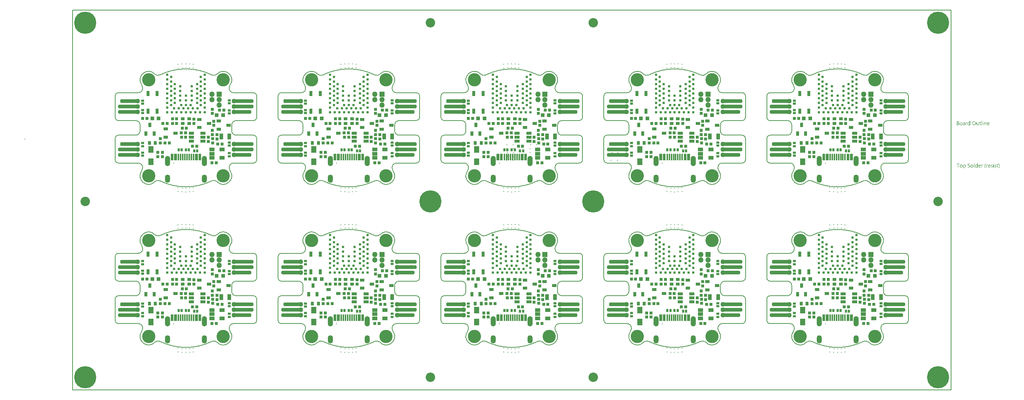
<source format=gts>
G04*
G04 #@! TF.GenerationSoftware,Altium Limited,Altium Designer,21.8.1 (53)*
G04*
G04 Layer_Color=8388736*
%FSAX25Y25*%
%MOIN*%
G70*
G04*
G04 #@! TF.SameCoordinates,1F37B80F-4F8A-41ED-B193-F68951B3532E*
G04*
G04*
G04 #@! TF.FilePolarity,Negative*
G04*
G01*
G75*
G04:AMPARAMS|DCode=12|XSize=35.43mil|YSize=169.29mil|CornerRadius=13.82mil|HoleSize=0mil|Usage=FLASHONLY|Rotation=270.000|XOffset=0mil|YOffset=0mil|HoleType=Round|Shape=RoundedRectangle|*
%AMROUNDEDRECTD12*
21,1,0.03543,0.14165,0,0,270.0*
21,1,0.00780,0.16929,0,0,270.0*
1,1,0.02764,-0.07083,-0.00390*
1,1,0.02764,-0.07083,0.00390*
1,1,0.02764,0.07083,0.00390*
1,1,0.02764,0.07083,-0.00390*
%
%ADD12ROUNDEDRECTD12*%
G04:AMPARAMS|DCode=13|XSize=35.43mil|YSize=188.98mil|CornerRadius=13.82mil|HoleSize=0mil|Usage=FLASHONLY|Rotation=270.000|XOffset=0mil|YOffset=0mil|HoleType=Round|Shape=RoundedRectangle|*
%AMROUNDEDRECTD13*
21,1,0.03543,0.16134,0,0,270.0*
21,1,0.00780,0.18898,0,0,270.0*
1,1,0.02764,-0.08067,-0.00390*
1,1,0.02764,-0.08067,0.00390*
1,1,0.02764,0.08067,0.00390*
1,1,0.02764,0.08067,-0.00390*
%
%ADD13ROUNDEDRECTD13*%
%ADD33C,0.00787*%
%ADD35C,0.04370*%
%ADD51C,0.08674*%
%ADD52R,0.04921X0.05906*%
%ADD53R,0.02165X0.02165*%
%ADD54R,0.03150X0.04724*%
%ADD55R,0.03347X0.05709*%
%ADD56R,0.04134X0.02953*%
%ADD57R,0.02756X0.02559*%
%ADD58R,0.02559X0.02756*%
%ADD59R,0.03150X0.01968*%
%ADD60R,0.01968X0.03150*%
%ADD61R,0.03740X0.03740*%
%ADD62R,0.02559X0.02756*%
%ADD63R,0.03543X0.02953*%
%ADD64R,0.04528X0.03347*%
%ADD65R,0.01575X0.06102*%
%ADD66R,0.04528X0.02953*%
%ADD67R,0.02953X0.03740*%
%ADD68R,0.02953X0.04134*%
%ADD69C,0.00800*%
%ADD70C,0.20485*%
%ADD71C,0.00591*%
%ADD72C,0.12205*%
G04:AMPARAMS|DCode=73|XSize=49.21mil|YSize=72.84mil|CornerRadius=22.44mil|HoleSize=0mil|Usage=FLASHONLY|Rotation=0.000|XOffset=0mil|YOffset=0mil|HoleType=Round|Shape=RoundedRectangle|*
%AMROUNDEDRECTD73*
21,1,0.04921,0.02795,0,0,0.0*
21,1,0.00433,0.07284,0,0,0.0*
1,1,0.04488,0.00217,-0.01398*
1,1,0.04488,-0.00217,-0.01398*
1,1,0.04488,-0.00217,0.01398*
1,1,0.04488,0.00217,0.01398*
%
%ADD73ROUNDEDRECTD73*%
G04:AMPARAMS|DCode=74|XSize=49.21mil|YSize=92.52mil|CornerRadius=22.44mil|HoleSize=0mil|Usage=FLASHONLY|Rotation=0.000|XOffset=0mil|YOffset=0mil|HoleType=Round|Shape=RoundedRectangle|*
%AMROUNDEDRECTD74*
21,1,0.04921,0.04764,0,0,0.0*
21,1,0.00433,0.09252,0,0,0.0*
1,1,0.04488,0.00217,-0.02382*
1,1,0.04488,-0.00217,-0.02382*
1,1,0.04488,-0.00217,0.02382*
1,1,0.04488,0.00217,0.02382*
%
%ADD74ROUNDEDRECTD74*%
G04:AMPARAMS|DCode=75|XSize=5.91mil|YSize=5.91mil|CornerRadius=0mil|HoleSize=0mil|Usage=FLASHONLY|Rotation=0.000|XOffset=0mil|YOffset=0mil|HoleType=Round|Shape=RoundedRectangle|*
%AMROUNDEDRECTD75*
21,1,0.00591,0.00591,0,0,0.0*
21,1,0.00591,0.00591,0,0,0.0*
1,1,0.00000,0.00295,-0.00295*
1,1,0.00000,-0.00295,-0.00295*
1,1,0.00000,-0.00295,0.00295*
1,1,0.00000,0.00295,0.00295*
%
%ADD75ROUNDEDRECTD75*%
%ADD76R,0.04961X0.04961*%
%ADD77C,0.04961*%
G36*
X0820961Y0228622D02*
X0820986D01*
X0821041Y0228597D01*
X0821072Y0228578D01*
X0821103Y0228554D01*
X0821110Y0228548D01*
X0821116Y0228541D01*
X0821147Y0228504D01*
X0821171Y0228442D01*
X0821178Y0228405D01*
X0821184Y0228368D01*
Y0228362D01*
Y0228349D01*
X0821178Y0228331D01*
X0821171Y0228306D01*
X0821153Y0228244D01*
X0821128Y0228213D01*
X0821103Y0228182D01*
X0821097D01*
X0821091Y0228170D01*
X0821054Y0228145D01*
X0820998Y0228120D01*
X0820961Y0228114D01*
X0820924Y0228108D01*
X0820905D01*
X0820887Y0228114D01*
X0820862D01*
X0820800Y0228139D01*
X0820769Y0228151D01*
X0820738Y0228176D01*
Y0228182D01*
X0820726Y0228188D01*
X0820714Y0228207D01*
X0820701Y0228226D01*
X0820676Y0228288D01*
X0820670Y0228325D01*
X0820664Y0228368D01*
Y0228374D01*
Y0228387D01*
X0820670Y0228405D01*
X0820676Y0228436D01*
X0820695Y0228492D01*
X0820714Y0228523D01*
X0820738Y0228554D01*
X0820744Y0228560D01*
X0820751Y0228566D01*
X0820788Y0228591D01*
X0820850Y0228616D01*
X0820887Y0228628D01*
X0820942D01*
X0820961Y0228622D01*
D02*
G37*
G36*
X0808971Y0224957D02*
X0808569D01*
Y0225378D01*
X0808556D01*
Y0225372D01*
X0808544Y0225360D01*
X0808525Y0225335D01*
X0808507Y0225304D01*
X0808476Y0225267D01*
X0808439Y0225230D01*
X0808395Y0225186D01*
X0808346Y0225143D01*
X0808290Y0225094D01*
X0808222Y0225050D01*
X0808154Y0225013D01*
X0808074Y0224976D01*
X0807993Y0224945D01*
X0807900Y0224920D01*
X0807801Y0224908D01*
X0807696Y0224902D01*
X0807652D01*
X0807615Y0224908D01*
X0807578Y0224914D01*
X0807529Y0224920D01*
X0807423Y0224945D01*
X0807300Y0224982D01*
X0807176Y0225044D01*
X0807108Y0225081D01*
X0807052Y0225124D01*
X0806990Y0225180D01*
X0806935Y0225236D01*
Y0225242D01*
X0806922Y0225254D01*
X0806910Y0225273D01*
X0806891Y0225298D01*
X0806873Y0225329D01*
X0806848Y0225372D01*
X0806823Y0225422D01*
X0806798Y0225477D01*
X0806767Y0225539D01*
X0806743Y0225607D01*
X0806718Y0225681D01*
X0806699Y0225762D01*
X0806681Y0225849D01*
X0806668Y0225948D01*
X0806662Y0226047D01*
X0806656Y0226152D01*
Y0226158D01*
Y0226177D01*
Y0226214D01*
X0806662Y0226257D01*
X0806668Y0226307D01*
X0806674Y0226369D01*
X0806681Y0226437D01*
X0806693Y0226511D01*
X0806730Y0226672D01*
X0806786Y0226839D01*
X0806823Y0226920D01*
X0806866Y0227000D01*
X0806910Y0227074D01*
X0806966Y0227149D01*
X0806972Y0227155D01*
X0806978Y0227167D01*
X0806996Y0227186D01*
X0807021Y0227210D01*
X0807052Y0227235D01*
X0807095Y0227266D01*
X0807139Y0227303D01*
X0807188Y0227341D01*
X0807312Y0227409D01*
X0807454Y0227470D01*
X0807535Y0227489D01*
X0807622Y0227508D01*
X0807708Y0227520D01*
X0807807Y0227526D01*
X0807857D01*
X0807894Y0227520D01*
X0807931Y0227514D01*
X0807981Y0227508D01*
X0808092Y0227477D01*
X0808216Y0227427D01*
X0808278Y0227396D01*
X0808340Y0227353D01*
X0808401Y0227309D01*
X0808457Y0227254D01*
X0808507Y0227192D01*
X0808556Y0227118D01*
X0808569D01*
Y0228678D01*
X0808971D01*
Y0224957D01*
D02*
G37*
G36*
X0823239Y0227520D02*
X0823313Y0227514D01*
X0823406Y0227495D01*
X0823505Y0227464D01*
X0823610Y0227415D01*
X0823716Y0227347D01*
X0823759Y0227309D01*
X0823802Y0227260D01*
X0823815Y0227248D01*
X0823839Y0227210D01*
X0823870Y0227149D01*
X0823914Y0227062D01*
X0823951Y0226957D01*
X0823988Y0226827D01*
X0824013Y0226672D01*
X0824019Y0226492D01*
Y0224957D01*
X0823617D01*
Y0226387D01*
Y0226393D01*
Y0226424D01*
X0823610Y0226462D01*
Y0226511D01*
X0823598Y0226573D01*
X0823586Y0226641D01*
X0823567Y0226715D01*
X0823542Y0226789D01*
X0823511Y0226864D01*
X0823474Y0226932D01*
X0823425Y0227000D01*
X0823369Y0227062D01*
X0823307Y0227111D01*
X0823227Y0227149D01*
X0823140Y0227180D01*
X0823035Y0227186D01*
X0823022D01*
X0822985Y0227180D01*
X0822929Y0227173D01*
X0822861Y0227155D01*
X0822781Y0227130D01*
X0822694Y0227087D01*
X0822614Y0227031D01*
X0822533Y0226957D01*
X0822527Y0226944D01*
X0822502Y0226920D01*
X0822471Y0226870D01*
X0822434Y0226802D01*
X0822397Y0226722D01*
X0822366Y0226622D01*
X0822341Y0226511D01*
X0822335Y0226387D01*
Y0224957D01*
X0821933D01*
Y0227470D01*
X0822335D01*
Y0227049D01*
X0822348D01*
X0822354Y0227056D01*
X0822360Y0227068D01*
X0822379Y0227093D01*
X0822403Y0227124D01*
X0822428Y0227161D01*
X0822465Y0227198D01*
X0822509Y0227241D01*
X0822558Y0227291D01*
X0822614Y0227334D01*
X0822676Y0227378D01*
X0822744Y0227415D01*
X0822818Y0227452D01*
X0822892Y0227483D01*
X0822979Y0227508D01*
X0823072Y0227520D01*
X0823171Y0227526D01*
X0823208D01*
X0823239Y0227520D01*
D02*
G37*
G36*
X0806241Y0227508D02*
X0806316Y0227501D01*
X0806359Y0227489D01*
X0806390Y0227477D01*
Y0227062D01*
X0806384Y0227068D01*
X0806371Y0227074D01*
X0806347Y0227087D01*
X0806316Y0227105D01*
X0806272Y0227118D01*
X0806217Y0227130D01*
X0806155Y0227136D01*
X0806087Y0227142D01*
X0806074D01*
X0806043Y0227136D01*
X0805994Y0227130D01*
X0805938Y0227111D01*
X0805864Y0227080D01*
X0805796Y0227037D01*
X0805721Y0226975D01*
X0805653Y0226895D01*
X0805647Y0226882D01*
X0805628Y0226851D01*
X0805597Y0226796D01*
X0805567Y0226722D01*
X0805536Y0226629D01*
X0805505Y0226511D01*
X0805486Y0226381D01*
X0805480Y0226232D01*
Y0224957D01*
X0805077D01*
Y0227470D01*
X0805480D01*
Y0226951D01*
X0805492D01*
Y0226957D01*
X0805498Y0226963D01*
X0805511Y0226994D01*
X0805529Y0227043D01*
X0805560Y0227105D01*
X0805591Y0227167D01*
X0805641Y0227235D01*
X0805690Y0227303D01*
X0805752Y0227365D01*
X0805758Y0227371D01*
X0805783Y0227390D01*
X0805820Y0227415D01*
X0805870Y0227439D01*
X0805925Y0227464D01*
X0805994Y0227489D01*
X0806068Y0227508D01*
X0806148Y0227514D01*
X0806204D01*
X0806241Y0227508D01*
D02*
G37*
G36*
X0816981Y0224957D02*
X0816578D01*
Y0225354D01*
X0816566D01*
Y0225347D01*
X0816554Y0225335D01*
X0816541Y0225310D01*
X0816517Y0225285D01*
X0816461Y0225211D01*
X0816374Y0225131D01*
X0816325Y0225087D01*
X0816269Y0225044D01*
X0816207Y0225007D01*
X0816133Y0224970D01*
X0816059Y0224945D01*
X0815978Y0224920D01*
X0815885Y0224908D01*
X0815792Y0224902D01*
X0815755D01*
X0815712Y0224908D01*
X0815650Y0224920D01*
X0815582Y0224933D01*
X0815508Y0224957D01*
X0815427Y0224988D01*
X0815347Y0225038D01*
X0815260Y0225094D01*
X0815180Y0225162D01*
X0815105Y0225248D01*
X0815037Y0225354D01*
X0814975Y0225471D01*
X0814932Y0225613D01*
X0814907Y0225781D01*
X0814895Y0225867D01*
Y0225966D01*
Y0227470D01*
X0815291D01*
Y0226028D01*
Y0226022D01*
Y0225997D01*
X0815297Y0225954D01*
X0815303Y0225904D01*
X0815310Y0225842D01*
X0815322Y0225781D01*
X0815341Y0225706D01*
X0815365Y0225632D01*
X0815402Y0225558D01*
X0815440Y0225490D01*
X0815489Y0225422D01*
X0815551Y0225360D01*
X0815619Y0225310D01*
X0815699Y0225273D01*
X0815799Y0225242D01*
X0815904Y0225236D01*
X0815916D01*
X0815953Y0225242D01*
X0816009Y0225248D01*
X0816071Y0225261D01*
X0816151Y0225292D01*
X0816232Y0225329D01*
X0816312Y0225378D01*
X0816387Y0225452D01*
X0816393Y0225465D01*
X0816418Y0225490D01*
X0816448Y0225539D01*
X0816486Y0225607D01*
X0816517Y0225688D01*
X0816548Y0225787D01*
X0816572Y0225898D01*
X0816578Y0226022D01*
Y0227470D01*
X0816981D01*
Y0224957D01*
D02*
G37*
G36*
X0821116D02*
X0820714D01*
Y0227470D01*
X0821116D01*
Y0224957D01*
D02*
G37*
G36*
X0819896D02*
X0819494D01*
Y0228678D01*
X0819896D01*
Y0224957D01*
D02*
G37*
G36*
X0803518Y0227520D02*
X0803573Y0227514D01*
X0803641Y0227495D01*
X0803716Y0227477D01*
X0803796Y0227446D01*
X0803883Y0227409D01*
X0803963Y0227359D01*
X0804044Y0227297D01*
X0804118Y0227223D01*
X0804186Y0227130D01*
X0804242Y0227025D01*
X0804285Y0226901D01*
X0804310Y0226759D01*
X0804322Y0226591D01*
Y0224957D01*
X0803920D01*
Y0225347D01*
X0803908D01*
Y0225341D01*
X0803895Y0225329D01*
X0803883Y0225304D01*
X0803858Y0225279D01*
X0803796Y0225205D01*
X0803716Y0225124D01*
X0803604Y0225044D01*
X0803474Y0224970D01*
X0803394Y0224945D01*
X0803313Y0224920D01*
X0803227Y0224908D01*
X0803134Y0224902D01*
X0803097D01*
X0803072Y0224908D01*
X0803004Y0224914D01*
X0802923Y0224926D01*
X0802824Y0224951D01*
X0802732Y0224982D01*
X0802633Y0225032D01*
X0802546Y0225094D01*
X0802540Y0225106D01*
X0802515Y0225131D01*
X0802478Y0225174D01*
X0802441Y0225236D01*
X0802403Y0225310D01*
X0802366Y0225397D01*
X0802341Y0225502D01*
X0802335Y0225620D01*
Y0225626D01*
Y0225651D01*
X0802341Y0225688D01*
X0802348Y0225731D01*
X0802360Y0225787D01*
X0802379Y0225849D01*
X0802403Y0225917D01*
X0802441Y0225985D01*
X0802484Y0226059D01*
X0802540Y0226133D01*
X0802608Y0226202D01*
X0802688Y0226263D01*
X0802781Y0226325D01*
X0802892Y0226375D01*
X0803016Y0226412D01*
X0803165Y0226443D01*
X0803920Y0226548D01*
Y0226554D01*
Y0226573D01*
X0803914Y0226610D01*
Y0226647D01*
X0803901Y0226697D01*
X0803895Y0226752D01*
X0803858Y0226870D01*
X0803827Y0226926D01*
X0803796Y0226981D01*
X0803753Y0227037D01*
X0803703Y0227087D01*
X0803641Y0227130D01*
X0803573Y0227161D01*
X0803493Y0227180D01*
X0803400Y0227186D01*
X0803357D01*
X0803326Y0227180D01*
X0803282D01*
X0803239Y0227167D01*
X0803128Y0227149D01*
X0803004Y0227111D01*
X0802868Y0227056D01*
X0802793Y0227019D01*
X0802725Y0226981D01*
X0802651Y0226932D01*
X0802583Y0226876D01*
Y0227291D01*
X0802589D01*
X0802602Y0227303D01*
X0802620Y0227316D01*
X0802651Y0227328D01*
X0802682Y0227347D01*
X0802725Y0227365D01*
X0802775Y0227384D01*
X0802831Y0227409D01*
X0802954Y0227452D01*
X0803103Y0227489D01*
X0803264Y0227514D01*
X0803437Y0227526D01*
X0803474D01*
X0803518Y0227520D01*
D02*
G37*
G36*
X0797829Y0228467D02*
X0797872D01*
X0797916Y0228461D01*
X0798015Y0228449D01*
X0798132Y0228417D01*
X0798256Y0228380D01*
X0798374Y0228325D01*
X0798479Y0228250D01*
X0798485D01*
X0798491Y0228238D01*
X0798522Y0228213D01*
X0798566Y0228164D01*
X0798615Y0228096D01*
X0798659Y0228009D01*
X0798702Y0227910D01*
X0798733Y0227799D01*
X0798745Y0227737D01*
Y0227668D01*
Y0227662D01*
Y0227656D01*
Y0227619D01*
X0798739Y0227563D01*
X0798727Y0227495D01*
X0798708Y0227409D01*
X0798677Y0227322D01*
X0798640Y0227235D01*
X0798584Y0227149D01*
X0798578Y0227136D01*
X0798553Y0227111D01*
X0798516Y0227074D01*
X0798467Y0227025D01*
X0798405Y0226975D01*
X0798330Y0226920D01*
X0798238Y0226876D01*
X0798139Y0226833D01*
Y0226827D01*
X0798157D01*
X0798176Y0226820D01*
X0798194Y0226814D01*
X0798262Y0226802D01*
X0798343Y0226777D01*
X0798429Y0226740D01*
X0798522Y0226697D01*
X0798615Y0226635D01*
X0798702Y0226554D01*
X0798714Y0226542D01*
X0798739Y0226511D01*
X0798770Y0226468D01*
X0798813Y0226400D01*
X0798850Y0226313D01*
X0798887Y0226214D01*
X0798912Y0226096D01*
X0798918Y0225966D01*
Y0225960D01*
Y0225948D01*
Y0225923D01*
X0798912Y0225892D01*
X0798906Y0225855D01*
X0798900Y0225812D01*
X0798875Y0225706D01*
X0798838Y0225589D01*
X0798782Y0225465D01*
X0798745Y0225409D01*
X0798702Y0225347D01*
X0798646Y0225292D01*
X0798590Y0225236D01*
X0798584D01*
X0798578Y0225223D01*
X0798559Y0225211D01*
X0798535Y0225192D01*
X0798504Y0225174D01*
X0798460Y0225149D01*
X0798368Y0225100D01*
X0798250Y0225044D01*
X0798114Y0225001D01*
X0797953Y0224970D01*
X0797872Y0224963D01*
X0797780Y0224957D01*
X0796752D01*
Y0228473D01*
X0797798D01*
X0797829Y0228467D01*
D02*
G37*
G36*
X0818324Y0227470D02*
X0818962D01*
Y0227124D01*
X0818324D01*
Y0225706D01*
Y0225694D01*
Y0225663D01*
X0818330Y0225620D01*
X0818336Y0225564D01*
X0818361Y0225446D01*
X0818380Y0225391D01*
X0818411Y0225347D01*
X0818417Y0225341D01*
X0818429Y0225329D01*
X0818448Y0225316D01*
X0818479Y0225298D01*
X0818516Y0225273D01*
X0818565Y0225261D01*
X0818627Y0225248D01*
X0818696Y0225242D01*
X0818720D01*
X0818751Y0225248D01*
X0818788Y0225254D01*
X0818875Y0225279D01*
X0818918Y0225298D01*
X0818962Y0225323D01*
Y0224976D01*
X0818956D01*
X0818937Y0224963D01*
X0818906Y0224957D01*
X0818863Y0224945D01*
X0818807Y0224933D01*
X0818745Y0224920D01*
X0818671Y0224914D01*
X0818584Y0224908D01*
X0818553D01*
X0818522Y0224914D01*
X0818479Y0224920D01*
X0818429Y0224933D01*
X0818374Y0224945D01*
X0818318Y0224970D01*
X0818256Y0225001D01*
X0818194Y0225038D01*
X0818132Y0225087D01*
X0818077Y0225143D01*
X0818027Y0225217D01*
X0817984Y0225298D01*
X0817953Y0225397D01*
X0817928Y0225508D01*
X0817922Y0225638D01*
Y0227124D01*
X0817495D01*
Y0227470D01*
X0817922D01*
Y0228083D01*
X0818324Y0228213D01*
Y0227470D01*
D02*
G37*
G36*
X0825851Y0227520D02*
X0825895Y0227514D01*
X0825938Y0227508D01*
X0826049Y0227489D01*
X0826173Y0227446D01*
X0826297Y0227390D01*
X0826359Y0227353D01*
X0826421Y0227309D01*
X0826476Y0227260D01*
X0826532Y0227204D01*
X0826538Y0227198D01*
X0826544Y0227192D01*
X0826557Y0227173D01*
X0826575Y0227149D01*
X0826594Y0227111D01*
X0826619Y0227074D01*
X0826643Y0227031D01*
X0826668Y0226975D01*
X0826693Y0226913D01*
X0826718Y0226851D01*
X0826742Y0226777D01*
X0826761Y0226697D01*
X0826780Y0226610D01*
X0826792Y0226523D01*
X0826804Y0226424D01*
Y0226319D01*
Y0226109D01*
X0825028D01*
Y0226102D01*
Y0226090D01*
Y0226072D01*
X0825034Y0226041D01*
X0825040Y0226003D01*
Y0225966D01*
X0825059Y0225867D01*
X0825090Y0225768D01*
X0825127Y0225657D01*
X0825183Y0225552D01*
X0825251Y0225459D01*
X0825263Y0225446D01*
X0825288Y0225422D01*
X0825337Y0225391D01*
X0825406Y0225347D01*
X0825492Y0225304D01*
X0825591Y0225273D01*
X0825709Y0225248D01*
X0825845Y0225236D01*
X0825888D01*
X0825919Y0225242D01*
X0825956D01*
X0826000Y0225248D01*
X0826105Y0225273D01*
X0826223Y0225304D01*
X0826353Y0225354D01*
X0826489Y0225422D01*
X0826557Y0225465D01*
X0826625Y0225514D01*
Y0225137D01*
X0826619D01*
X0826612Y0225124D01*
X0826594Y0225118D01*
X0826563Y0225100D01*
X0826532Y0225081D01*
X0826495Y0225062D01*
X0826445Y0225044D01*
X0826396Y0225019D01*
X0826334Y0224994D01*
X0826266Y0224976D01*
X0826117Y0224939D01*
X0825944Y0224914D01*
X0825752Y0224902D01*
X0825703D01*
X0825665Y0224908D01*
X0825622Y0224914D01*
X0825566Y0224920D01*
X0825449Y0224945D01*
X0825313Y0224982D01*
X0825176Y0225044D01*
X0825108Y0225087D01*
X0825040Y0225131D01*
X0824978Y0225180D01*
X0824916Y0225242D01*
X0824910Y0225248D01*
X0824904Y0225261D01*
X0824892Y0225279D01*
X0824867Y0225304D01*
X0824848Y0225341D01*
X0824824Y0225384D01*
X0824793Y0225434D01*
X0824768Y0225490D01*
X0824737Y0225552D01*
X0824712Y0225626D01*
X0824681Y0225706D01*
X0824663Y0225793D01*
X0824644Y0225886D01*
X0824625Y0225985D01*
X0824619Y0226090D01*
X0824613Y0226202D01*
Y0226208D01*
Y0226226D01*
Y0226257D01*
X0824619Y0226301D01*
X0824625Y0226350D01*
X0824632Y0226406D01*
X0824638Y0226474D01*
X0824656Y0226542D01*
X0824694Y0226691D01*
X0824749Y0226851D01*
X0824786Y0226932D01*
X0824836Y0227006D01*
X0824885Y0227087D01*
X0824941Y0227155D01*
X0824947Y0227161D01*
X0824960Y0227173D01*
X0824978Y0227192D01*
X0825003Y0227210D01*
X0825034Y0227241D01*
X0825071Y0227272D01*
X0825121Y0227303D01*
X0825170Y0227341D01*
X0825288Y0227409D01*
X0825430Y0227470D01*
X0825511Y0227489D01*
X0825591Y0227508D01*
X0825678Y0227520D01*
X0825771Y0227526D01*
X0825820D01*
X0825851Y0227520D01*
D02*
G37*
G36*
X0812809Y0228529D02*
X0812871Y0228523D01*
X0812945Y0228510D01*
X0813025Y0228492D01*
X0813112Y0228473D01*
X0813199Y0228449D01*
X0813298Y0228417D01*
X0813391Y0228374D01*
X0813490Y0228325D01*
X0813589Y0228269D01*
X0813682Y0228201D01*
X0813774Y0228127D01*
X0813861Y0228040D01*
X0813867Y0228034D01*
X0813880Y0228015D01*
X0813904Y0227990D01*
X0813929Y0227953D01*
X0813966Y0227904D01*
X0814003Y0227842D01*
X0814041Y0227774D01*
X0814084Y0227699D01*
X0814127Y0227607D01*
X0814164Y0227514D01*
X0814202Y0227409D01*
X0814239Y0227291D01*
X0814264Y0227173D01*
X0814288Y0227043D01*
X0814301Y0226901D01*
X0814307Y0226759D01*
Y0226746D01*
Y0226722D01*
Y0226678D01*
X0814301Y0226616D01*
X0814294Y0226542D01*
X0814282Y0226462D01*
X0814270Y0226369D01*
X0814251Y0226263D01*
X0814226Y0226158D01*
X0814195Y0226047D01*
X0814158Y0225935D01*
X0814115Y0225824D01*
X0814059Y0225706D01*
X0813997Y0225601D01*
X0813929Y0225496D01*
X0813849Y0225397D01*
X0813843Y0225391D01*
X0813830Y0225378D01*
X0813799Y0225354D01*
X0813768Y0225323D01*
X0813719Y0225279D01*
X0813663Y0225242D01*
X0813601Y0225192D01*
X0813527Y0225149D01*
X0813446Y0225106D01*
X0813354Y0225056D01*
X0813255Y0225019D01*
X0813143Y0224982D01*
X0813025Y0224945D01*
X0812902Y0224920D01*
X0812772Y0224908D01*
X0812629Y0224902D01*
X0812598D01*
X0812555Y0224908D01*
X0812506D01*
X0812444Y0224914D01*
X0812369Y0224926D01*
X0812289Y0224945D01*
X0812196Y0224963D01*
X0812103Y0224988D01*
X0812004Y0225019D01*
X0811905Y0225062D01*
X0811806Y0225106D01*
X0811707Y0225162D01*
X0811608Y0225230D01*
X0811515Y0225304D01*
X0811428Y0225391D01*
X0811422Y0225397D01*
X0811410Y0225415D01*
X0811385Y0225440D01*
X0811360Y0225477D01*
X0811323Y0225527D01*
X0811286Y0225589D01*
X0811249Y0225657D01*
X0811206Y0225737D01*
X0811162Y0225824D01*
X0811125Y0225917D01*
X0811088Y0226022D01*
X0811051Y0226140D01*
X0811026Y0226257D01*
X0811001Y0226387D01*
X0810989Y0226530D01*
X0810983Y0226672D01*
Y0226684D01*
Y0226709D01*
X0810989Y0226752D01*
Y0226814D01*
X0810995Y0226882D01*
X0811007Y0226969D01*
X0811020Y0227062D01*
X0811038Y0227161D01*
X0811063Y0227266D01*
X0811094Y0227378D01*
X0811131Y0227489D01*
X0811175Y0227600D01*
X0811230Y0227712D01*
X0811292Y0227823D01*
X0811360Y0227928D01*
X0811441Y0228028D01*
X0811447Y0228034D01*
X0811459Y0228052D01*
X0811490Y0228077D01*
X0811528Y0228108D01*
X0811571Y0228145D01*
X0811627Y0228188D01*
X0811695Y0228232D01*
X0811769Y0228281D01*
X0811856Y0228331D01*
X0811948Y0228374D01*
X0812047Y0228417D01*
X0812159Y0228455D01*
X0812283Y0228486D01*
X0812413Y0228517D01*
X0812549Y0228529D01*
X0812691Y0228535D01*
X0812759D01*
X0812809Y0228529D01*
D02*
G37*
G36*
X0800782Y0227520D02*
X0800825Y0227514D01*
X0800881Y0227508D01*
X0801005Y0227483D01*
X0801147Y0227439D01*
X0801289Y0227378D01*
X0801363Y0227341D01*
X0801432Y0227297D01*
X0801500Y0227241D01*
X0801562Y0227180D01*
X0801568Y0227173D01*
X0801574Y0227161D01*
X0801593Y0227142D01*
X0801611Y0227118D01*
X0801636Y0227080D01*
X0801661Y0227037D01*
X0801692Y0226988D01*
X0801723Y0226932D01*
X0801747Y0226864D01*
X0801778Y0226796D01*
X0801803Y0226715D01*
X0801828Y0226629D01*
X0801846Y0226536D01*
X0801865Y0226437D01*
X0801871Y0226331D01*
X0801877Y0226220D01*
Y0226214D01*
Y0226195D01*
Y0226164D01*
X0801871Y0226121D01*
X0801865Y0226072D01*
X0801859Y0226010D01*
X0801846Y0225948D01*
X0801834Y0225873D01*
X0801797Y0225725D01*
X0801735Y0225564D01*
X0801698Y0225483D01*
X0801648Y0225403D01*
X0801599Y0225329D01*
X0801537Y0225261D01*
X0801531Y0225254D01*
X0801518Y0225248D01*
X0801500Y0225230D01*
X0801475Y0225205D01*
X0801438Y0225180D01*
X0801401Y0225149D01*
X0801351Y0225112D01*
X0801295Y0225081D01*
X0801233Y0225050D01*
X0801165Y0225013D01*
X0801091Y0224982D01*
X0801011Y0224957D01*
X0800924Y0224933D01*
X0800831Y0224920D01*
X0800732Y0224908D01*
X0800627Y0224902D01*
X0800571D01*
X0800534Y0224908D01*
X0800491Y0224914D01*
X0800435Y0224920D01*
X0800373Y0224933D01*
X0800305Y0224945D01*
X0800163Y0224988D01*
X0800014Y0225050D01*
X0799940Y0225087D01*
X0799872Y0225137D01*
X0799804Y0225186D01*
X0799735Y0225248D01*
X0799729Y0225254D01*
X0799723Y0225267D01*
X0799705Y0225285D01*
X0799686Y0225310D01*
X0799661Y0225347D01*
X0799630Y0225391D01*
X0799599Y0225440D01*
X0799575Y0225496D01*
X0799544Y0225564D01*
X0799513Y0225632D01*
X0799482Y0225706D01*
X0799457Y0225793D01*
X0799420Y0225979D01*
X0799414Y0226078D01*
X0799407Y0226183D01*
Y0226189D01*
Y0226214D01*
Y0226245D01*
X0799414Y0226288D01*
X0799420Y0226338D01*
X0799426Y0226400D01*
X0799438Y0226468D01*
X0799451Y0226542D01*
X0799488Y0226703D01*
X0799550Y0226864D01*
X0799593Y0226944D01*
X0799637Y0227025D01*
X0799686Y0227099D01*
X0799748Y0227167D01*
X0799754Y0227173D01*
X0799766Y0227186D01*
X0799785Y0227198D01*
X0799810Y0227223D01*
X0799847Y0227248D01*
X0799890Y0227278D01*
X0799940Y0227316D01*
X0799996Y0227347D01*
X0800057Y0227378D01*
X0800132Y0227415D01*
X0800206Y0227446D01*
X0800293Y0227470D01*
X0800379Y0227495D01*
X0800478Y0227514D01*
X0800584Y0227520D01*
X0800689Y0227526D01*
X0800745D01*
X0800782Y0227520D01*
D02*
G37*
G36*
X0830778Y0189560D02*
X0830803D01*
X0830859Y0189535D01*
X0830890Y0189517D01*
X0830921Y0189492D01*
X0830927Y0189486D01*
X0830933Y0189479D01*
X0830964Y0189442D01*
X0830989Y0189380D01*
X0830995Y0189343D01*
X0831001Y0189306D01*
Y0189300D01*
Y0189288D01*
X0830995Y0189269D01*
X0830989Y0189244D01*
X0830970Y0189182D01*
X0830945Y0189151D01*
X0830921Y0189120D01*
X0830915D01*
X0830908Y0189108D01*
X0830871Y0189083D01*
X0830816Y0189058D01*
X0830778Y0189052D01*
X0830741Y0189046D01*
X0830723D01*
X0830704Y0189052D01*
X0830679D01*
X0830617Y0189077D01*
X0830587Y0189090D01*
X0830556Y0189114D01*
Y0189120D01*
X0830543Y0189127D01*
X0830531Y0189145D01*
X0830518Y0189164D01*
X0830494Y0189226D01*
X0830488Y0189263D01*
X0830481Y0189306D01*
Y0189312D01*
Y0189325D01*
X0830488Y0189343D01*
X0830494Y0189374D01*
X0830512Y0189430D01*
X0830531Y0189461D01*
X0830556Y0189492D01*
X0830562Y0189498D01*
X0830568Y0189504D01*
X0830605Y0189529D01*
X0830667Y0189554D01*
X0830704Y0189566D01*
X0830760D01*
X0830778Y0189560D01*
D02*
G37*
G36*
X0808210Y0189467D02*
X0808259D01*
X0808371Y0189455D01*
X0808494Y0189442D01*
X0808618Y0189418D01*
X0808736Y0189387D01*
X0808785Y0189368D01*
X0808835Y0189343D01*
Y0188879D01*
X0808829D01*
X0808823Y0188891D01*
X0808804Y0188898D01*
X0808779Y0188916D01*
X0808748Y0188928D01*
X0808711Y0188947D01*
X0808618Y0188990D01*
X0808507Y0189028D01*
X0808371Y0189065D01*
X0808210Y0189090D01*
X0808036Y0189096D01*
X0807987D01*
X0807950Y0189090D01*
X0807913D01*
X0807863Y0189083D01*
X0807764Y0189065D01*
X0807758D01*
X0807739Y0189058D01*
X0807714Y0189052D01*
X0807683Y0189046D01*
X0807609Y0189015D01*
X0807523Y0188978D01*
X0807516D01*
X0807504Y0188966D01*
X0807485Y0188953D01*
X0807461Y0188935D01*
X0807405Y0188879D01*
X0807349Y0188811D01*
Y0188805D01*
X0807337Y0188792D01*
X0807331Y0188774D01*
X0807318Y0188743D01*
X0807306Y0188706D01*
X0807300Y0188669D01*
X0807287Y0188569D01*
Y0188563D01*
Y0188545D01*
Y0188520D01*
X0807294Y0188489D01*
X0807306Y0188415D01*
X0807337Y0188334D01*
Y0188328D01*
X0807349Y0188316D01*
X0807355Y0188297D01*
X0807374Y0188272D01*
X0807423Y0188217D01*
X0807485Y0188155D01*
X0807492Y0188149D01*
X0807504Y0188142D01*
X0807523Y0188124D01*
X0807553Y0188105D01*
X0807591Y0188081D01*
X0807628Y0188056D01*
X0807727Y0187994D01*
X0807733Y0187988D01*
X0807752Y0187981D01*
X0807782Y0187963D01*
X0807820Y0187944D01*
X0807869Y0187920D01*
X0807925Y0187895D01*
X0808049Y0187833D01*
X0808055Y0187827D01*
X0808080Y0187814D01*
X0808117Y0187796D01*
X0808166Y0187771D01*
X0808222Y0187746D01*
X0808284Y0187709D01*
X0808408Y0187635D01*
X0808414Y0187629D01*
X0808439Y0187616D01*
X0808470Y0187598D01*
X0808513Y0187567D01*
X0808606Y0187493D01*
X0808705Y0187406D01*
X0808711Y0187400D01*
X0808730Y0187387D01*
X0808748Y0187356D01*
X0808779Y0187325D01*
X0808810Y0187282D01*
X0808847Y0187239D01*
X0808909Y0187127D01*
X0808915Y0187121D01*
X0808922Y0187102D01*
X0808934Y0187072D01*
X0808946Y0187028D01*
X0808959Y0186979D01*
X0808971Y0186917D01*
X0808983Y0186855D01*
Y0186781D01*
Y0186768D01*
Y0186737D01*
X0808977Y0186688D01*
X0808971Y0186626D01*
X0808959Y0186558D01*
X0808940Y0186484D01*
X0808915Y0186409D01*
X0808878Y0186341D01*
X0808872Y0186335D01*
X0808860Y0186310D01*
X0808835Y0186279D01*
X0808810Y0186236D01*
X0808767Y0186193D01*
X0808723Y0186143D01*
X0808668Y0186093D01*
X0808606Y0186044D01*
X0808600Y0186038D01*
X0808575Y0186025D01*
X0808538Y0186007D01*
X0808488Y0185982D01*
X0808432Y0185957D01*
X0808364Y0185933D01*
X0808284Y0185908D01*
X0808204Y0185889D01*
X0808191D01*
X0808166Y0185883D01*
X0808123Y0185877D01*
X0808061Y0185864D01*
X0807993Y0185858D01*
X0807913Y0185846D01*
X0807826Y0185840D01*
X0807677D01*
X0807609Y0185846D01*
X0807523Y0185852D01*
X0807504D01*
X0807479Y0185858D01*
X0807448Y0185864D01*
X0807368Y0185871D01*
X0807275Y0185889D01*
X0807269D01*
X0807250Y0185896D01*
X0807225Y0185902D01*
X0807195Y0185908D01*
X0807120Y0185926D01*
X0807034Y0185951D01*
X0807027D01*
X0807015Y0185957D01*
X0806996Y0185963D01*
X0806972Y0185976D01*
X0806910Y0186001D01*
X0806848Y0186038D01*
Y0186521D01*
X0806854Y0186514D01*
X0806866Y0186508D01*
X0806879Y0186496D01*
X0806904Y0186477D01*
X0806972Y0186434D01*
X0807052Y0186384D01*
X0807058D01*
X0807071Y0186378D01*
X0807095Y0186366D01*
X0807126Y0186354D01*
X0807207Y0186316D01*
X0807294Y0186285D01*
X0807300D01*
X0807318Y0186279D01*
X0807343Y0186273D01*
X0807374Y0186267D01*
X0807461Y0186242D01*
X0807553Y0186223D01*
X0807578D01*
X0807603Y0186217D01*
X0807634D01*
X0807708Y0186211D01*
X0807795Y0186205D01*
X0807857D01*
X0807925Y0186211D01*
X0808012Y0186223D01*
X0808104Y0186236D01*
X0808197Y0186261D01*
X0808284Y0186298D01*
X0808364Y0186341D01*
X0808371Y0186347D01*
X0808395Y0186366D01*
X0808426Y0186403D01*
X0808457Y0186446D01*
X0808494Y0186502D01*
X0808519Y0186576D01*
X0808544Y0186657D01*
X0808550Y0186750D01*
Y0186756D01*
Y0186774D01*
Y0186799D01*
X0808544Y0186836D01*
X0808525Y0186917D01*
X0808488Y0186997D01*
Y0187004D01*
X0808476Y0187016D01*
X0808463Y0187034D01*
X0808445Y0187059D01*
X0808389Y0187121D01*
X0808315Y0187189D01*
X0808309Y0187195D01*
X0808296Y0187208D01*
X0808272Y0187220D01*
X0808241Y0187245D01*
X0808204Y0187270D01*
X0808160Y0187301D01*
X0808055Y0187356D01*
X0808049Y0187363D01*
X0808030Y0187369D01*
X0807999Y0187387D01*
X0807956Y0187406D01*
X0807913Y0187437D01*
X0807857Y0187461D01*
X0807727Y0187530D01*
X0807721Y0187536D01*
X0807696Y0187548D01*
X0807659Y0187567D01*
X0807615Y0187585D01*
X0807566Y0187616D01*
X0807510Y0187647D01*
X0807386Y0187715D01*
X0807380Y0187722D01*
X0807362Y0187734D01*
X0807331Y0187752D01*
X0807294Y0187777D01*
X0807201Y0187845D01*
X0807108Y0187926D01*
X0807102Y0187932D01*
X0807089Y0187944D01*
X0807065Y0187969D01*
X0807040Y0188000D01*
X0807009Y0188043D01*
X0806978Y0188087D01*
X0806922Y0188186D01*
Y0188192D01*
X0806910Y0188210D01*
X0806904Y0188242D01*
X0806891Y0188285D01*
X0806879Y0188334D01*
X0806866Y0188396D01*
X0806860Y0188458D01*
X0806854Y0188532D01*
Y0188545D01*
Y0188576D01*
X0806860Y0188619D01*
X0806866Y0188675D01*
X0806879Y0188743D01*
X0806897Y0188811D01*
X0806922Y0188879D01*
X0806959Y0188947D01*
X0806966Y0188953D01*
X0806978Y0188978D01*
X0807003Y0189009D01*
X0807034Y0189052D01*
X0807071Y0189096D01*
X0807120Y0189145D01*
X0807176Y0189195D01*
X0807238Y0189238D01*
X0807244Y0189244D01*
X0807269Y0189257D01*
X0807306Y0189281D01*
X0807349Y0189306D01*
X0807411Y0189331D01*
X0807473Y0189362D01*
X0807547Y0189387D01*
X0807628Y0189411D01*
X0807640D01*
X0807665Y0189424D01*
X0807708Y0189430D01*
X0807770Y0189442D01*
X0807838Y0189455D01*
X0807913Y0189461D01*
X0808080Y0189473D01*
X0808166D01*
X0808210Y0189467D01*
D02*
G37*
G36*
X0815941Y0185896D02*
X0815539D01*
Y0186316D01*
X0815526D01*
Y0186310D01*
X0815514Y0186298D01*
X0815495Y0186273D01*
X0815477Y0186242D01*
X0815446Y0186205D01*
X0815409Y0186168D01*
X0815365Y0186125D01*
X0815316Y0186081D01*
X0815260Y0186032D01*
X0815192Y0185988D01*
X0815124Y0185951D01*
X0815043Y0185914D01*
X0814963Y0185883D01*
X0814870Y0185858D01*
X0814771Y0185846D01*
X0814666Y0185840D01*
X0814622D01*
X0814585Y0185846D01*
X0814548Y0185852D01*
X0814499Y0185858D01*
X0814394Y0185883D01*
X0814270Y0185920D01*
X0814146Y0185982D01*
X0814078Y0186019D01*
X0814022Y0186063D01*
X0813960Y0186118D01*
X0813904Y0186174D01*
Y0186180D01*
X0813892Y0186193D01*
X0813880Y0186211D01*
X0813861Y0186236D01*
X0813843Y0186267D01*
X0813818Y0186310D01*
X0813793Y0186360D01*
X0813768Y0186415D01*
X0813737Y0186477D01*
X0813713Y0186545D01*
X0813688Y0186620D01*
X0813669Y0186700D01*
X0813651Y0186787D01*
X0813638Y0186886D01*
X0813632Y0186985D01*
X0813626Y0187090D01*
Y0187096D01*
Y0187115D01*
Y0187152D01*
X0813632Y0187195D01*
X0813638Y0187245D01*
X0813645Y0187307D01*
X0813651Y0187375D01*
X0813663Y0187449D01*
X0813700Y0187610D01*
X0813756Y0187777D01*
X0813793Y0187858D01*
X0813836Y0187938D01*
X0813880Y0188012D01*
X0813935Y0188087D01*
X0813942Y0188093D01*
X0813948Y0188105D01*
X0813966Y0188124D01*
X0813991Y0188149D01*
X0814022Y0188173D01*
X0814065Y0188204D01*
X0814109Y0188242D01*
X0814158Y0188279D01*
X0814282Y0188347D01*
X0814424Y0188409D01*
X0814505Y0188427D01*
X0814592Y0188446D01*
X0814678Y0188458D01*
X0814777Y0188464D01*
X0814827D01*
X0814864Y0188458D01*
X0814901Y0188452D01*
X0814951Y0188446D01*
X0815062Y0188415D01*
X0815186Y0188365D01*
X0815248Y0188334D01*
X0815310Y0188291D01*
X0815372Y0188248D01*
X0815427Y0188192D01*
X0815477Y0188130D01*
X0815526Y0188056D01*
X0815539D01*
Y0189616D01*
X0815941D01*
Y0185896D01*
D02*
G37*
G36*
X0803994Y0188458D02*
X0804038Y0188452D01*
X0804081Y0188446D01*
X0804192Y0188421D01*
X0804316Y0188384D01*
X0804440Y0188322D01*
X0804502Y0188285D01*
X0804564Y0188235D01*
X0804619Y0188186D01*
X0804675Y0188124D01*
X0804681Y0188118D01*
X0804688Y0188111D01*
X0804700Y0188087D01*
X0804718Y0188062D01*
X0804737Y0188031D01*
X0804762Y0187988D01*
X0804787Y0187938D01*
X0804811Y0187889D01*
X0804836Y0187827D01*
X0804861Y0187759D01*
X0804886Y0187684D01*
X0804904Y0187604D01*
X0804935Y0187424D01*
X0804947Y0187325D01*
Y0187220D01*
Y0187214D01*
Y0187195D01*
Y0187158D01*
X0804941Y0187115D01*
Y0187065D01*
X0804929Y0187004D01*
X0804923Y0186935D01*
X0804910Y0186861D01*
X0804873Y0186700D01*
X0804817Y0186533D01*
X0804780Y0186452D01*
X0804743Y0186372D01*
X0804694Y0186292D01*
X0804638Y0186217D01*
X0804632Y0186211D01*
X0804626Y0186199D01*
X0804607Y0186180D01*
X0804582Y0186162D01*
X0804551Y0186131D01*
X0804514Y0186100D01*
X0804471Y0186063D01*
X0804421Y0186032D01*
X0804366Y0185995D01*
X0804304Y0185957D01*
X0804155Y0185902D01*
X0804075Y0185877D01*
X0803994Y0185858D01*
X0803901Y0185846D01*
X0803802Y0185840D01*
X0803753D01*
X0803722Y0185846D01*
X0803679Y0185852D01*
X0803635Y0185864D01*
X0803524Y0185889D01*
X0803406Y0185939D01*
X0803338Y0185976D01*
X0803276Y0186013D01*
X0803214Y0186063D01*
X0803159Y0186118D01*
X0803097Y0186180D01*
X0803047Y0186255D01*
X0803035D01*
Y0184744D01*
X0802633D01*
Y0188409D01*
X0803035D01*
Y0187963D01*
X0803047D01*
X0803053Y0187969D01*
X0803060Y0187988D01*
X0803078Y0188012D01*
X0803103Y0188043D01*
X0803134Y0188081D01*
X0803171Y0188124D01*
X0803214Y0188167D01*
X0803270Y0188217D01*
X0803326Y0188260D01*
X0803388Y0188303D01*
X0803462Y0188347D01*
X0803536Y0188384D01*
X0803623Y0188421D01*
X0803716Y0188446D01*
X0803809Y0188458D01*
X0803914Y0188464D01*
X0803963D01*
X0803994Y0188458D01*
D02*
G37*
G36*
X0832685D02*
X0832765Y0188452D01*
X0832852Y0188440D01*
X0832951Y0188415D01*
X0833050Y0188390D01*
X0833149Y0188353D01*
Y0187944D01*
X0833137Y0187951D01*
X0833100Y0187975D01*
X0833044Y0188000D01*
X0832970Y0188037D01*
X0832877Y0188068D01*
X0832765Y0188099D01*
X0832642Y0188118D01*
X0832512Y0188124D01*
X0832444D01*
X0832382Y0188111D01*
X0832307Y0188099D01*
X0832301D01*
X0832295Y0188093D01*
X0832258Y0188081D01*
X0832208Y0188056D01*
X0832153Y0188025D01*
X0832140Y0188019D01*
X0832115Y0187994D01*
X0832084Y0187957D01*
X0832053Y0187913D01*
X0832047Y0187901D01*
X0832035Y0187870D01*
X0832023Y0187827D01*
X0832016Y0187771D01*
Y0187765D01*
Y0187752D01*
Y0187734D01*
X0832023Y0187715D01*
X0832035Y0187660D01*
X0832053Y0187604D01*
X0832060Y0187592D01*
X0832078Y0187567D01*
X0832115Y0187530D01*
X0832159Y0187486D01*
X0832165D01*
X0832171Y0187480D01*
X0832208Y0187455D01*
X0832258Y0187424D01*
X0832326Y0187393D01*
X0832332D01*
X0832345Y0187387D01*
X0832363Y0187381D01*
X0832394Y0187369D01*
X0832462Y0187344D01*
X0832549Y0187307D01*
X0832555D01*
X0832580Y0187294D01*
X0832611Y0187282D01*
X0832648Y0187270D01*
X0832747Y0187226D01*
X0832846Y0187177D01*
X0832852D01*
X0832871Y0187164D01*
X0832895Y0187152D01*
X0832926Y0187133D01*
X0833001Y0187084D01*
X0833075Y0187022D01*
X0833081Y0187016D01*
X0833093Y0187010D01*
X0833106Y0186991D01*
X0833131Y0186966D01*
X0833174Y0186904D01*
X0833217Y0186824D01*
Y0186818D01*
X0833223Y0186805D01*
X0833236Y0186781D01*
X0833242Y0186750D01*
X0833254Y0186713D01*
X0833261Y0186669D01*
X0833267Y0186564D01*
Y0186558D01*
Y0186533D01*
X0833261Y0186496D01*
X0833254Y0186452D01*
X0833248Y0186403D01*
X0833230Y0186347D01*
X0833211Y0186298D01*
X0833180Y0186242D01*
X0833174Y0186236D01*
X0833168Y0186217D01*
X0833149Y0186193D01*
X0833124Y0186162D01*
X0833093Y0186125D01*
X0833056Y0186087D01*
X0832963Y0186013D01*
X0832957Y0186007D01*
X0832939Y0186001D01*
X0832914Y0185982D01*
X0832871Y0185963D01*
X0832827Y0185939D01*
X0832772Y0185920D01*
X0832716Y0185902D01*
X0832648Y0185883D01*
X0832642D01*
X0832617Y0185877D01*
X0832580Y0185871D01*
X0832536Y0185864D01*
X0832475Y0185852D01*
X0832413Y0185846D01*
X0832270Y0185840D01*
X0832208D01*
X0832134Y0185846D01*
X0832041Y0185858D01*
X0831936Y0185877D01*
X0831824Y0185902D01*
X0831713Y0185933D01*
X0831602Y0185982D01*
Y0186415D01*
X0831608D01*
X0831614Y0186403D01*
X0831633Y0186391D01*
X0831657Y0186378D01*
X0831726Y0186341D01*
X0831818Y0186298D01*
X0831923Y0186248D01*
X0832047Y0186211D01*
X0832183Y0186186D01*
X0832326Y0186174D01*
X0832375D01*
X0832406Y0186180D01*
X0832493Y0186193D01*
X0832592Y0186217D01*
X0832685Y0186261D01*
X0832728Y0186292D01*
X0832772Y0186323D01*
X0832802Y0186366D01*
X0832827Y0186409D01*
X0832846Y0186465D01*
X0832852Y0186527D01*
Y0186533D01*
Y0186545D01*
Y0186564D01*
X0832846Y0186583D01*
X0832833Y0186638D01*
X0832809Y0186694D01*
Y0186700D01*
X0832802Y0186706D01*
X0832778Y0186737D01*
X0832741Y0186781D01*
X0832685Y0186818D01*
X0832679D01*
X0832673Y0186830D01*
X0832635Y0186849D01*
X0832580Y0186886D01*
X0832505Y0186917D01*
X0832499D01*
X0832487Y0186923D01*
X0832468Y0186935D01*
X0832437Y0186948D01*
X0832369Y0186972D01*
X0832283Y0187010D01*
X0832276D01*
X0832252Y0187022D01*
X0832221Y0187034D01*
X0832183Y0187047D01*
X0832084Y0187090D01*
X0831985Y0187140D01*
X0831979Y0187146D01*
X0831967Y0187152D01*
X0831942Y0187164D01*
X0831911Y0187183D01*
X0831843Y0187232D01*
X0831775Y0187288D01*
X0831769Y0187294D01*
X0831763Y0187301D01*
X0831744Y0187319D01*
X0831726Y0187344D01*
X0831682Y0187406D01*
X0831645Y0187480D01*
Y0187486D01*
X0831639Y0187499D01*
X0831633Y0187523D01*
X0831626Y0187554D01*
X0831620Y0187592D01*
X0831614Y0187635D01*
X0831608Y0187740D01*
Y0187746D01*
Y0187771D01*
X0831614Y0187802D01*
X0831620Y0187845D01*
X0831626Y0187895D01*
X0831645Y0187944D01*
X0831664Y0188000D01*
X0831688Y0188050D01*
X0831695Y0188056D01*
X0831701Y0188074D01*
X0831719Y0188099D01*
X0831744Y0188130D01*
X0831812Y0188204D01*
X0831899Y0188279D01*
X0831905Y0188285D01*
X0831923Y0188291D01*
X0831948Y0188310D01*
X0831992Y0188328D01*
X0832035Y0188353D01*
X0832084Y0188378D01*
X0832208Y0188415D01*
X0832215D01*
X0832239Y0188421D01*
X0832270Y0188433D01*
X0832320Y0188440D01*
X0832369Y0188452D01*
X0832431Y0188458D01*
X0832567Y0188464D01*
X0832623D01*
X0832685Y0188458D01*
D02*
G37*
G36*
X0829330D02*
X0829410Y0188452D01*
X0829497Y0188440D01*
X0829596Y0188415D01*
X0829695Y0188390D01*
X0829794Y0188353D01*
Y0187944D01*
X0829782Y0187951D01*
X0829745Y0187975D01*
X0829689Y0188000D01*
X0829615Y0188037D01*
X0829522Y0188068D01*
X0829410Y0188099D01*
X0829287Y0188118D01*
X0829157Y0188124D01*
X0829088D01*
X0829027Y0188111D01*
X0828952Y0188099D01*
X0828946D01*
X0828940Y0188093D01*
X0828903Y0188081D01*
X0828853Y0188056D01*
X0828798Y0188025D01*
X0828785Y0188019D01*
X0828760Y0187994D01*
X0828730Y0187957D01*
X0828699Y0187913D01*
X0828692Y0187901D01*
X0828680Y0187870D01*
X0828668Y0187827D01*
X0828661Y0187771D01*
Y0187765D01*
Y0187752D01*
Y0187734D01*
X0828668Y0187715D01*
X0828680Y0187660D01*
X0828699Y0187604D01*
X0828705Y0187592D01*
X0828723Y0187567D01*
X0828760Y0187530D01*
X0828804Y0187486D01*
X0828810D01*
X0828816Y0187480D01*
X0828853Y0187455D01*
X0828903Y0187424D01*
X0828971Y0187393D01*
X0828977D01*
X0828990Y0187387D01*
X0829008Y0187381D01*
X0829039Y0187369D01*
X0829107Y0187344D01*
X0829194Y0187307D01*
X0829200D01*
X0829225Y0187294D01*
X0829256Y0187282D01*
X0829293Y0187270D01*
X0829392Y0187226D01*
X0829491Y0187177D01*
X0829497D01*
X0829516Y0187164D01*
X0829540Y0187152D01*
X0829571Y0187133D01*
X0829646Y0187084D01*
X0829720Y0187022D01*
X0829726Y0187016D01*
X0829739Y0187010D01*
X0829751Y0186991D01*
X0829776Y0186966D01*
X0829819Y0186904D01*
X0829862Y0186824D01*
Y0186818D01*
X0829869Y0186805D01*
X0829881Y0186781D01*
X0829887Y0186750D01*
X0829899Y0186713D01*
X0829906Y0186669D01*
X0829912Y0186564D01*
Y0186558D01*
Y0186533D01*
X0829906Y0186496D01*
X0829899Y0186452D01*
X0829893Y0186403D01*
X0829875Y0186347D01*
X0829856Y0186298D01*
X0829825Y0186242D01*
X0829819Y0186236D01*
X0829813Y0186217D01*
X0829794Y0186193D01*
X0829769Y0186162D01*
X0829739Y0186125D01*
X0829701Y0186087D01*
X0829609Y0186013D01*
X0829602Y0186007D01*
X0829584Y0186001D01*
X0829559Y0185982D01*
X0829516Y0185963D01*
X0829472Y0185939D01*
X0829417Y0185920D01*
X0829361Y0185902D01*
X0829293Y0185883D01*
X0829287D01*
X0829262Y0185877D01*
X0829225Y0185871D01*
X0829181Y0185864D01*
X0829119Y0185852D01*
X0829058Y0185846D01*
X0828915Y0185840D01*
X0828853D01*
X0828779Y0185846D01*
X0828686Y0185858D01*
X0828581Y0185877D01*
X0828469Y0185902D01*
X0828358Y0185933D01*
X0828247Y0185982D01*
Y0186415D01*
X0828253D01*
X0828259Y0186403D01*
X0828278Y0186391D01*
X0828302Y0186378D01*
X0828370Y0186341D01*
X0828463Y0186298D01*
X0828569Y0186248D01*
X0828692Y0186211D01*
X0828829Y0186186D01*
X0828971Y0186174D01*
X0829020D01*
X0829051Y0186180D01*
X0829138Y0186193D01*
X0829237Y0186217D01*
X0829330Y0186261D01*
X0829373Y0186292D01*
X0829417Y0186323D01*
X0829447Y0186366D01*
X0829472Y0186409D01*
X0829491Y0186465D01*
X0829497Y0186527D01*
Y0186533D01*
Y0186545D01*
Y0186564D01*
X0829491Y0186583D01*
X0829478Y0186638D01*
X0829454Y0186694D01*
Y0186700D01*
X0829447Y0186706D01*
X0829423Y0186737D01*
X0829386Y0186781D01*
X0829330Y0186818D01*
X0829324D01*
X0829317Y0186830D01*
X0829280Y0186849D01*
X0829225Y0186886D01*
X0829150Y0186917D01*
X0829144D01*
X0829132Y0186923D01*
X0829113Y0186935D01*
X0829082Y0186948D01*
X0829014Y0186972D01*
X0828928Y0187010D01*
X0828921D01*
X0828897Y0187022D01*
X0828866Y0187034D01*
X0828829Y0187047D01*
X0828730Y0187090D01*
X0828631Y0187140D01*
X0828624Y0187146D01*
X0828612Y0187152D01*
X0828587Y0187164D01*
X0828556Y0187183D01*
X0828488Y0187232D01*
X0828420Y0187288D01*
X0828414Y0187294D01*
X0828408Y0187301D01*
X0828389Y0187319D01*
X0828370Y0187344D01*
X0828327Y0187406D01*
X0828290Y0187480D01*
Y0187486D01*
X0828284Y0187499D01*
X0828278Y0187523D01*
X0828271Y0187554D01*
X0828265Y0187592D01*
X0828259Y0187635D01*
X0828253Y0187740D01*
Y0187746D01*
Y0187771D01*
X0828259Y0187802D01*
X0828265Y0187845D01*
X0828271Y0187895D01*
X0828290Y0187944D01*
X0828309Y0188000D01*
X0828333Y0188050D01*
X0828339Y0188056D01*
X0828346Y0188074D01*
X0828364Y0188099D01*
X0828389Y0188130D01*
X0828457Y0188204D01*
X0828544Y0188279D01*
X0828550Y0188285D01*
X0828569Y0188291D01*
X0828593Y0188310D01*
X0828637Y0188328D01*
X0828680Y0188353D01*
X0828730Y0188378D01*
X0828853Y0188415D01*
X0828860D01*
X0828884Y0188421D01*
X0828915Y0188433D01*
X0828965Y0188440D01*
X0829014Y0188452D01*
X0829076Y0188458D01*
X0829212Y0188464D01*
X0829268D01*
X0829330Y0188458D01*
D02*
G37*
G36*
X0825183Y0188446D02*
X0825257Y0188440D01*
X0825300Y0188427D01*
X0825331Y0188415D01*
Y0188000D01*
X0825325Y0188006D01*
X0825313Y0188012D01*
X0825288Y0188025D01*
X0825257Y0188043D01*
X0825214Y0188056D01*
X0825158Y0188068D01*
X0825096Y0188074D01*
X0825028Y0188081D01*
X0825016D01*
X0824984Y0188074D01*
X0824935Y0188068D01*
X0824879Y0188050D01*
X0824805Y0188019D01*
X0824737Y0187975D01*
X0824663Y0187913D01*
X0824595Y0187833D01*
X0824588Y0187820D01*
X0824570Y0187790D01*
X0824539Y0187734D01*
X0824508Y0187660D01*
X0824477Y0187567D01*
X0824446Y0187449D01*
X0824427Y0187319D01*
X0824421Y0187171D01*
Y0185896D01*
X0824019D01*
Y0188409D01*
X0824421D01*
Y0187889D01*
X0824434D01*
Y0187895D01*
X0824440Y0187901D01*
X0824452Y0187932D01*
X0824471Y0187981D01*
X0824502Y0188043D01*
X0824533Y0188105D01*
X0824582Y0188173D01*
X0824632Y0188242D01*
X0824694Y0188303D01*
X0824700Y0188310D01*
X0824725Y0188328D01*
X0824762Y0188353D01*
X0824811Y0188378D01*
X0824867Y0188402D01*
X0824935Y0188427D01*
X0825009Y0188446D01*
X0825090Y0188452D01*
X0825146D01*
X0825183Y0188446D01*
D02*
G37*
G36*
X0820546D02*
X0820621Y0188440D01*
X0820664Y0188427D01*
X0820695Y0188415D01*
Y0188000D01*
X0820689Y0188006D01*
X0820676Y0188012D01*
X0820652Y0188025D01*
X0820621Y0188043D01*
X0820577Y0188056D01*
X0820522Y0188068D01*
X0820460Y0188074D01*
X0820392Y0188081D01*
X0820379D01*
X0820348Y0188074D01*
X0820299Y0188068D01*
X0820243Y0188050D01*
X0820169Y0188019D01*
X0820101Y0187975D01*
X0820026Y0187913D01*
X0819958Y0187833D01*
X0819952Y0187820D01*
X0819934Y0187790D01*
X0819903Y0187734D01*
X0819872Y0187660D01*
X0819841Y0187567D01*
X0819810Y0187449D01*
X0819791Y0187319D01*
X0819785Y0187171D01*
Y0185896D01*
X0819383D01*
Y0188409D01*
X0819785D01*
Y0187889D01*
X0819797D01*
Y0187895D01*
X0819804Y0187901D01*
X0819816Y0187932D01*
X0819835Y0187981D01*
X0819865Y0188043D01*
X0819896Y0188105D01*
X0819946Y0188173D01*
X0819995Y0188242D01*
X0820057Y0188303D01*
X0820063Y0188310D01*
X0820088Y0188328D01*
X0820125Y0188353D01*
X0820175Y0188378D01*
X0820231Y0188402D01*
X0820299Y0188427D01*
X0820373Y0188446D01*
X0820453Y0188452D01*
X0820509D01*
X0820546Y0188446D01*
D02*
G37*
G36*
X0830933Y0185896D02*
X0830531D01*
Y0188409D01*
X0830933D01*
Y0185896D01*
D02*
G37*
G36*
X0812976D02*
X0812574D01*
Y0189616D01*
X0812976D01*
Y0185896D01*
D02*
G37*
G36*
X0799191Y0189040D02*
X0798176D01*
Y0185896D01*
X0797767D01*
Y0189040D01*
X0796752D01*
Y0189411D01*
X0799191D01*
Y0189040D01*
D02*
G37*
G36*
X0834418Y0188409D02*
X0835056D01*
Y0188062D01*
X0834418D01*
Y0186644D01*
Y0186632D01*
Y0186601D01*
X0834424Y0186558D01*
X0834431Y0186502D01*
X0834455Y0186384D01*
X0834474Y0186329D01*
X0834505Y0186285D01*
X0834511Y0186279D01*
X0834523Y0186267D01*
X0834542Y0186255D01*
X0834573Y0186236D01*
X0834610Y0186211D01*
X0834659Y0186199D01*
X0834721Y0186186D01*
X0834789Y0186180D01*
X0834814D01*
X0834845Y0186186D01*
X0834882Y0186193D01*
X0834969Y0186217D01*
X0835012Y0186236D01*
X0835056Y0186261D01*
Y0185914D01*
X0835050D01*
X0835031Y0185902D01*
X0835000Y0185896D01*
X0834957Y0185883D01*
X0834901Y0185871D01*
X0834839Y0185858D01*
X0834765Y0185852D01*
X0834678Y0185846D01*
X0834647D01*
X0834616Y0185852D01*
X0834573Y0185858D01*
X0834523Y0185871D01*
X0834468Y0185883D01*
X0834412Y0185908D01*
X0834350Y0185939D01*
X0834288Y0185976D01*
X0834226Y0186025D01*
X0834171Y0186081D01*
X0834121Y0186155D01*
X0834078Y0186236D01*
X0834047Y0186335D01*
X0834022Y0186446D01*
X0834016Y0186576D01*
Y0188062D01*
X0833589D01*
Y0188409D01*
X0834016D01*
Y0189021D01*
X0834418Y0189151D01*
Y0188409D01*
D02*
G37*
G36*
X0826835Y0188458D02*
X0826879Y0188452D01*
X0826922Y0188446D01*
X0827033Y0188427D01*
X0827157Y0188384D01*
X0827281Y0188328D01*
X0827343Y0188291D01*
X0827405Y0188248D01*
X0827460Y0188198D01*
X0827516Y0188142D01*
X0827522Y0188136D01*
X0827529Y0188130D01*
X0827541Y0188111D01*
X0827560Y0188087D01*
X0827578Y0188050D01*
X0827603Y0188012D01*
X0827628Y0187969D01*
X0827652Y0187913D01*
X0827677Y0187852D01*
X0827702Y0187790D01*
X0827727Y0187715D01*
X0827745Y0187635D01*
X0827764Y0187548D01*
X0827776Y0187461D01*
X0827789Y0187363D01*
Y0187257D01*
Y0187047D01*
X0826012D01*
Y0187041D01*
Y0187028D01*
Y0187010D01*
X0826018Y0186979D01*
X0826025Y0186942D01*
Y0186904D01*
X0826043Y0186805D01*
X0826074Y0186706D01*
X0826111Y0186595D01*
X0826167Y0186490D01*
X0826235Y0186397D01*
X0826247Y0186384D01*
X0826272Y0186360D01*
X0826322Y0186329D01*
X0826390Y0186285D01*
X0826476Y0186242D01*
X0826575Y0186211D01*
X0826693Y0186186D01*
X0826829Y0186174D01*
X0826873D01*
X0826903Y0186180D01*
X0826941D01*
X0826984Y0186186D01*
X0827089Y0186211D01*
X0827207Y0186242D01*
X0827337Y0186292D01*
X0827473Y0186360D01*
X0827541Y0186403D01*
X0827609Y0186452D01*
Y0186075D01*
X0827603D01*
X0827597Y0186063D01*
X0827578Y0186056D01*
X0827547Y0186038D01*
X0827516Y0186019D01*
X0827479Y0186001D01*
X0827430Y0185982D01*
X0827380Y0185957D01*
X0827318Y0185933D01*
X0827250Y0185914D01*
X0827102Y0185877D01*
X0826928Y0185852D01*
X0826736Y0185840D01*
X0826687D01*
X0826650Y0185846D01*
X0826606Y0185852D01*
X0826551Y0185858D01*
X0826433Y0185883D01*
X0826297Y0185920D01*
X0826161Y0185982D01*
X0826093Y0186025D01*
X0826025Y0186069D01*
X0825963Y0186118D01*
X0825901Y0186180D01*
X0825895Y0186186D01*
X0825888Y0186199D01*
X0825876Y0186217D01*
X0825851Y0186242D01*
X0825833Y0186279D01*
X0825808Y0186323D01*
X0825777Y0186372D01*
X0825752Y0186428D01*
X0825721Y0186490D01*
X0825696Y0186564D01*
X0825665Y0186644D01*
X0825647Y0186731D01*
X0825628Y0186824D01*
X0825610Y0186923D01*
X0825603Y0187028D01*
X0825597Y0187140D01*
Y0187146D01*
Y0187164D01*
Y0187195D01*
X0825603Y0187239D01*
X0825610Y0187288D01*
X0825616Y0187344D01*
X0825622Y0187412D01*
X0825641Y0187480D01*
X0825678Y0187629D01*
X0825733Y0187790D01*
X0825771Y0187870D01*
X0825820Y0187944D01*
X0825870Y0188025D01*
X0825925Y0188093D01*
X0825932Y0188099D01*
X0825944Y0188111D01*
X0825963Y0188130D01*
X0825987Y0188149D01*
X0826018Y0188180D01*
X0826055Y0188210D01*
X0826105Y0188242D01*
X0826155Y0188279D01*
X0826272Y0188347D01*
X0826414Y0188409D01*
X0826495Y0188427D01*
X0826575Y0188446D01*
X0826662Y0188458D01*
X0826755Y0188464D01*
X0826804D01*
X0826835Y0188458D01*
D02*
G37*
G36*
X0817823D02*
X0817866Y0188452D01*
X0817909Y0188446D01*
X0818021Y0188427D01*
X0818145Y0188384D01*
X0818268Y0188328D01*
X0818330Y0188291D01*
X0818392Y0188248D01*
X0818448Y0188198D01*
X0818504Y0188142D01*
X0818510Y0188136D01*
X0818516Y0188130D01*
X0818528Y0188111D01*
X0818547Y0188087D01*
X0818565Y0188050D01*
X0818590Y0188012D01*
X0818615Y0187969D01*
X0818640Y0187913D01*
X0818665Y0187852D01*
X0818689Y0187790D01*
X0818714Y0187715D01*
X0818733Y0187635D01*
X0818751Y0187548D01*
X0818764Y0187461D01*
X0818776Y0187363D01*
Y0187257D01*
Y0187047D01*
X0816999D01*
Y0187041D01*
Y0187028D01*
Y0187010D01*
X0817006Y0186979D01*
X0817012Y0186942D01*
Y0186904D01*
X0817030Y0186805D01*
X0817061Y0186706D01*
X0817099Y0186595D01*
X0817154Y0186490D01*
X0817222Y0186397D01*
X0817235Y0186384D01*
X0817259Y0186360D01*
X0817309Y0186329D01*
X0817377Y0186285D01*
X0817464Y0186242D01*
X0817563Y0186211D01*
X0817680Y0186186D01*
X0817817Y0186174D01*
X0817860D01*
X0817891Y0186180D01*
X0817928D01*
X0817971Y0186186D01*
X0818077Y0186211D01*
X0818194Y0186242D01*
X0818324Y0186292D01*
X0818460Y0186360D01*
X0818528Y0186403D01*
X0818596Y0186452D01*
Y0186075D01*
X0818590D01*
X0818584Y0186063D01*
X0818565Y0186056D01*
X0818535Y0186038D01*
X0818504Y0186019D01*
X0818466Y0186001D01*
X0818417Y0185982D01*
X0818367Y0185957D01*
X0818305Y0185933D01*
X0818237Y0185914D01*
X0818089Y0185877D01*
X0817916Y0185852D01*
X0817724Y0185840D01*
X0817674D01*
X0817637Y0185846D01*
X0817594Y0185852D01*
X0817538Y0185858D01*
X0817420Y0185883D01*
X0817284Y0185920D01*
X0817148Y0185982D01*
X0817080Y0186025D01*
X0817012Y0186069D01*
X0816950Y0186118D01*
X0816888Y0186180D01*
X0816882Y0186186D01*
X0816876Y0186199D01*
X0816863Y0186217D01*
X0816838Y0186242D01*
X0816820Y0186279D01*
X0816795Y0186323D01*
X0816764Y0186372D01*
X0816739Y0186428D01*
X0816708Y0186490D01*
X0816684Y0186564D01*
X0816653Y0186644D01*
X0816634Y0186731D01*
X0816616Y0186824D01*
X0816597Y0186923D01*
X0816591Y0187028D01*
X0816585Y0187140D01*
Y0187146D01*
Y0187164D01*
Y0187195D01*
X0816591Y0187239D01*
X0816597Y0187288D01*
X0816603Y0187344D01*
X0816609Y0187412D01*
X0816628Y0187480D01*
X0816665Y0187629D01*
X0816721Y0187790D01*
X0816758Y0187870D01*
X0816808Y0187944D01*
X0816857Y0188025D01*
X0816913Y0188093D01*
X0816919Y0188099D01*
X0816931Y0188111D01*
X0816950Y0188130D01*
X0816975Y0188149D01*
X0817006Y0188180D01*
X0817043Y0188210D01*
X0817092Y0188242D01*
X0817142Y0188279D01*
X0817259Y0188347D01*
X0817402Y0188409D01*
X0817482Y0188427D01*
X0817563Y0188446D01*
X0817649Y0188458D01*
X0817742Y0188464D01*
X0817792D01*
X0817823Y0188458D01*
D02*
G37*
G36*
X0810834D02*
X0810878Y0188452D01*
X0810933Y0188446D01*
X0811057Y0188421D01*
X0811199Y0188378D01*
X0811342Y0188316D01*
X0811416Y0188279D01*
X0811484Y0188235D01*
X0811552Y0188180D01*
X0811614Y0188118D01*
X0811620Y0188111D01*
X0811627Y0188099D01*
X0811645Y0188081D01*
X0811664Y0188056D01*
X0811688Y0188019D01*
X0811713Y0187975D01*
X0811744Y0187926D01*
X0811775Y0187870D01*
X0811800Y0187802D01*
X0811831Y0187734D01*
X0811856Y0187653D01*
X0811880Y0187567D01*
X0811899Y0187474D01*
X0811917Y0187375D01*
X0811924Y0187270D01*
X0811930Y0187158D01*
Y0187152D01*
Y0187133D01*
Y0187102D01*
X0811924Y0187059D01*
X0811917Y0187010D01*
X0811911Y0186948D01*
X0811899Y0186886D01*
X0811887Y0186812D01*
X0811849Y0186663D01*
X0811788Y0186502D01*
X0811750Y0186422D01*
X0811701Y0186341D01*
X0811651Y0186267D01*
X0811589Y0186199D01*
X0811583Y0186193D01*
X0811571Y0186186D01*
X0811552Y0186168D01*
X0811528Y0186143D01*
X0811490Y0186118D01*
X0811453Y0186087D01*
X0811404Y0186050D01*
X0811348Y0186019D01*
X0811286Y0185988D01*
X0811218Y0185951D01*
X0811144Y0185920D01*
X0811063Y0185896D01*
X0810977Y0185871D01*
X0810884Y0185858D01*
X0810785Y0185846D01*
X0810680Y0185840D01*
X0810624D01*
X0810587Y0185846D01*
X0810543Y0185852D01*
X0810488Y0185858D01*
X0810426Y0185871D01*
X0810358Y0185883D01*
X0810215Y0185926D01*
X0810067Y0185988D01*
X0809992Y0186025D01*
X0809924Y0186075D01*
X0809856Y0186125D01*
X0809788Y0186186D01*
X0809782Y0186193D01*
X0809776Y0186205D01*
X0809757Y0186223D01*
X0809739Y0186248D01*
X0809714Y0186285D01*
X0809683Y0186329D01*
X0809652Y0186378D01*
X0809627Y0186434D01*
X0809596Y0186502D01*
X0809565Y0186570D01*
X0809534Y0186644D01*
X0809510Y0186731D01*
X0809472Y0186917D01*
X0809466Y0187016D01*
X0809460Y0187121D01*
Y0187127D01*
Y0187152D01*
Y0187183D01*
X0809466Y0187226D01*
X0809472Y0187276D01*
X0809479Y0187338D01*
X0809491Y0187406D01*
X0809503Y0187480D01*
X0809540Y0187641D01*
X0809602Y0187802D01*
X0809646Y0187882D01*
X0809689Y0187963D01*
X0809739Y0188037D01*
X0809801Y0188105D01*
X0809807Y0188111D01*
X0809819Y0188124D01*
X0809838Y0188136D01*
X0809862Y0188161D01*
X0809900Y0188186D01*
X0809943Y0188217D01*
X0809992Y0188254D01*
X0810048Y0188285D01*
X0810110Y0188316D01*
X0810184Y0188353D01*
X0810258Y0188384D01*
X0810345Y0188409D01*
X0810432Y0188433D01*
X0810531Y0188452D01*
X0810636Y0188458D01*
X0810741Y0188464D01*
X0810797D01*
X0810834Y0188458D01*
D02*
G37*
G36*
X0800893D02*
X0800936Y0188452D01*
X0800992Y0188446D01*
X0801116Y0188421D01*
X0801258Y0188378D01*
X0801401Y0188316D01*
X0801475Y0188279D01*
X0801543Y0188235D01*
X0801611Y0188180D01*
X0801673Y0188118D01*
X0801679Y0188111D01*
X0801685Y0188099D01*
X0801704Y0188081D01*
X0801723Y0188056D01*
X0801747Y0188019D01*
X0801772Y0187975D01*
X0801803Y0187926D01*
X0801834Y0187870D01*
X0801859Y0187802D01*
X0801890Y0187734D01*
X0801914Y0187653D01*
X0801939Y0187567D01*
X0801958Y0187474D01*
X0801976Y0187375D01*
X0801982Y0187270D01*
X0801989Y0187158D01*
Y0187152D01*
Y0187133D01*
Y0187102D01*
X0801982Y0187059D01*
X0801976Y0187010D01*
X0801970Y0186948D01*
X0801958Y0186886D01*
X0801945Y0186812D01*
X0801908Y0186663D01*
X0801846Y0186502D01*
X0801809Y0186422D01*
X0801760Y0186341D01*
X0801710Y0186267D01*
X0801648Y0186199D01*
X0801642Y0186193D01*
X0801630Y0186186D01*
X0801611Y0186168D01*
X0801586Y0186143D01*
X0801549Y0186118D01*
X0801512Y0186087D01*
X0801463Y0186050D01*
X0801407Y0186019D01*
X0801345Y0185988D01*
X0801277Y0185951D01*
X0801203Y0185920D01*
X0801122Y0185896D01*
X0801035Y0185871D01*
X0800943Y0185858D01*
X0800844Y0185846D01*
X0800738Y0185840D01*
X0800683D01*
X0800646Y0185846D01*
X0800602Y0185852D01*
X0800546Y0185858D01*
X0800484Y0185871D01*
X0800416Y0185883D01*
X0800274Y0185926D01*
X0800126Y0185988D01*
X0800051Y0186025D01*
X0799983Y0186075D01*
X0799915Y0186125D01*
X0799847Y0186186D01*
X0799841Y0186193D01*
X0799835Y0186205D01*
X0799816Y0186223D01*
X0799797Y0186248D01*
X0799773Y0186285D01*
X0799742Y0186329D01*
X0799711Y0186378D01*
X0799686Y0186434D01*
X0799655Y0186502D01*
X0799624Y0186570D01*
X0799593Y0186644D01*
X0799568Y0186731D01*
X0799531Y0186917D01*
X0799525Y0187016D01*
X0799519Y0187121D01*
Y0187127D01*
Y0187152D01*
Y0187183D01*
X0799525Y0187226D01*
X0799531Y0187276D01*
X0799538Y0187338D01*
X0799550Y0187406D01*
X0799562Y0187480D01*
X0799599Y0187641D01*
X0799661Y0187802D01*
X0799705Y0187882D01*
X0799748Y0187963D01*
X0799797Y0188037D01*
X0799859Y0188105D01*
X0799865Y0188111D01*
X0799878Y0188124D01*
X0799896Y0188136D01*
X0799921Y0188161D01*
X0799958Y0188186D01*
X0800002Y0188217D01*
X0800051Y0188254D01*
X0800107Y0188285D01*
X0800169Y0188316D01*
X0800243Y0188353D01*
X0800317Y0188384D01*
X0800404Y0188409D01*
X0800491Y0188433D01*
X0800590Y0188452D01*
X0800695Y0188458D01*
X0800800Y0188464D01*
X0800856D01*
X0800893Y0188458D01*
D02*
G37*
G36*
X0835607Y0189399D02*
X0835631Y0189368D01*
X0835668Y0189319D01*
X0835718Y0189250D01*
X0835780Y0189164D01*
X0835842Y0189058D01*
X0835910Y0188941D01*
X0835984Y0188805D01*
X0836059Y0188650D01*
X0836127Y0188483D01*
X0836189Y0188303D01*
X0836250Y0188111D01*
X0836300Y0187907D01*
X0836337Y0187697D01*
X0836362Y0187468D01*
X0836368Y0187232D01*
Y0187226D01*
Y0187220D01*
Y0187201D01*
Y0187177D01*
Y0187146D01*
X0836362Y0187109D01*
X0836356Y0187022D01*
X0836343Y0186911D01*
X0836325Y0186787D01*
X0836306Y0186644D01*
X0836275Y0186490D01*
X0836232Y0186323D01*
X0836182Y0186155D01*
X0836120Y0185976D01*
X0836046Y0185796D01*
X0835959Y0185617D01*
X0835854Y0185437D01*
X0835737Y0185264D01*
X0835600Y0185097D01*
X0835241D01*
X0835248Y0185109D01*
X0835272Y0185140D01*
X0835310Y0185190D01*
X0835359Y0185258D01*
X0835421Y0185345D01*
X0835483Y0185450D01*
X0835551Y0185574D01*
X0835625Y0185710D01*
X0835699Y0185858D01*
X0835767Y0186025D01*
X0835829Y0186199D01*
X0835891Y0186384D01*
X0835941Y0186589D01*
X0835978Y0186793D01*
X0836003Y0187016D01*
X0836009Y0187239D01*
Y0187245D01*
Y0187251D01*
Y0187270D01*
Y0187294D01*
X0836003Y0187356D01*
X0835997Y0187449D01*
X0835984Y0187554D01*
X0835966Y0187678D01*
X0835947Y0187820D01*
X0835910Y0187975D01*
X0835873Y0188142D01*
X0835823Y0188316D01*
X0835755Y0188495D01*
X0835681Y0188675D01*
X0835594Y0188867D01*
X0835489Y0189052D01*
X0835371Y0189232D01*
X0835235Y0189411D01*
X0835600D01*
X0835607Y0189399D01*
D02*
G37*
G36*
X0823561D02*
X0823536Y0189368D01*
X0823493Y0189319D01*
X0823449Y0189244D01*
X0823388Y0189158D01*
X0823319Y0189052D01*
X0823251Y0188928D01*
X0823183Y0188792D01*
X0823109Y0188638D01*
X0823041Y0188470D01*
X0822973Y0188291D01*
X0822917Y0188099D01*
X0822868Y0187901D01*
X0822824Y0187691D01*
X0822799Y0187468D01*
X0822793Y0187239D01*
Y0187232D01*
Y0187226D01*
Y0187208D01*
Y0187183D01*
X0822799Y0187121D01*
X0822806Y0187034D01*
X0822818Y0186929D01*
X0822837Y0186805D01*
X0822855Y0186663D01*
X0822892Y0186514D01*
X0822929Y0186347D01*
X0822979Y0186180D01*
X0823041Y0186001D01*
X0823115Y0185821D01*
X0823208Y0185635D01*
X0823307Y0185450D01*
X0823425Y0185270D01*
X0823561Y0185097D01*
X0823202D01*
X0823196Y0185109D01*
X0823171Y0185134D01*
X0823134Y0185184D01*
X0823084Y0185252D01*
X0823028Y0185338D01*
X0822960Y0185437D01*
X0822892Y0185555D01*
X0822824Y0185691D01*
X0822750Y0185840D01*
X0822682Y0186001D01*
X0822620Y0186174D01*
X0822558Y0186366D01*
X0822509Y0186564D01*
X0822471Y0186774D01*
X0822447Y0186997D01*
X0822441Y0187232D01*
Y0187239D01*
Y0187245D01*
Y0187263D01*
Y0187288D01*
X0822447Y0187319D01*
Y0187356D01*
X0822453Y0187449D01*
X0822465Y0187554D01*
X0822484Y0187684D01*
X0822502Y0187827D01*
X0822533Y0187988D01*
X0822577Y0188155D01*
X0822626Y0188328D01*
X0822688Y0188508D01*
X0822762Y0188693D01*
X0822849Y0188879D01*
X0822948Y0189058D01*
X0823066Y0189238D01*
X0823202Y0189411D01*
X0823567D01*
X0823561Y0189399D01*
D02*
G37*
%LPC*%
G36*
X0807857Y0227186D02*
X0807820D01*
X0807795Y0227180D01*
X0807727Y0227173D01*
X0807646Y0227155D01*
X0807553Y0227118D01*
X0807454Y0227068D01*
X0807362Y0227006D01*
X0807318Y0226963D01*
X0807275Y0226913D01*
X0807269Y0226901D01*
X0807244Y0226864D01*
X0807207Y0226802D01*
X0807170Y0226722D01*
X0807133Y0226616D01*
X0807095Y0226486D01*
X0807071Y0226338D01*
X0807065Y0226170D01*
Y0226164D01*
Y0226152D01*
Y0226127D01*
X0807071Y0226096D01*
Y0226065D01*
X0807077Y0226022D01*
X0807089Y0225923D01*
X0807114Y0225812D01*
X0807151Y0225700D01*
X0807201Y0225589D01*
X0807269Y0225483D01*
X0807281Y0225471D01*
X0807306Y0225446D01*
X0807349Y0225403D01*
X0807411Y0225360D01*
X0807492Y0225316D01*
X0807584Y0225273D01*
X0807690Y0225248D01*
X0807813Y0225236D01*
X0807844D01*
X0807869Y0225242D01*
X0807931Y0225248D01*
X0808005Y0225267D01*
X0808092Y0225298D01*
X0808185Y0225335D01*
X0808272Y0225397D01*
X0808358Y0225477D01*
X0808364Y0225490D01*
X0808389Y0225521D01*
X0808426Y0225576D01*
X0808463Y0225644D01*
X0808501Y0225731D01*
X0808538Y0225836D01*
X0808562Y0225960D01*
X0808569Y0226090D01*
Y0226462D01*
Y0226468D01*
Y0226474D01*
Y0226511D01*
X0808556Y0226567D01*
X0808544Y0226641D01*
X0808519Y0226722D01*
X0808482Y0226808D01*
X0808432Y0226895D01*
X0808364Y0226975D01*
X0808358Y0226981D01*
X0808327Y0227006D01*
X0808284Y0227043D01*
X0808228Y0227080D01*
X0808154Y0227118D01*
X0808067Y0227155D01*
X0807968Y0227180D01*
X0807857Y0227186D01*
D02*
G37*
G36*
X0803920Y0226226D02*
X0803313Y0226140D01*
X0803301D01*
X0803270Y0226133D01*
X0803220Y0226121D01*
X0803159Y0226109D01*
X0803090Y0226090D01*
X0803016Y0226065D01*
X0802954Y0226041D01*
X0802892Y0226003D01*
X0802886Y0225997D01*
X0802868Y0225985D01*
X0802849Y0225960D01*
X0802824Y0225923D01*
X0802793Y0225873D01*
X0802775Y0225812D01*
X0802756Y0225737D01*
X0802750Y0225651D01*
Y0225644D01*
Y0225620D01*
X0802756Y0225589D01*
X0802769Y0225545D01*
X0802781Y0225496D01*
X0802806Y0225446D01*
X0802837Y0225397D01*
X0802880Y0225347D01*
X0802886Y0225341D01*
X0802905Y0225329D01*
X0802936Y0225310D01*
X0802973Y0225292D01*
X0803022Y0225273D01*
X0803084Y0225254D01*
X0803152Y0225242D01*
X0803233Y0225236D01*
X0803245D01*
X0803282Y0225242D01*
X0803338Y0225248D01*
X0803406Y0225261D01*
X0803481Y0225285D01*
X0803567Y0225323D01*
X0803648Y0225378D01*
X0803722Y0225446D01*
X0803728Y0225459D01*
X0803753Y0225483D01*
X0803784Y0225527D01*
X0803821Y0225589D01*
X0803858Y0225669D01*
X0803889Y0225756D01*
X0803914Y0225861D01*
X0803920Y0225973D01*
Y0226226D01*
D02*
G37*
G36*
X0797637Y0228102D02*
X0797167D01*
Y0226963D01*
X0797643D01*
X0797705Y0226969D01*
X0797780Y0226981D01*
X0797866Y0227000D01*
X0797959Y0227031D01*
X0798039Y0227068D01*
X0798120Y0227124D01*
X0798126Y0227130D01*
X0798151Y0227155D01*
X0798182Y0227192D01*
X0798219Y0227248D01*
X0798250Y0227309D01*
X0798281Y0227390D01*
X0798306Y0227483D01*
X0798312Y0227588D01*
Y0227594D01*
Y0227613D01*
X0798306Y0227638D01*
X0798300Y0227668D01*
X0798275Y0227749D01*
X0798256Y0227799D01*
X0798225Y0227848D01*
X0798194Y0227891D01*
X0798145Y0227941D01*
X0798095Y0227984D01*
X0798027Y0228021D01*
X0797953Y0228052D01*
X0797860Y0228077D01*
X0797755Y0228096D01*
X0797637Y0228102D01*
D02*
G37*
G36*
Y0226591D02*
X0797167D01*
Y0225329D01*
X0797786D01*
X0797848Y0225335D01*
X0797934Y0225347D01*
X0798021Y0225372D01*
X0798114Y0225397D01*
X0798207Y0225440D01*
X0798287Y0225496D01*
X0798293Y0225502D01*
X0798318Y0225527D01*
X0798349Y0225564D01*
X0798386Y0225620D01*
X0798423Y0225688D01*
X0798454Y0225768D01*
X0798479Y0225867D01*
X0798485Y0225973D01*
Y0225979D01*
Y0225997D01*
X0798479Y0226028D01*
X0798473Y0226072D01*
X0798460Y0226115D01*
X0798442Y0226170D01*
X0798417Y0226226D01*
X0798380Y0226282D01*
X0798337Y0226338D01*
X0798281Y0226393D01*
X0798213Y0226449D01*
X0798126Y0226492D01*
X0798033Y0226536D01*
X0797916Y0226567D01*
X0797786Y0226585D01*
X0797637Y0226591D01*
D02*
G37*
G36*
X0825764Y0227186D02*
X0825715D01*
X0825665Y0227173D01*
X0825597Y0227161D01*
X0825523Y0227136D01*
X0825436Y0227099D01*
X0825356Y0227049D01*
X0825276Y0226981D01*
X0825269Y0226975D01*
X0825245Y0226944D01*
X0825214Y0226901D01*
X0825170Y0226839D01*
X0825127Y0226765D01*
X0825090Y0226672D01*
X0825059Y0226567D01*
X0825034Y0226449D01*
X0826390D01*
Y0226455D01*
Y0226468D01*
Y0226480D01*
Y0226505D01*
X0826383Y0226573D01*
X0826371Y0226647D01*
X0826346Y0226740D01*
X0826322Y0226827D01*
X0826278Y0226913D01*
X0826223Y0226994D01*
X0826216Y0227000D01*
X0826192Y0227025D01*
X0826155Y0227056D01*
X0826105Y0227093D01*
X0826037Y0227124D01*
X0825956Y0227155D01*
X0825870Y0227180D01*
X0825764Y0227186D01*
D02*
G37*
G36*
X0812660Y0228157D02*
X0812605D01*
X0812567Y0228151D01*
X0812518Y0228145D01*
X0812468Y0228139D01*
X0812407Y0228127D01*
X0812338Y0228108D01*
X0812196Y0228059D01*
X0812122Y0228028D01*
X0812041Y0227990D01*
X0811967Y0227941D01*
X0811893Y0227885D01*
X0811825Y0227823D01*
X0811757Y0227755D01*
X0811750Y0227749D01*
X0811744Y0227737D01*
X0811726Y0227712D01*
X0811701Y0227681D01*
X0811676Y0227644D01*
X0811651Y0227594D01*
X0811620Y0227538D01*
X0811589Y0227477D01*
X0811552Y0227402D01*
X0811521Y0227328D01*
X0811497Y0227241D01*
X0811472Y0227149D01*
X0811447Y0227049D01*
X0811428Y0226938D01*
X0811422Y0226827D01*
X0811416Y0226709D01*
Y0226703D01*
Y0226678D01*
Y0226647D01*
X0811422Y0226604D01*
X0811428Y0226548D01*
X0811435Y0226480D01*
X0811447Y0226412D01*
X0811459Y0226338D01*
X0811497Y0226170D01*
X0811558Y0225991D01*
X0811596Y0225904D01*
X0811639Y0225824D01*
X0811695Y0225737D01*
X0811750Y0225663D01*
X0811757Y0225657D01*
X0811769Y0225644D01*
X0811788Y0225626D01*
X0811812Y0225601D01*
X0811843Y0225570D01*
X0811887Y0225539D01*
X0811936Y0225502D01*
X0811985Y0225465D01*
X0812047Y0225428D01*
X0812115Y0225391D01*
X0812264Y0225329D01*
X0812351Y0225304D01*
X0812437Y0225285D01*
X0812530Y0225273D01*
X0812629Y0225267D01*
X0812685D01*
X0812728Y0225273D01*
X0812772Y0225279D01*
X0812834Y0225285D01*
X0812895Y0225298D01*
X0812964Y0225316D01*
X0813106Y0225360D01*
X0813186Y0225391D01*
X0813261Y0225428D01*
X0813335Y0225471D01*
X0813409Y0225521D01*
X0813477Y0225576D01*
X0813545Y0225644D01*
X0813552Y0225651D01*
X0813558Y0225663D01*
X0813576Y0225681D01*
X0813595Y0225712D01*
X0813626Y0225756D01*
X0813651Y0225799D01*
X0813682Y0225855D01*
X0813713Y0225917D01*
X0813743Y0225991D01*
X0813774Y0226072D01*
X0813805Y0226158D01*
X0813830Y0226251D01*
X0813849Y0226350D01*
X0813867Y0226462D01*
X0813873Y0226579D01*
X0813880Y0226703D01*
Y0226709D01*
Y0226734D01*
Y0226771D01*
X0813873Y0226814D01*
X0813867Y0226876D01*
X0813861Y0226944D01*
X0813855Y0227019D01*
X0813836Y0227099D01*
X0813799Y0227266D01*
X0813743Y0227446D01*
X0813706Y0227532D01*
X0813663Y0227619D01*
X0813607Y0227699D01*
X0813552Y0227774D01*
X0813545Y0227780D01*
X0813539Y0227792D01*
X0813521Y0227811D01*
X0813490Y0227836D01*
X0813459Y0227860D01*
X0813422Y0227898D01*
X0813372Y0227928D01*
X0813323Y0227966D01*
X0813261Y0228003D01*
X0813193Y0228034D01*
X0813118Y0228071D01*
X0813038Y0228096D01*
X0812951Y0228120D01*
X0812864Y0228139D01*
X0812766Y0228151D01*
X0812660Y0228157D01*
D02*
G37*
G36*
X0800658Y0227186D02*
X0800621D01*
X0800596Y0227180D01*
X0800522Y0227173D01*
X0800435Y0227155D01*
X0800336Y0227124D01*
X0800231Y0227074D01*
X0800132Y0227006D01*
X0800082Y0226969D01*
X0800039Y0226920D01*
X0800027Y0226907D01*
X0800002Y0226870D01*
X0799971Y0226814D01*
X0799927Y0226734D01*
X0799884Y0226629D01*
X0799853Y0226505D01*
X0799828Y0226362D01*
X0799816Y0226195D01*
Y0226189D01*
Y0226177D01*
Y0226152D01*
X0799822Y0226121D01*
Y0226084D01*
X0799828Y0226041D01*
X0799847Y0225941D01*
X0799872Y0225830D01*
X0799915Y0225712D01*
X0799971Y0225595D01*
X0800045Y0225490D01*
X0800057Y0225477D01*
X0800088Y0225452D01*
X0800138Y0225409D01*
X0800206Y0225366D01*
X0800293Y0225316D01*
X0800398Y0225273D01*
X0800522Y0225248D01*
X0800658Y0225236D01*
X0800695D01*
X0800720Y0225242D01*
X0800794Y0225248D01*
X0800881Y0225267D01*
X0800974Y0225298D01*
X0801079Y0225341D01*
X0801172Y0225403D01*
X0801258Y0225483D01*
X0801264Y0225496D01*
X0801289Y0225533D01*
X0801326Y0225589D01*
X0801363Y0225669D01*
X0801401Y0225774D01*
X0801438Y0225898D01*
X0801463Y0226041D01*
X0801469Y0226208D01*
Y0226214D01*
Y0226226D01*
Y0226251D01*
Y0226288D01*
X0801463Y0226325D01*
X0801456Y0226369D01*
X0801444Y0226474D01*
X0801419Y0226591D01*
X0801382Y0226709D01*
X0801326Y0226827D01*
X0801258Y0226932D01*
X0801246Y0226944D01*
X0801221Y0226969D01*
X0801172Y0227012D01*
X0801103Y0227062D01*
X0801017Y0227105D01*
X0800918Y0227149D01*
X0800794Y0227173D01*
X0800658Y0227186D01*
D02*
G37*
G36*
X0814827Y0188124D02*
X0814790D01*
X0814765Y0188118D01*
X0814697Y0188111D01*
X0814616Y0188093D01*
X0814523Y0188056D01*
X0814424Y0188006D01*
X0814332Y0187944D01*
X0814288Y0187901D01*
X0814245Y0187852D01*
X0814239Y0187839D01*
X0814214Y0187802D01*
X0814177Y0187740D01*
X0814140Y0187660D01*
X0814102Y0187554D01*
X0814065Y0187424D01*
X0814041Y0187276D01*
X0814034Y0187109D01*
Y0187102D01*
Y0187090D01*
Y0187065D01*
X0814041Y0187034D01*
Y0187004D01*
X0814047Y0186960D01*
X0814059Y0186861D01*
X0814084Y0186750D01*
X0814121Y0186638D01*
X0814171Y0186527D01*
X0814239Y0186422D01*
X0814251Y0186409D01*
X0814276Y0186384D01*
X0814319Y0186341D01*
X0814381Y0186298D01*
X0814462Y0186255D01*
X0814554Y0186211D01*
X0814660Y0186186D01*
X0814783Y0186174D01*
X0814814D01*
X0814839Y0186180D01*
X0814901Y0186186D01*
X0814975Y0186205D01*
X0815062Y0186236D01*
X0815155Y0186273D01*
X0815242Y0186335D01*
X0815328Y0186415D01*
X0815334Y0186428D01*
X0815359Y0186459D01*
X0815396Y0186514D01*
X0815433Y0186583D01*
X0815471Y0186669D01*
X0815508Y0186774D01*
X0815532Y0186898D01*
X0815539Y0187028D01*
Y0187400D01*
Y0187406D01*
Y0187412D01*
Y0187449D01*
X0815526Y0187505D01*
X0815514Y0187579D01*
X0815489Y0187660D01*
X0815452Y0187746D01*
X0815402Y0187833D01*
X0815334Y0187913D01*
X0815328Y0187920D01*
X0815297Y0187944D01*
X0815254Y0187981D01*
X0815198Y0188019D01*
X0815124Y0188056D01*
X0815037Y0188093D01*
X0814938Y0188118D01*
X0814827Y0188124D01*
D02*
G37*
G36*
X0803815D02*
X0803784D01*
X0803759Y0188118D01*
X0803691Y0188111D01*
X0803611Y0188093D01*
X0803524Y0188062D01*
X0803425Y0188019D01*
X0803332Y0187957D01*
X0803245Y0187876D01*
X0803239Y0187864D01*
X0803214Y0187833D01*
X0803177Y0187783D01*
X0803140Y0187709D01*
X0803103Y0187622D01*
X0803066Y0187517D01*
X0803041Y0187400D01*
X0803035Y0187270D01*
Y0186917D01*
Y0186911D01*
Y0186904D01*
X0803041Y0186867D01*
X0803047Y0186805D01*
X0803060Y0186737D01*
X0803084Y0186651D01*
X0803121Y0186564D01*
X0803171Y0186477D01*
X0803239Y0186391D01*
X0803251Y0186384D01*
X0803276Y0186360D01*
X0803319Y0186323D01*
X0803382Y0186285D01*
X0803456Y0186242D01*
X0803542Y0186211D01*
X0803641Y0186186D01*
X0803753Y0186174D01*
X0803790D01*
X0803815Y0186180D01*
X0803877Y0186186D01*
X0803963Y0186211D01*
X0804050Y0186242D01*
X0804149Y0186292D01*
X0804242Y0186360D01*
X0804285Y0186403D01*
X0804322Y0186452D01*
Y0186459D01*
X0804329Y0186465D01*
X0804341Y0186484D01*
X0804353Y0186502D01*
X0804372Y0186533D01*
X0804390Y0186570D01*
X0804428Y0186657D01*
X0804465Y0186768D01*
X0804502Y0186898D01*
X0804527Y0187053D01*
X0804533Y0187232D01*
Y0187239D01*
Y0187251D01*
Y0187270D01*
Y0187301D01*
X0804527Y0187338D01*
X0804520Y0187375D01*
X0804508Y0187468D01*
X0804483Y0187573D01*
X0804452Y0187684D01*
X0804403Y0187790D01*
X0804341Y0187882D01*
X0804335Y0187895D01*
X0804304Y0187920D01*
X0804260Y0187957D01*
X0804205Y0188006D01*
X0804130Y0188050D01*
X0804038Y0188087D01*
X0803932Y0188111D01*
X0803815Y0188124D01*
D02*
G37*
G36*
X0826749D02*
X0826699D01*
X0826650Y0188111D01*
X0826582Y0188099D01*
X0826507Y0188074D01*
X0826421Y0188037D01*
X0826340Y0187988D01*
X0826260Y0187920D01*
X0826254Y0187913D01*
X0826229Y0187882D01*
X0826198Y0187839D01*
X0826155Y0187777D01*
X0826111Y0187703D01*
X0826074Y0187610D01*
X0826043Y0187505D01*
X0826018Y0187387D01*
X0827374D01*
Y0187393D01*
Y0187406D01*
Y0187418D01*
Y0187443D01*
X0827368Y0187511D01*
X0827355Y0187585D01*
X0827331Y0187678D01*
X0827306Y0187765D01*
X0827262Y0187852D01*
X0827207Y0187932D01*
X0827201Y0187938D01*
X0827176Y0187963D01*
X0827139Y0187994D01*
X0827089Y0188031D01*
X0827021Y0188062D01*
X0826941Y0188093D01*
X0826854Y0188118D01*
X0826749Y0188124D01*
D02*
G37*
G36*
X0817736D02*
X0817686D01*
X0817637Y0188111D01*
X0817569Y0188099D01*
X0817495Y0188074D01*
X0817408Y0188037D01*
X0817327Y0187988D01*
X0817247Y0187920D01*
X0817241Y0187913D01*
X0817216Y0187882D01*
X0817185Y0187839D01*
X0817142Y0187777D01*
X0817099Y0187703D01*
X0817061Y0187610D01*
X0817030Y0187505D01*
X0817006Y0187387D01*
X0818361D01*
Y0187393D01*
Y0187406D01*
Y0187418D01*
Y0187443D01*
X0818355Y0187511D01*
X0818343Y0187585D01*
X0818318Y0187678D01*
X0818293Y0187765D01*
X0818250Y0187852D01*
X0818194Y0187932D01*
X0818188Y0187938D01*
X0818163Y0187963D01*
X0818126Y0187994D01*
X0818077Y0188031D01*
X0818008Y0188062D01*
X0817928Y0188093D01*
X0817841Y0188118D01*
X0817736Y0188124D01*
D02*
G37*
G36*
X0810710D02*
X0810673D01*
X0810649Y0188118D01*
X0810574Y0188111D01*
X0810488Y0188093D01*
X0810388Y0188062D01*
X0810283Y0188012D01*
X0810184Y0187944D01*
X0810135Y0187907D01*
X0810091Y0187858D01*
X0810079Y0187845D01*
X0810054Y0187808D01*
X0810023Y0187752D01*
X0809980Y0187672D01*
X0809937Y0187567D01*
X0809906Y0187443D01*
X0809881Y0187301D01*
X0809869Y0187133D01*
Y0187127D01*
Y0187115D01*
Y0187090D01*
X0809875Y0187059D01*
Y0187022D01*
X0809881Y0186979D01*
X0809900Y0186880D01*
X0809924Y0186768D01*
X0809968Y0186651D01*
X0810023Y0186533D01*
X0810098Y0186428D01*
X0810110Y0186415D01*
X0810141Y0186391D01*
X0810190Y0186347D01*
X0810258Y0186304D01*
X0810345Y0186255D01*
X0810450Y0186211D01*
X0810574Y0186186D01*
X0810710Y0186174D01*
X0810748D01*
X0810772Y0186180D01*
X0810847Y0186186D01*
X0810933Y0186205D01*
X0811026Y0186236D01*
X0811131Y0186279D01*
X0811224Y0186341D01*
X0811311Y0186422D01*
X0811317Y0186434D01*
X0811342Y0186471D01*
X0811379Y0186527D01*
X0811416Y0186607D01*
X0811453Y0186713D01*
X0811490Y0186836D01*
X0811515Y0186979D01*
X0811521Y0187146D01*
Y0187152D01*
Y0187164D01*
Y0187189D01*
Y0187226D01*
X0811515Y0187263D01*
X0811509Y0187307D01*
X0811497Y0187412D01*
X0811472Y0187530D01*
X0811435Y0187647D01*
X0811379Y0187765D01*
X0811311Y0187870D01*
X0811298Y0187882D01*
X0811274Y0187907D01*
X0811224Y0187951D01*
X0811156Y0188000D01*
X0811069Y0188043D01*
X0810970Y0188087D01*
X0810847Y0188111D01*
X0810710Y0188124D01*
D02*
G37*
G36*
X0800769D02*
X0800732D01*
X0800707Y0188118D01*
X0800633Y0188111D01*
X0800546Y0188093D01*
X0800447Y0188062D01*
X0800342Y0188012D01*
X0800243Y0187944D01*
X0800194Y0187907D01*
X0800150Y0187858D01*
X0800138Y0187845D01*
X0800113Y0187808D01*
X0800082Y0187752D01*
X0800039Y0187672D01*
X0799996Y0187567D01*
X0799965Y0187443D01*
X0799940Y0187301D01*
X0799927Y0187133D01*
Y0187127D01*
Y0187115D01*
Y0187090D01*
X0799934Y0187059D01*
Y0187022D01*
X0799940Y0186979D01*
X0799958Y0186880D01*
X0799983Y0186768D01*
X0800027Y0186651D01*
X0800082Y0186533D01*
X0800156Y0186428D01*
X0800169Y0186415D01*
X0800200Y0186391D01*
X0800249Y0186347D01*
X0800317Y0186304D01*
X0800404Y0186255D01*
X0800509Y0186211D01*
X0800633Y0186186D01*
X0800769Y0186174D01*
X0800806D01*
X0800831Y0186180D01*
X0800906Y0186186D01*
X0800992Y0186205D01*
X0801085Y0186236D01*
X0801190Y0186279D01*
X0801283Y0186341D01*
X0801370Y0186422D01*
X0801376Y0186434D01*
X0801401Y0186471D01*
X0801438Y0186527D01*
X0801475Y0186607D01*
X0801512Y0186713D01*
X0801549Y0186836D01*
X0801574Y0186979D01*
X0801580Y0187146D01*
Y0187152D01*
Y0187164D01*
Y0187189D01*
Y0187226D01*
X0801574Y0187263D01*
X0801568Y0187307D01*
X0801555Y0187412D01*
X0801531Y0187530D01*
X0801493Y0187647D01*
X0801438Y0187765D01*
X0801370Y0187870D01*
X0801357Y0187882D01*
X0801333Y0187907D01*
X0801283Y0187951D01*
X0801215Y0188000D01*
X0801128Y0188043D01*
X0801029Y0188087D01*
X0800906Y0188111D01*
X0800769Y0188124D01*
D02*
G37*
%LPD*%
D12*
X0137209Y0049365D02*
D03*
X0032878Y0059365D02*
D03*
Y0098893D02*
D03*
X0137209Y0088893D02*
D03*
X0287606Y0049365D02*
D03*
X0183276Y0059365D02*
D03*
Y0098893D02*
D03*
X0287606Y0088893D02*
D03*
X0438004Y0049365D02*
D03*
X0333673Y0059365D02*
D03*
Y0098893D02*
D03*
X0438004Y0088893D02*
D03*
X0588402Y0049365D02*
D03*
X0484071Y0059365D02*
D03*
Y0098893D02*
D03*
X0588402Y0088893D02*
D03*
X0738799Y0049365D02*
D03*
X0634469Y0059365D02*
D03*
Y0098893D02*
D03*
X0738799Y0088893D02*
D03*
X0137209Y0197624D02*
D03*
X0032878Y0207624D02*
D03*
Y0247151D02*
D03*
X0137209Y0237151D02*
D03*
X0287606Y0197624D02*
D03*
X0183276Y0207624D02*
D03*
Y0247151D02*
D03*
X0287606Y0237151D02*
D03*
X0438004Y0197624D02*
D03*
X0333673Y0207624D02*
D03*
Y0247151D02*
D03*
X0438004Y0237151D02*
D03*
X0588402Y0197624D02*
D03*
X0484071Y0207624D02*
D03*
Y0247151D02*
D03*
X0588402Y0237151D02*
D03*
X0738799Y0197624D02*
D03*
X0634469Y0207624D02*
D03*
Y0247151D02*
D03*
X0738799Y0237151D02*
D03*
D13*
X0138193Y0059365D02*
D03*
Y0054365D02*
D03*
X0031894Y0049365D02*
D03*
Y0054365D02*
D03*
Y0088893D02*
D03*
Y0093893D02*
D03*
X0138193Y0098893D02*
D03*
Y0093893D02*
D03*
X0288591Y0059365D02*
D03*
Y0054365D02*
D03*
X0182291Y0049365D02*
D03*
Y0054365D02*
D03*
Y0088893D02*
D03*
Y0093893D02*
D03*
X0288591Y0098893D02*
D03*
Y0093893D02*
D03*
X0438988Y0059365D02*
D03*
Y0054365D02*
D03*
X0332689Y0049365D02*
D03*
Y0054365D02*
D03*
Y0088893D02*
D03*
Y0093893D02*
D03*
X0438988Y0098893D02*
D03*
Y0093893D02*
D03*
X0589386Y0059365D02*
D03*
Y0054365D02*
D03*
X0483087Y0049365D02*
D03*
Y0054365D02*
D03*
Y0088893D02*
D03*
Y0093893D02*
D03*
X0589386Y0098893D02*
D03*
Y0093893D02*
D03*
X0739783Y0059365D02*
D03*
Y0054365D02*
D03*
X0633484Y0049365D02*
D03*
Y0054365D02*
D03*
Y0088893D02*
D03*
Y0093893D02*
D03*
X0739783Y0098893D02*
D03*
Y0093893D02*
D03*
X0138193Y0207624D02*
D03*
Y0202624D02*
D03*
X0031894Y0197624D02*
D03*
Y0202624D02*
D03*
Y0237151D02*
D03*
Y0242151D02*
D03*
X0138193Y0247151D02*
D03*
Y0242151D02*
D03*
X0288591Y0207624D02*
D03*
Y0202624D02*
D03*
X0182291Y0197624D02*
D03*
Y0202624D02*
D03*
Y0237151D02*
D03*
Y0242151D02*
D03*
X0288591Y0247151D02*
D03*
Y0242151D02*
D03*
X0438988Y0207624D02*
D03*
Y0202624D02*
D03*
X0332689Y0197624D02*
D03*
Y0202624D02*
D03*
Y0237151D02*
D03*
Y0242151D02*
D03*
X0438988Y0247151D02*
D03*
Y0242151D02*
D03*
X0589386Y0207624D02*
D03*
Y0202624D02*
D03*
X0483087Y0197624D02*
D03*
Y0202624D02*
D03*
Y0237151D02*
D03*
Y0242151D02*
D03*
X0589386Y0247151D02*
D03*
Y0242151D02*
D03*
X0739783Y0207624D02*
D03*
Y0202624D02*
D03*
X0633484Y0197624D02*
D03*
Y0202624D02*
D03*
Y0237151D02*
D03*
Y0242151D02*
D03*
X0739783Y0247151D02*
D03*
Y0242151D02*
D03*
D33*
X-0019685Y-0019685D02*
X0791339D01*
Y0331201D02*
X0791339Y-0019685D01*
X-0019685Y0331201D02*
X0791339D01*
X-0019685Y-0019685D02*
Y0331201D01*
X0109124Y0122957D02*
G03*
X0113741Y0123799I0001742J0003531D01*
G01*
X0041163Y0106613D02*
G03*
X0045094Y0110556I-0000006J0003937D01*
G01*
X0019685Y0084011D02*
G03*
X0022839Y0080861I0003145J-0000004D01*
G01*
X0044301Y0034575D02*
G03*
X0045093Y0036937I-0003145J0002369D01*
G01*
X0131299Y0080861D02*
G03*
X0127362Y0076924I0000001J-0003938D01*
G01*
X0045094Y0037702D02*
G03*
X0041163Y0041645I-0003937J0000006D01*
G01*
X0113741Y0024459D02*
G03*
X0125782Y0034575I0005751J0005378D01*
G01*
X0125782Y0113683D02*
G03*
X0113741Y0123799I-0006290J0004737D01*
G01*
X0045093Y0111321D02*
G03*
X0044301Y0113683I-0003937J-0000006D01*
G01*
X0127362Y0071334D02*
G03*
X0131299Y0067397I0003938J0000001D01*
G01*
X0019685Y0044798D02*
G03*
X0022839Y0041649I0003145J-0000004D01*
G01*
X0113741Y0024459D02*
G03*
X0109124Y0025301I-0002875J-0002689D01*
G01*
X0056341Y0123799D02*
G03*
X0044301Y0113683I-0005751J-0005378D01*
G01*
X0125782D02*
G03*
X0124990Y0111321I0003145J-0002369D01*
G01*
X0150398Y0064247D02*
G03*
X0147244Y0067397I-0003145J0000004D01*
G01*
X0124988Y0110556D02*
G03*
X0128920Y0106613I0003937J-0000006D01*
G01*
X0022839Y0067397D02*
G03*
X0019685Y0064247I-0000008J-0003145D01*
G01*
X0060958Y0025301D02*
G03*
X0109124Y0025301I0024083J0048828D01*
G01*
X0056341Y0123799D02*
G03*
X0060958Y0122957I0002875J0002689D01*
G01*
X0038783Y0067397D02*
G03*
X0042720Y0071334I-0000001J0003938D01*
G01*
X0147244Y0041649D02*
G03*
X0150398Y0044798I0000008J0003145D01*
G01*
X0060958Y0025301D02*
G03*
X0056341Y0024459I-0001742J-0003531D01*
G01*
X0150398Y0103460D02*
G03*
X0147244Y0106609I-0003145J0000004D01*
G01*
X0128920Y0041645D02*
G03*
X0124988Y0037702I0000006J-0003937D01*
G01*
X0044301Y0034575D02*
G03*
X0056341Y0024459I0006290J-0004737D01*
G01*
X0109124Y0122957D02*
G03*
X0060958Y0122957I-0024083J-0048828D01*
G01*
X0022839Y0106609D02*
G03*
X0019685Y0103460I-0000008J-0003145D01*
G01*
X0147244Y0080861D02*
G03*
X0150398Y0084011I0000008J0003145D01*
G01*
X0042720Y0076924D02*
G03*
X0038783Y0080861I-0003938J-0000001D01*
G01*
X0124990Y0036937D02*
G03*
X0125782Y0034575I0003937J0000006D01*
G01*
X0022839Y0106609D02*
X0038783D01*
X0150398Y0044798D02*
Y0064247D01*
X0022839Y0041649D02*
X0038783D01*
Y0106609D02*
X0041163Y0106613D01*
X0131299Y0106609D02*
X0147244D01*
X0019685Y0044798D02*
Y0064247D01*
X0131299Y0041649D02*
X0147244D01*
X0150398Y0084011D02*
Y0103460D01*
X0128920Y0041645D02*
X0131299Y0041649D01*
X0045093Y0111321D02*
X0045094Y0110556D01*
X0131299Y0080861D02*
X0147244D01*
X0022839Y0067397D02*
X0038783D01*
X0042720Y0071334D02*
Y0076924D01*
X0124988Y0037702D02*
X0124990Y0036937D01*
X0022839Y0080861D02*
X0038783D01*
X0127362Y0071334D02*
Y0076924D01*
X0045093Y0036937D02*
X0045094Y0037702D01*
X0124988Y0110556D02*
X0124990Y0111321D01*
X0131299Y0067397D02*
X0147244D01*
X0038783Y0041649D02*
X0041163Y0041645D01*
X0128920Y0106613D02*
X0131299Y0106609D01*
X0019685Y0084011D02*
Y0103460D01*
X0259522Y0122957D02*
G03*
X0264139Y0123799I0001742J0003531D01*
G01*
X0191561Y0106613D02*
G03*
X0195492Y0110556I-0000006J0003937D01*
G01*
X0170083Y0084011D02*
G03*
X0173236Y0080861I0003145J-0000004D01*
G01*
X0194699Y0034575D02*
G03*
X0195491Y0036937I-0003145J0002369D01*
G01*
X0281697Y0080861D02*
G03*
X0277760Y0076924I0000001J-0003938D01*
G01*
X0195492Y0037702D02*
G03*
X0191561Y0041645I-0003937J0000006D01*
G01*
X0264139Y0024459D02*
G03*
X0276179Y0034575I0005751J0005378D01*
G01*
X0276179Y0113683D02*
G03*
X0264139Y0123799I-0006290J0004737D01*
G01*
X0195491Y0111321D02*
G03*
X0194699Y0113683I-0003937J-0000006D01*
G01*
X0277760Y0071334D02*
G03*
X0281697Y0067397I0003938J0000001D01*
G01*
X0170083Y0044798D02*
G03*
X0173236Y0041649I0003145J-0000004D01*
G01*
X0264139Y0024459D02*
G03*
X0259522Y0025301I-0002875J-0002689D01*
G01*
X0206739Y0123799D02*
G03*
X0194699Y0113683I-0005751J-0005378D01*
G01*
X0276179D02*
G03*
X0275387Y0111321I0003145J-0002369D01*
G01*
X0300795Y0064247D02*
G03*
X0297642Y0067397I-0003145J0000004D01*
G01*
X0275386Y0110556D02*
G03*
X0279317Y0106613I0003937J-0000006D01*
G01*
X0173236Y0067397D02*
G03*
X0170083Y0064247I-0000008J-0003145D01*
G01*
X0211356Y0025301D02*
G03*
X0259522Y0025301I0024083J0048828D01*
G01*
X0206739Y0123799D02*
G03*
X0211356Y0122957I0002875J0002689D01*
G01*
X0189181Y0067397D02*
G03*
X0193118Y0071334I-0000001J0003938D01*
G01*
X0297642Y0041649D02*
G03*
X0300795Y0044798I0000008J0003145D01*
G01*
X0211356Y0025301D02*
G03*
X0206739Y0024459I-0001742J-0003531D01*
G01*
X0300795Y0103460D02*
G03*
X0297642Y0106609I-0003145J0000004D01*
G01*
X0279317Y0041645D02*
G03*
X0275386Y0037702I0000006J-0003937D01*
G01*
X0194699Y0034575D02*
G03*
X0206739Y0024459I0006290J-0004737D01*
G01*
X0259522Y0122957D02*
G03*
X0211356Y0122957I-0024083J-0048828D01*
G01*
X0173236Y0106609D02*
G03*
X0170083Y0103460I-0000008J-0003145D01*
G01*
X0297642Y0080861D02*
G03*
X0300795Y0084011I0000008J0003145D01*
G01*
X0193118Y0076924D02*
G03*
X0189181Y0080861I-0003938J-0000001D01*
G01*
X0275387Y0036937D02*
G03*
X0276179Y0034575I0003937J0000006D01*
G01*
X0173236Y0106609D02*
X0189181D01*
X0300795Y0044798D02*
Y0064247D01*
X0173236Y0041649D02*
X0189181D01*
Y0106609D02*
X0191561Y0106613D01*
X0281697Y0106609D02*
X0297642D01*
X0170083Y0044798D02*
Y0064247D01*
X0281697Y0041649D02*
X0297642D01*
X0300795Y0084011D02*
Y0103460D01*
X0279317Y0041645D02*
X0281697Y0041649D01*
X0195491Y0111321D02*
X0195492Y0110556D01*
X0281697Y0080861D02*
X0297642D01*
X0173236Y0067397D02*
X0189181D01*
X0193118Y0071334D02*
Y0076924D01*
X0275386Y0037702D02*
X0275387Y0036937D01*
X0173236Y0080861D02*
X0189181D01*
X0277760Y0071334D02*
Y0076924D01*
X0195491Y0036937D02*
X0195492Y0037702D01*
X0275386Y0110556D02*
X0275387Y0111321D01*
X0281697Y0067397D02*
X0297642D01*
X0189181Y0041649D02*
X0191561Y0041645D01*
X0279317Y0106613D02*
X0281697Y0106609D01*
X0170083Y0084011D02*
Y0103460D01*
X0409920Y0122957D02*
G03*
X0414537Y0123799I0001742J0003531D01*
G01*
X0341958Y0106613D02*
G03*
X0345889Y0110556I-0000006J0003937D01*
G01*
X0320480Y0084011D02*
G03*
X0323634Y0080861I0003145J-0000004D01*
G01*
X0345096Y0034575D02*
G03*
X0345888Y0036937I-0003145J0002369D01*
G01*
X0432094Y0080861D02*
G03*
X0428158Y0076924I0000001J-0003938D01*
G01*
X0345889Y0037702D02*
G03*
X0341958Y0041645I-0003937J0000006D01*
G01*
X0414537Y0024459D02*
G03*
X0426577Y0034575I0005751J0005378D01*
G01*
X0426577Y0113683D02*
G03*
X0414537Y0123799I-0006290J0004737D01*
G01*
X0345888Y0111321D02*
G03*
X0345096Y0113683I-0003937J-0000006D01*
G01*
X0428158Y0071334D02*
G03*
X0432094Y0067397I0003938J0000001D01*
G01*
X0320480Y0044798D02*
G03*
X0323634Y0041649I0003145J-0000004D01*
G01*
X0414537Y0024459D02*
G03*
X0409920Y0025301I-0002875J-0002689D01*
G01*
X0357137Y0123799D02*
G03*
X0345096Y0113683I-0005751J-0005378D01*
G01*
X0426577D02*
G03*
X0425785Y0111321I0003145J-0002369D01*
G01*
X0451193Y0064247D02*
G03*
X0448039Y0067397I-0003145J0000004D01*
G01*
X0425784Y0110556D02*
G03*
X0429715Y0106613I0003937J-0000006D01*
G01*
X0323634Y0067397D02*
G03*
X0320480Y0064247I-0000008J-0003145D01*
G01*
X0361754Y0025301D02*
G03*
X0409920Y0025301I0024083J0048828D01*
G01*
X0357137Y0123799D02*
G03*
X0361754Y0122957I0002875J0002689D01*
G01*
X0339579Y0067397D02*
G03*
X0343516Y0071334I-0000001J0003938D01*
G01*
X0448039Y0041649D02*
G03*
X0451193Y0044798I0000008J0003145D01*
G01*
X0361754Y0025301D02*
G03*
X0357137Y0024459I-0001742J-0003531D01*
G01*
X0451193Y0103460D02*
G03*
X0448039Y0106609I-0003145J0000004D01*
G01*
X0429715Y0041645D02*
G03*
X0425784Y0037702I0000006J-0003937D01*
G01*
X0345096Y0034575D02*
G03*
X0357137Y0024459I0006290J-0004737D01*
G01*
X0409920Y0122957D02*
G03*
X0361754Y0122957I-0024083J-0048828D01*
G01*
X0323634Y0106609D02*
G03*
X0320480Y0103460I-0000008J-0003145D01*
G01*
X0448039Y0080861D02*
G03*
X0451193Y0084011I0000008J0003145D01*
G01*
X0343516Y0076924D02*
G03*
X0339579Y0080861I-0003938J-0000001D01*
G01*
X0425785Y0036937D02*
G03*
X0426577Y0034575I0003937J0000006D01*
G01*
X0323634Y0106609D02*
X0339579D01*
X0451193Y0044798D02*
Y0064247D01*
X0323634Y0041649D02*
X0339579D01*
Y0106609D02*
X0341958Y0106613D01*
X0432094Y0106609D02*
X0448039D01*
X0320480Y0044798D02*
Y0064247D01*
X0432094Y0041649D02*
X0448039D01*
X0451193Y0084011D02*
Y0103460D01*
X0429715Y0041645D02*
X0432094Y0041649D01*
X0345888Y0111321D02*
X0345889Y0110556D01*
X0432094Y0080861D02*
X0448039D01*
X0323634Y0067397D02*
X0339579D01*
X0343516Y0071334D02*
Y0076924D01*
X0425784Y0037702D02*
X0425785Y0036937D01*
X0323634Y0080861D02*
X0339579D01*
X0428158Y0071334D02*
Y0076924D01*
X0345888Y0036937D02*
X0345889Y0037702D01*
X0425784Y0110556D02*
X0425785Y0111321D01*
X0432094Y0067397D02*
X0448039D01*
X0339579Y0041649D02*
X0341958Y0041645D01*
X0429715Y0106613D02*
X0432094Y0106609D01*
X0320480Y0084011D02*
Y0103460D01*
X0560317Y0122957D02*
G03*
X0564934Y0123799I0001742J0003531D01*
G01*
X0492356Y0106613D02*
G03*
X0496287Y0110556I-0000006J0003937D01*
G01*
X0470878Y0084011D02*
G03*
X0474031Y0080861I0003145J-0000004D01*
G01*
X0495494Y0034575D02*
G03*
X0496286Y0036937I-0003145J0002369D01*
G01*
X0582492Y0080861D02*
G03*
X0578555Y0076924I0000001J-0003938D01*
G01*
X0496287Y0037702D02*
G03*
X0492356Y0041645I-0003937J0000006D01*
G01*
X0564934Y0024459D02*
G03*
X0576975Y0034575I0005751J0005378D01*
G01*
X0576975Y0113683D02*
G03*
X0564934Y0123799I-0006290J0004737D01*
G01*
X0496286Y0111321D02*
G03*
X0495494Y0113683I-0003937J-0000006D01*
G01*
X0578555Y0071334D02*
G03*
X0582492Y0067397I0003938J0000001D01*
G01*
X0470878Y0044798D02*
G03*
X0474031Y0041649I0003145J-0000004D01*
G01*
X0564934Y0024459D02*
G03*
X0560317Y0025301I-0002875J-0002689D01*
G01*
X0507534Y0123799D02*
G03*
X0495494Y0113683I-0005751J-0005378D01*
G01*
X0576975D02*
G03*
X0576183Y0111321I0003145J-0002369D01*
G01*
X0601591Y0064247D02*
G03*
X0598437Y0067397I-0003145J0000004D01*
G01*
X0576181Y0110556D02*
G03*
X0580113Y0106613I0003937J-0000006D01*
G01*
X0474031Y0067397D02*
G03*
X0470878Y0064247I-0000008J-0003145D01*
G01*
X0512151Y0025301D02*
G03*
X0560317Y0025301I0024083J0048828D01*
G01*
X0507534Y0123799D02*
G03*
X0512151Y0122957I0002875J0002689D01*
G01*
X0489976Y0067397D02*
G03*
X0493913Y0071334I-0000001J0003938D01*
G01*
X0598437Y0041649D02*
G03*
X0601591Y0044798I0000008J0003145D01*
G01*
X0512151Y0025301D02*
G03*
X0507534Y0024459I-0001742J-0003531D01*
G01*
X0601591Y0103460D02*
G03*
X0598437Y0106609I-0003145J0000004D01*
G01*
X0580113Y0041645D02*
G03*
X0576181Y0037702I0000006J-0003937D01*
G01*
X0495494Y0034575D02*
G03*
X0507534Y0024459I0006290J-0004737D01*
G01*
X0560317Y0122957D02*
G03*
X0512151Y0122957I-0024083J-0048828D01*
G01*
X0474031Y0106609D02*
G03*
X0470878Y0103460I-0000008J-0003145D01*
G01*
X0598437Y0080861D02*
G03*
X0601591Y0084011I0000008J0003145D01*
G01*
X0493913Y0076924D02*
G03*
X0489976Y0080861I-0003938J-0000001D01*
G01*
X0576183Y0036937D02*
G03*
X0576975Y0034575I0003937J0000006D01*
G01*
X0474031Y0106609D02*
X0489976D01*
X0601591Y0044798D02*
Y0064247D01*
X0474031Y0041649D02*
X0489976D01*
Y0106609D02*
X0492356Y0106613D01*
X0582492Y0106609D02*
X0598437D01*
X0470878Y0044798D02*
Y0064247D01*
X0582492Y0041649D02*
X0598437D01*
X0601591Y0084011D02*
Y0103460D01*
X0580113Y0041645D02*
X0582492Y0041649D01*
X0496286Y0111321D02*
X0496287Y0110556D01*
X0582492Y0080861D02*
X0598437D01*
X0474031Y0067397D02*
X0489976D01*
X0493913Y0071334D02*
Y0076924D01*
X0576181Y0037702D02*
X0576183Y0036937D01*
X0474031Y0080861D02*
X0489976D01*
X0578555Y0071334D02*
Y0076924D01*
X0496286Y0036937D02*
X0496287Y0037702D01*
X0576181Y0110556D02*
X0576183Y0111321D01*
X0582492Y0067397D02*
X0598437D01*
X0489976Y0041649D02*
X0492356Y0041645D01*
X0580113Y0106613D02*
X0582492Y0106609D01*
X0470878Y0084011D02*
Y0103460D01*
X0710715Y0122957D02*
G03*
X0715332Y0123799I0001742J0003531D01*
G01*
X0642754Y0106613D02*
G03*
X0646685Y0110556I-0000006J0003937D01*
G01*
X0621276Y0084011D02*
G03*
X0624429Y0080861I0003145J-0000004D01*
G01*
X0645891Y0034575D02*
G03*
X0646684Y0036937I-0003145J0002369D01*
G01*
X0732890Y0080861D02*
G03*
X0728953Y0076924I0000001J-0003938D01*
G01*
X0646685Y0037702D02*
G03*
X0642754Y0041645I-0003937J0000006D01*
G01*
X0715332Y0024459D02*
G03*
X0727372Y0034575I0005751J0005378D01*
G01*
X0727372Y0113683D02*
G03*
X0715332Y0123799I-0006290J0004737D01*
G01*
X0646684Y0111321D02*
G03*
X0645891Y0113683I-0003937J-0000006D01*
G01*
X0728953Y0071334D02*
G03*
X0732890Y0067397I0003938J0000001D01*
G01*
X0621276Y0044798D02*
G03*
X0624429Y0041649I0003145J-0000004D01*
G01*
X0715332Y0024459D02*
G03*
X0710715Y0025301I-0002875J-0002689D01*
G01*
X0657932Y0123799D02*
G03*
X0645891Y0113683I-0005751J-0005378D01*
G01*
X0727372D02*
G03*
X0726580Y0111321I0003145J-0002369D01*
G01*
X0751988Y0064247D02*
G03*
X0748835Y0067397I-0003145J0000004D01*
G01*
X0726579Y0110556D02*
G03*
X0730510Y0106613I0003937J-0000006D01*
G01*
X0624429Y0067397D02*
G03*
X0621276Y0064247I-0000008J-0003145D01*
G01*
X0662549Y0025301D02*
G03*
X0710715Y0025301I0024083J0048828D01*
G01*
X0657932Y0123799D02*
G03*
X0662549Y0122957I0002875J0002689D01*
G01*
X0640374Y0067397D02*
G03*
X0644311Y0071334I-0000001J0003938D01*
G01*
X0748835Y0041649D02*
G03*
X0751988Y0044798I0000008J0003145D01*
G01*
X0662549Y0025301D02*
G03*
X0657932Y0024459I-0001742J-0003531D01*
G01*
X0751988Y0103460D02*
G03*
X0748835Y0106609I-0003145J0000004D01*
G01*
X0730510Y0041645D02*
G03*
X0726579Y0037702I0000006J-0003937D01*
G01*
X0645891Y0034575D02*
G03*
X0657932Y0024459I0006290J-0004737D01*
G01*
X0710715Y0122957D02*
G03*
X0662549Y0122957I-0024083J-0048828D01*
G01*
X0624429Y0106609D02*
G03*
X0621276Y0103460I-0000008J-0003145D01*
G01*
X0748835Y0080861D02*
G03*
X0751988Y0084011I0000008J0003145D01*
G01*
X0644311Y0076924D02*
G03*
X0640374Y0080861I-0003938J-0000001D01*
G01*
X0726580Y0036937D02*
G03*
X0727372Y0034575I0003937J0000006D01*
G01*
X0624429Y0106609D02*
X0640374D01*
X0751988Y0044798D02*
Y0064247D01*
X0624429Y0041649D02*
X0640374D01*
Y0106609D02*
X0642754Y0106613D01*
X0732890Y0106609D02*
X0748835D01*
X0621276Y0044798D02*
Y0064247D01*
X0732890Y0041649D02*
X0748835D01*
X0751988Y0084011D02*
Y0103460D01*
X0730510Y0041645D02*
X0732890Y0041649D01*
X0646684Y0111321D02*
X0646685Y0110556D01*
X0732890Y0080861D02*
X0748835D01*
X0624429Y0067397D02*
X0640374D01*
X0644311Y0071334D02*
Y0076924D01*
X0726579Y0037702D02*
X0726580Y0036937D01*
X0624429Y0080861D02*
X0640374D01*
X0728953Y0071334D02*
Y0076924D01*
X0646684Y0036937D02*
X0646685Y0037702D01*
X0726579Y0110556D02*
X0726580Y0111321D01*
X0732890Y0067397D02*
X0748835D01*
X0640374Y0041649D02*
X0642754Y0041645D01*
X0730510Y0106613D02*
X0732890Y0106609D01*
X0621276Y0084011D02*
Y0103460D01*
X0109124Y0271215D02*
G03*
X0113741Y0272057I0001742J0003531D01*
G01*
X0041163Y0254871D02*
G03*
X0045094Y0258814I-0000006J0003937D01*
G01*
X0019685Y0232269D02*
G03*
X0022839Y0229120I0003145J-0000004D01*
G01*
X0044301Y0182833D02*
G03*
X0045093Y0185196I-0003145J0002369D01*
G01*
X0131299Y0229120D02*
G03*
X0127362Y0225183I0000001J-0003938D01*
G01*
X0045094Y0185960D02*
G03*
X0041163Y0189903I-0003937J0000006D01*
G01*
X0113741Y0172718D02*
G03*
X0125782Y0182833I0005751J0005378D01*
G01*
X0125782Y0261942D02*
G03*
X0113741Y0272057I-0006290J0004737D01*
G01*
X0045093Y0259579D02*
G03*
X0044301Y0261942I-0003937J-0000006D01*
G01*
X0127362Y0219592D02*
G03*
X0131299Y0215655I0003938J0000001D01*
G01*
X0019685Y0193057D02*
G03*
X0022839Y0189907I0003145J-0000004D01*
G01*
X0113741Y0172718D02*
G03*
X0109124Y0173559I-0002875J-0002689D01*
G01*
X0056341Y0272057D02*
G03*
X0044301Y0261942I-0005751J-0005378D01*
G01*
X0125782D02*
G03*
X0124990Y0259579I0003145J-0002369D01*
G01*
X0150398Y0212505D02*
G03*
X0147244Y0215655I-0003145J0000004D01*
G01*
X0124988Y0258814D02*
G03*
X0128920Y0254871I0003937J-0000006D01*
G01*
X0022839Y0215655D02*
G03*
X0019685Y0212505I-0000008J-0003145D01*
G01*
X0060958Y0173559D02*
G03*
X0109124Y0173559I0024083J0048828D01*
G01*
X0056341Y0272057D02*
G03*
X0060958Y0271215I0002875J0002689D01*
G01*
X0038783Y0215655D02*
G03*
X0042720Y0219592I-0000001J0003938D01*
G01*
X0147244Y0189907D02*
G03*
X0150398Y0193057I0000008J0003145D01*
G01*
X0060958Y0173559D02*
G03*
X0056341Y0172718I-0001742J-0003531D01*
G01*
X0150398Y0251718D02*
G03*
X0147244Y0254868I-0003145J0000004D01*
G01*
X0128920Y0189903D02*
G03*
X0124988Y0185960I0000006J-0003937D01*
G01*
X0044301Y0182833D02*
G03*
X0056341Y0172718I0006290J-0004737D01*
G01*
X0109124Y0271215D02*
G03*
X0060958Y0271215I-0024083J-0048828D01*
G01*
X0022839Y0254868D02*
G03*
X0019685Y0251718I-0000008J-0003145D01*
G01*
X0147244Y0229120D02*
G03*
X0150398Y0232269I0000008J0003145D01*
G01*
X0042720Y0225183D02*
G03*
X0038783Y0229120I-0003938J-0000001D01*
G01*
X0124990Y0185196D02*
G03*
X0125782Y0182833I0003937J0000006D01*
G01*
X0022839Y0254868D02*
X0038783D01*
X0150398Y0193057D02*
Y0212505D01*
X0022839Y0189907D02*
X0038783D01*
Y0254868D02*
X0041163Y0254871D01*
X0131299Y0254868D02*
X0147244D01*
X0019685Y0193057D02*
Y0212505D01*
X0131299Y0189907D02*
X0147244D01*
X0150398Y0232269D02*
Y0251718D01*
X0128920Y0189903D02*
X0131299Y0189907D01*
X0045093Y0259579D02*
X0045094Y0258814D01*
X0131299Y0229120D02*
X0147244D01*
X0022839Y0215655D02*
X0038783D01*
X0042720Y0219592D02*
Y0225183D01*
X0124988Y0185960D02*
X0124990Y0185196D01*
X0022839Y0229120D02*
X0038783D01*
X0127362Y0219592D02*
Y0225183D01*
X0045093Y0185196D02*
X0045094Y0185960D01*
X0124988Y0258814D02*
X0124990Y0259579D01*
X0131299Y0215655D02*
X0147244D01*
X0038783Y0189907D02*
X0041163Y0189903D01*
X0128920Y0254871D02*
X0131299Y0254868D01*
X0019685Y0232269D02*
Y0251718D01*
X0259522Y0271215D02*
G03*
X0264139Y0272057I0001742J0003531D01*
G01*
X0191561Y0254871D02*
G03*
X0195492Y0258814I-0000006J0003937D01*
G01*
X0170083Y0232269D02*
G03*
X0173236Y0229120I0003145J-0000004D01*
G01*
X0194699Y0182833D02*
G03*
X0195491Y0185196I-0003145J0002369D01*
G01*
X0281697Y0229120D02*
G03*
X0277760Y0225183I0000001J-0003938D01*
G01*
X0195492Y0185960D02*
G03*
X0191561Y0189903I-0003937J0000006D01*
G01*
X0264139Y0172718D02*
G03*
X0276179Y0182833I0005751J0005378D01*
G01*
X0276179Y0261942D02*
G03*
X0264139Y0272057I-0006290J0004737D01*
G01*
X0195491Y0259579D02*
G03*
X0194699Y0261942I-0003937J-0000006D01*
G01*
X0277760Y0219592D02*
G03*
X0281697Y0215655I0003938J0000001D01*
G01*
X0170083Y0193057D02*
G03*
X0173236Y0189907I0003145J-0000004D01*
G01*
X0264139Y0172718D02*
G03*
X0259522Y0173559I-0002875J-0002689D01*
G01*
X0206739Y0272057D02*
G03*
X0194699Y0261942I-0005751J-0005378D01*
G01*
X0276179D02*
G03*
X0275387Y0259579I0003145J-0002369D01*
G01*
X0300795Y0212505D02*
G03*
X0297642Y0215655I-0003145J0000004D01*
G01*
X0275386Y0258814D02*
G03*
X0279317Y0254871I0003937J-0000006D01*
G01*
X0173236Y0215655D02*
G03*
X0170083Y0212505I-0000008J-0003145D01*
G01*
X0211356Y0173559D02*
G03*
X0259522Y0173559I0024083J0048828D01*
G01*
X0206739Y0272057D02*
G03*
X0211356Y0271215I0002875J0002689D01*
G01*
X0189181Y0215655D02*
G03*
X0193118Y0219592I-0000001J0003938D01*
G01*
X0297642Y0189907D02*
G03*
X0300795Y0193057I0000008J0003145D01*
G01*
X0211356Y0173559D02*
G03*
X0206739Y0172718I-0001742J-0003531D01*
G01*
X0300795Y0251718D02*
G03*
X0297642Y0254868I-0003145J0000004D01*
G01*
X0279317Y0189903D02*
G03*
X0275386Y0185960I0000006J-0003937D01*
G01*
X0194699Y0182833D02*
G03*
X0206739Y0172718I0006290J-0004737D01*
G01*
X0259522Y0271215D02*
G03*
X0211356Y0271215I-0024083J-0048828D01*
G01*
X0173236Y0254868D02*
G03*
X0170083Y0251718I-0000008J-0003145D01*
G01*
X0297642Y0229120D02*
G03*
X0300795Y0232269I0000008J0003145D01*
G01*
X0193118Y0225183D02*
G03*
X0189181Y0229120I-0003938J-0000001D01*
G01*
X0275387Y0185196D02*
G03*
X0276179Y0182833I0003937J0000006D01*
G01*
X0173236Y0254868D02*
X0189181D01*
X0300795Y0193057D02*
Y0212505D01*
X0173236Y0189907D02*
X0189181D01*
Y0254868D02*
X0191561Y0254871D01*
X0281697Y0254868D02*
X0297642D01*
X0170083Y0193057D02*
Y0212505D01*
X0281697Y0189907D02*
X0297642D01*
X0300795Y0232269D02*
Y0251718D01*
X0279317Y0189903D02*
X0281697Y0189907D01*
X0195491Y0259579D02*
X0195492Y0258814D01*
X0281697Y0229120D02*
X0297642D01*
X0173236Y0215655D02*
X0189181D01*
X0193118Y0219592D02*
Y0225183D01*
X0275386Y0185960D02*
X0275387Y0185196D01*
X0173236Y0229120D02*
X0189181D01*
X0277760Y0219592D02*
Y0225183D01*
X0195491Y0185196D02*
X0195492Y0185960D01*
X0275386Y0258814D02*
X0275387Y0259579D01*
X0281697Y0215655D02*
X0297642D01*
X0189181Y0189907D02*
X0191561Y0189903D01*
X0279317Y0254871D02*
X0281697Y0254868D01*
X0170083Y0232269D02*
Y0251718D01*
X0409920Y0271215D02*
G03*
X0414537Y0272057I0001742J0003531D01*
G01*
X0341958Y0254871D02*
G03*
X0345889Y0258814I-0000006J0003937D01*
G01*
X0320480Y0232269D02*
G03*
X0323634Y0229120I0003145J-0000004D01*
G01*
X0345096Y0182833D02*
G03*
X0345888Y0185196I-0003145J0002369D01*
G01*
X0432094Y0229120D02*
G03*
X0428158Y0225183I0000001J-0003938D01*
G01*
X0345889Y0185960D02*
G03*
X0341958Y0189903I-0003937J0000006D01*
G01*
X0414537Y0172718D02*
G03*
X0426577Y0182833I0005751J0005378D01*
G01*
X0426577Y0261942D02*
G03*
X0414537Y0272057I-0006290J0004737D01*
G01*
X0345888Y0259579D02*
G03*
X0345096Y0261942I-0003937J-0000006D01*
G01*
X0428158Y0219592D02*
G03*
X0432094Y0215655I0003938J0000001D01*
G01*
X0320480Y0193057D02*
G03*
X0323634Y0189907I0003145J-0000004D01*
G01*
X0414537Y0172718D02*
G03*
X0409920Y0173559I-0002875J-0002689D01*
G01*
X0357137Y0272057D02*
G03*
X0345096Y0261942I-0005751J-0005378D01*
G01*
X0426577D02*
G03*
X0425785Y0259579I0003145J-0002369D01*
G01*
X0451193Y0212505D02*
G03*
X0448039Y0215655I-0003145J0000004D01*
G01*
X0425784Y0258814D02*
G03*
X0429715Y0254871I0003937J-0000006D01*
G01*
X0323634Y0215655D02*
G03*
X0320480Y0212505I-0000008J-0003145D01*
G01*
X0361754Y0173559D02*
G03*
X0409920Y0173559I0024083J0048828D01*
G01*
X0357137Y0272057D02*
G03*
X0361754Y0271215I0002875J0002689D01*
G01*
X0339579Y0215655D02*
G03*
X0343516Y0219592I-0000001J0003938D01*
G01*
X0448039Y0189907D02*
G03*
X0451193Y0193057I0000008J0003145D01*
G01*
X0361754Y0173559D02*
G03*
X0357137Y0172718I-0001742J-0003531D01*
G01*
X0451193Y0251718D02*
G03*
X0448039Y0254868I-0003145J0000004D01*
G01*
X0429715Y0189903D02*
G03*
X0425784Y0185960I0000006J-0003937D01*
G01*
X0345096Y0182833D02*
G03*
X0357137Y0172718I0006290J-0004737D01*
G01*
X0409920Y0271215D02*
G03*
X0361754Y0271215I-0024083J-0048828D01*
G01*
X0323634Y0254868D02*
G03*
X0320480Y0251718I-0000008J-0003145D01*
G01*
X0448039Y0229120D02*
G03*
X0451193Y0232269I0000008J0003145D01*
G01*
X0343516Y0225183D02*
G03*
X0339579Y0229120I-0003938J-0000001D01*
G01*
X0425785Y0185196D02*
G03*
X0426577Y0182833I0003937J0000006D01*
G01*
X0323634Y0254868D02*
X0339579D01*
X0451193Y0193057D02*
Y0212505D01*
X0323634Y0189907D02*
X0339579D01*
Y0254868D02*
X0341958Y0254871D01*
X0432094Y0254868D02*
X0448039D01*
X0320480Y0193057D02*
Y0212505D01*
X0432094Y0189907D02*
X0448039D01*
X0451193Y0232269D02*
Y0251718D01*
X0429715Y0189903D02*
X0432094Y0189907D01*
X0345888Y0259579D02*
X0345889Y0258814D01*
X0432094Y0229120D02*
X0448039D01*
X0323634Y0215655D02*
X0339579D01*
X0343516Y0219592D02*
Y0225183D01*
X0425784Y0185960D02*
X0425785Y0185196D01*
X0323634Y0229120D02*
X0339579D01*
X0428158Y0219592D02*
Y0225183D01*
X0345888Y0185196D02*
X0345889Y0185960D01*
X0425784Y0258814D02*
X0425785Y0259579D01*
X0432094Y0215655D02*
X0448039D01*
X0339579Y0189907D02*
X0341958Y0189903D01*
X0429715Y0254871D02*
X0432094Y0254868D01*
X0320480Y0232269D02*
Y0251718D01*
X0560317Y0271215D02*
G03*
X0564934Y0272057I0001742J0003531D01*
G01*
X0492356Y0254871D02*
G03*
X0496287Y0258814I-0000006J0003937D01*
G01*
X0470878Y0232269D02*
G03*
X0474031Y0229120I0003145J-0000004D01*
G01*
X0495494Y0182833D02*
G03*
X0496286Y0185196I-0003145J0002369D01*
G01*
X0582492Y0229120D02*
G03*
X0578555Y0225183I0000001J-0003938D01*
G01*
X0496287Y0185960D02*
G03*
X0492356Y0189903I-0003937J0000006D01*
G01*
X0564934Y0172718D02*
G03*
X0576975Y0182833I0005751J0005378D01*
G01*
X0576975Y0261942D02*
G03*
X0564934Y0272057I-0006290J0004737D01*
G01*
X0496286Y0259579D02*
G03*
X0495494Y0261942I-0003937J-0000006D01*
G01*
X0578555Y0219592D02*
G03*
X0582492Y0215655I0003938J0000001D01*
G01*
X0470878Y0193057D02*
G03*
X0474031Y0189907I0003145J-0000004D01*
G01*
X0564934Y0172718D02*
G03*
X0560317Y0173559I-0002875J-0002689D01*
G01*
X0507534Y0272057D02*
G03*
X0495494Y0261942I-0005751J-0005378D01*
G01*
X0576975D02*
G03*
X0576183Y0259579I0003145J-0002369D01*
G01*
X0601591Y0212505D02*
G03*
X0598437Y0215655I-0003145J0000004D01*
G01*
X0576181Y0258814D02*
G03*
X0580113Y0254871I0003937J-0000006D01*
G01*
X0474031Y0215655D02*
G03*
X0470878Y0212505I-0000008J-0003145D01*
G01*
X0512151Y0173559D02*
G03*
X0560317Y0173559I0024083J0048828D01*
G01*
X0507534Y0272057D02*
G03*
X0512151Y0271215I0002875J0002689D01*
G01*
X0489976Y0215655D02*
G03*
X0493913Y0219592I-0000001J0003938D01*
G01*
X0598437Y0189907D02*
G03*
X0601591Y0193057I0000008J0003145D01*
G01*
X0512151Y0173559D02*
G03*
X0507534Y0172718I-0001742J-0003531D01*
G01*
X0601591Y0251718D02*
G03*
X0598437Y0254868I-0003145J0000004D01*
G01*
X0580113Y0189903D02*
G03*
X0576181Y0185960I0000006J-0003937D01*
G01*
X0495494Y0182833D02*
G03*
X0507534Y0172718I0006290J-0004737D01*
G01*
X0560317Y0271215D02*
G03*
X0512151Y0271215I-0024083J-0048828D01*
G01*
X0474031Y0254868D02*
G03*
X0470878Y0251718I-0000008J-0003145D01*
G01*
X0598437Y0229120D02*
G03*
X0601591Y0232269I0000008J0003145D01*
G01*
X0493913Y0225183D02*
G03*
X0489976Y0229120I-0003938J-0000001D01*
G01*
X0576183Y0185196D02*
G03*
X0576975Y0182833I0003937J0000006D01*
G01*
X0474031Y0254868D02*
X0489976D01*
X0601591Y0193057D02*
Y0212505D01*
X0474031Y0189907D02*
X0489976D01*
Y0254868D02*
X0492356Y0254871D01*
X0582492Y0254868D02*
X0598437D01*
X0470878Y0193057D02*
Y0212505D01*
X0582492Y0189907D02*
X0598437D01*
X0601591Y0232269D02*
Y0251718D01*
X0580113Y0189903D02*
X0582492Y0189907D01*
X0496286Y0259579D02*
X0496287Y0258814D01*
X0582492Y0229120D02*
X0598437D01*
X0474031Y0215655D02*
X0489976D01*
X0493913Y0219592D02*
Y0225183D01*
X0576181Y0185960D02*
X0576183Y0185196D01*
X0474031Y0229120D02*
X0489976D01*
X0578555Y0219592D02*
Y0225183D01*
X0496286Y0185196D02*
X0496287Y0185960D01*
X0576181Y0258814D02*
X0576183Y0259579D01*
X0582492Y0215655D02*
X0598437D01*
X0489976Y0189907D02*
X0492356Y0189903D01*
X0580113Y0254871D02*
X0582492Y0254868D01*
X0470878Y0232269D02*
Y0251718D01*
X0710715Y0271215D02*
G03*
X0715332Y0272057I0001742J0003531D01*
G01*
X0642754Y0254871D02*
G03*
X0646685Y0258814I-0000006J0003937D01*
G01*
X0621276Y0232269D02*
G03*
X0624429Y0229120I0003145J-0000004D01*
G01*
X0645891Y0182833D02*
G03*
X0646684Y0185196I-0003145J0002369D01*
G01*
X0732890Y0229120D02*
G03*
X0728953Y0225183I0000001J-0003938D01*
G01*
X0646685Y0185960D02*
G03*
X0642754Y0189903I-0003937J0000006D01*
G01*
X0715332Y0172718D02*
G03*
X0727372Y0182833I0005751J0005378D01*
G01*
X0727372Y0261942D02*
G03*
X0715332Y0272057I-0006290J0004737D01*
G01*
X0646684Y0259579D02*
G03*
X0645891Y0261942I-0003937J-0000006D01*
G01*
X0728953Y0219592D02*
G03*
X0732890Y0215655I0003938J0000001D01*
G01*
X0621276Y0193057D02*
G03*
X0624429Y0189907I0003145J-0000004D01*
G01*
X0715332Y0172718D02*
G03*
X0710715Y0173559I-0002875J-0002689D01*
G01*
X0657932Y0272057D02*
G03*
X0645891Y0261942I-0005751J-0005378D01*
G01*
X0727372D02*
G03*
X0726580Y0259579I0003145J-0002369D01*
G01*
X0751988Y0212505D02*
G03*
X0748835Y0215655I-0003145J0000004D01*
G01*
X0726579Y0258814D02*
G03*
X0730510Y0254871I0003937J-0000006D01*
G01*
X0624429Y0215655D02*
G03*
X0621276Y0212505I-0000008J-0003145D01*
G01*
X0662549Y0173559D02*
G03*
X0710715Y0173559I0024083J0048828D01*
G01*
X0657932Y0272057D02*
G03*
X0662549Y0271215I0002875J0002689D01*
G01*
X0640374Y0215655D02*
G03*
X0644311Y0219592I-0000001J0003938D01*
G01*
X0748835Y0189907D02*
G03*
X0751988Y0193057I0000008J0003145D01*
G01*
X0662549Y0173559D02*
G03*
X0657932Y0172718I-0001742J-0003531D01*
G01*
X0751988Y0251718D02*
G03*
X0748835Y0254868I-0003145J0000004D01*
G01*
X0730510Y0189903D02*
G03*
X0726579Y0185960I0000006J-0003937D01*
G01*
X0645891Y0182833D02*
G03*
X0657932Y0172718I0006290J-0004737D01*
G01*
X0710715Y0271215D02*
G03*
X0662549Y0271215I-0024083J-0048828D01*
G01*
X0624429Y0254868D02*
G03*
X0621276Y0251718I-0000008J-0003145D01*
G01*
X0748835Y0229120D02*
G03*
X0751988Y0232269I0000008J0003145D01*
G01*
X0644311Y0225183D02*
G03*
X0640374Y0229120I-0003938J-0000001D01*
G01*
X0726580Y0185196D02*
G03*
X0727372Y0182833I0003937J0000006D01*
G01*
X0624429Y0254868D02*
X0640374D01*
X0751988Y0193057D02*
Y0212505D01*
X0624429Y0189907D02*
X0640374D01*
Y0254868D02*
X0642754Y0254871D01*
X0732890Y0254868D02*
X0748835D01*
X0621276Y0193057D02*
Y0212505D01*
X0732890Y0189907D02*
X0748835D01*
X0751988Y0232269D02*
Y0251718D01*
X0730510Y0189903D02*
X0732890Y0189907D01*
X0646684Y0259579D02*
X0646685Y0258814D01*
X0732890Y0229120D02*
X0748835D01*
X0624429Y0215655D02*
X0640374D01*
X0644311Y0219592D02*
Y0225183D01*
X0726579Y0185960D02*
X0726580Y0185196D01*
X0624429Y0229120D02*
X0640374D01*
X0728953Y0219592D02*
Y0225183D01*
X0646684Y0185196D02*
X0646685Y0185960D01*
X0726579Y0258814D02*
X0726580Y0259579D01*
X0732890Y0215655D02*
X0748835D01*
X0640374Y0189907D02*
X0642754Y0189903D01*
X0730510Y0254871D02*
X0732890Y0254868D01*
X0621276Y0232269D02*
Y0251718D01*
D35*
X0129532Y0049365D02*
D03*
Y0054365D02*
D03*
Y0059365D02*
D03*
X0040555D02*
D03*
Y0054365D02*
D03*
Y0049365D02*
D03*
Y0098893D02*
D03*
Y0093893D02*
D03*
Y0088893D02*
D03*
X0129532D02*
D03*
Y0093893D02*
D03*
Y0098893D02*
D03*
X0279929Y0049365D02*
D03*
Y0054365D02*
D03*
Y0059365D02*
D03*
X0190953D02*
D03*
Y0054365D02*
D03*
Y0049365D02*
D03*
Y0098893D02*
D03*
Y0093893D02*
D03*
Y0088893D02*
D03*
X0279929D02*
D03*
Y0093893D02*
D03*
Y0098893D02*
D03*
X0430327Y0049365D02*
D03*
Y0054365D02*
D03*
Y0059365D02*
D03*
X0341350D02*
D03*
Y0054365D02*
D03*
Y0049365D02*
D03*
Y0098893D02*
D03*
Y0093893D02*
D03*
Y0088893D02*
D03*
X0430327D02*
D03*
Y0093893D02*
D03*
Y0098893D02*
D03*
X0580724Y0049365D02*
D03*
Y0054365D02*
D03*
Y0059365D02*
D03*
X0491748D02*
D03*
Y0054365D02*
D03*
Y0049365D02*
D03*
Y0098893D02*
D03*
Y0093893D02*
D03*
Y0088893D02*
D03*
X0580724D02*
D03*
Y0093893D02*
D03*
Y0098893D02*
D03*
X0731122Y0049365D02*
D03*
Y0054365D02*
D03*
Y0059365D02*
D03*
X0642146D02*
D03*
Y0054365D02*
D03*
Y0049365D02*
D03*
Y0098893D02*
D03*
Y0093893D02*
D03*
Y0088893D02*
D03*
X0731122D02*
D03*
Y0093893D02*
D03*
Y0098893D02*
D03*
X0129532Y0197624D02*
D03*
Y0202624D02*
D03*
Y0207624D02*
D03*
X0040555D02*
D03*
Y0202624D02*
D03*
Y0197624D02*
D03*
Y0247151D02*
D03*
Y0242151D02*
D03*
Y0237151D02*
D03*
X0129532D02*
D03*
Y0242151D02*
D03*
Y0247151D02*
D03*
X0279929Y0197624D02*
D03*
Y0202624D02*
D03*
Y0207624D02*
D03*
X0190953D02*
D03*
Y0202624D02*
D03*
Y0197624D02*
D03*
Y0247151D02*
D03*
Y0242151D02*
D03*
Y0237151D02*
D03*
X0279929D02*
D03*
Y0242151D02*
D03*
Y0247151D02*
D03*
X0430327Y0197624D02*
D03*
Y0202624D02*
D03*
Y0207624D02*
D03*
X0341350D02*
D03*
Y0202624D02*
D03*
Y0197624D02*
D03*
Y0247151D02*
D03*
Y0242151D02*
D03*
Y0237151D02*
D03*
X0430327D02*
D03*
Y0242151D02*
D03*
Y0247151D02*
D03*
X0580724Y0197624D02*
D03*
Y0202624D02*
D03*
Y0207624D02*
D03*
X0491748D02*
D03*
Y0202624D02*
D03*
Y0197624D02*
D03*
Y0247151D02*
D03*
Y0242151D02*
D03*
Y0237151D02*
D03*
X0580724D02*
D03*
Y0242151D02*
D03*
Y0247151D02*
D03*
X0731122Y0197624D02*
D03*
Y0202624D02*
D03*
Y0207624D02*
D03*
X0642146D02*
D03*
Y0202624D02*
D03*
Y0197624D02*
D03*
Y0247151D02*
D03*
Y0242151D02*
D03*
Y0237151D02*
D03*
X0731122D02*
D03*
Y0242151D02*
D03*
Y0247151D02*
D03*
D51*
X0779528Y0154331D02*
D03*
X0310630Y0319390D02*
D03*
X0461024D02*
D03*
Y-0007874D02*
D03*
X0310630D02*
D03*
X-0007874Y0154331D02*
D03*
D52*
X0052760Y0043027D02*
D03*
Y0054247D02*
D03*
X0203157Y0043027D02*
D03*
Y0054247D02*
D03*
X0353555Y0043027D02*
D03*
Y0054247D02*
D03*
X0503953Y0043027D02*
D03*
Y0054247D02*
D03*
X0654350Y0043027D02*
D03*
Y0054247D02*
D03*
X0052760Y0191285D02*
D03*
Y0202505D02*
D03*
X0203157Y0191285D02*
D03*
Y0202505D02*
D03*
X0353555Y0191285D02*
D03*
Y0202505D02*
D03*
X0503953Y0191285D02*
D03*
Y0202505D02*
D03*
X0654350Y0191285D02*
D03*
Y0202505D02*
D03*
D53*
X0098035Y0088696D02*
D03*
X0095870Y0092239D02*
D03*
X0091539D02*
D03*
X0093705Y0088696D02*
D03*
X0089374D02*
D03*
X0085043D02*
D03*
X0080713D02*
D03*
X0076382D02*
D03*
X0072051D02*
D03*
X0102366D02*
D03*
Y0093027D02*
D03*
X0067721Y0088696D02*
D03*
Y0093027D02*
D03*
X0095280Y0114680D02*
D03*
X0090358Y0108184D02*
D03*
Y0112515D02*
D03*
X0095280Y0106019D02*
D03*
Y0110350D02*
D03*
X0098823Y0108184D02*
D03*
Y0112515D02*
D03*
Y0116846D02*
D03*
Y0121176D02*
D03*
X0102366Y0110350D02*
D03*
Y0114680D02*
D03*
Y0119011D02*
D03*
Y0123342D02*
D03*
X0071264Y0121176D02*
D03*
X0074807Y0114680D02*
D03*
X0071264Y0112515D02*
D03*
Y0116846D02*
D03*
X0067721Y0114680D02*
D03*
Y0119011D02*
D03*
Y0123342D02*
D03*
X0102366Y0097357D02*
D03*
X0089374Y0095192D02*
D03*
X0095280Y0097357D02*
D03*
X0085043Y0095192D02*
D03*
X0090358Y0099523D02*
D03*
X0095280Y0101688D02*
D03*
X0098823Y0095192D02*
D03*
Y0099523D02*
D03*
Y0103853D02*
D03*
X0102366Y0101688D02*
D03*
Y0106019D02*
D03*
X0079728Y0099523D02*
D03*
X0080713Y0095192D02*
D03*
X0085043Y0099523D02*
D03*
Y0103853D02*
D03*
X0090358D02*
D03*
X0079728D02*
D03*
Y0108184D02*
D03*
Y0112515D02*
D03*
X0074217Y0092239D02*
D03*
X0087209D02*
D03*
X0082878D02*
D03*
X0078547D02*
D03*
X0074807Y0097357D02*
D03*
Y0101688D02*
D03*
Y0106019D02*
D03*
Y0110350D02*
D03*
X0071264Y0095192D02*
D03*
Y0099523D02*
D03*
Y0103853D02*
D03*
Y0108184D02*
D03*
X0067721Y0097357D02*
D03*
Y0101688D02*
D03*
Y0106019D02*
D03*
Y0110350D02*
D03*
X0248433Y0088696D02*
D03*
X0246268Y0092239D02*
D03*
X0241937D02*
D03*
X0244102Y0088696D02*
D03*
X0239772D02*
D03*
X0235441D02*
D03*
X0231110D02*
D03*
X0226780D02*
D03*
X0222449D02*
D03*
X0252764D02*
D03*
Y0093027D02*
D03*
X0218118Y0088696D02*
D03*
Y0093027D02*
D03*
X0245677Y0114680D02*
D03*
X0240756Y0108184D02*
D03*
Y0112515D02*
D03*
X0245677Y0106019D02*
D03*
Y0110350D02*
D03*
X0249220Y0108184D02*
D03*
Y0112515D02*
D03*
Y0116846D02*
D03*
Y0121176D02*
D03*
X0252764Y0110350D02*
D03*
Y0114680D02*
D03*
Y0119011D02*
D03*
Y0123342D02*
D03*
X0221661Y0121176D02*
D03*
X0225205Y0114680D02*
D03*
X0221661Y0112515D02*
D03*
Y0116846D02*
D03*
X0218118Y0114680D02*
D03*
Y0119011D02*
D03*
Y0123342D02*
D03*
X0252764Y0097357D02*
D03*
X0239772Y0095192D02*
D03*
X0245677Y0097357D02*
D03*
X0235441Y0095192D02*
D03*
X0240756Y0099523D02*
D03*
X0245677Y0101688D02*
D03*
X0249220Y0095192D02*
D03*
Y0099523D02*
D03*
Y0103853D02*
D03*
X0252764Y0101688D02*
D03*
Y0106019D02*
D03*
X0230126Y0099523D02*
D03*
X0231110Y0095192D02*
D03*
X0235441Y0099523D02*
D03*
Y0103853D02*
D03*
X0240756D02*
D03*
X0230126D02*
D03*
Y0108184D02*
D03*
Y0112515D02*
D03*
X0224614Y0092239D02*
D03*
X0237606D02*
D03*
X0233276D02*
D03*
X0228945D02*
D03*
X0225205Y0097357D02*
D03*
Y0101688D02*
D03*
Y0106019D02*
D03*
Y0110350D02*
D03*
X0221661Y0095192D02*
D03*
Y0099523D02*
D03*
Y0103853D02*
D03*
Y0108184D02*
D03*
X0218118Y0097357D02*
D03*
Y0101688D02*
D03*
Y0106019D02*
D03*
Y0110350D02*
D03*
X0398831Y0088696D02*
D03*
X0396665Y0092239D02*
D03*
X0392335D02*
D03*
X0394500Y0088696D02*
D03*
X0390169D02*
D03*
X0385839D02*
D03*
X0381508D02*
D03*
X0377177D02*
D03*
X0372847D02*
D03*
X0403161D02*
D03*
Y0093027D02*
D03*
X0368516Y0088696D02*
D03*
Y0093027D02*
D03*
X0396075Y0114680D02*
D03*
X0391154Y0108184D02*
D03*
Y0112515D02*
D03*
X0396075Y0106019D02*
D03*
Y0110350D02*
D03*
X0399618Y0108184D02*
D03*
Y0112515D02*
D03*
Y0116846D02*
D03*
Y0121176D02*
D03*
X0403161Y0110350D02*
D03*
Y0114680D02*
D03*
Y0119011D02*
D03*
Y0123342D02*
D03*
X0372059Y0121176D02*
D03*
X0375602Y0114680D02*
D03*
X0372059Y0112515D02*
D03*
Y0116846D02*
D03*
X0368516Y0114680D02*
D03*
Y0119011D02*
D03*
Y0123342D02*
D03*
X0403161Y0097357D02*
D03*
X0390169Y0095192D02*
D03*
X0396075Y0097357D02*
D03*
X0385839Y0095192D02*
D03*
X0391154Y0099523D02*
D03*
X0396075Y0101688D02*
D03*
X0399618Y0095192D02*
D03*
Y0099523D02*
D03*
Y0103853D02*
D03*
X0403161Y0101688D02*
D03*
Y0106019D02*
D03*
X0380524Y0099523D02*
D03*
X0381508Y0095192D02*
D03*
X0385839Y0099523D02*
D03*
Y0103853D02*
D03*
X0391154D02*
D03*
X0380524D02*
D03*
Y0108184D02*
D03*
Y0112515D02*
D03*
X0375012Y0092239D02*
D03*
X0388004D02*
D03*
X0383673D02*
D03*
X0379343D02*
D03*
X0375602Y0097357D02*
D03*
Y0101688D02*
D03*
Y0106019D02*
D03*
Y0110350D02*
D03*
X0372059Y0095192D02*
D03*
Y0099523D02*
D03*
Y0103853D02*
D03*
Y0108184D02*
D03*
X0368516Y0097357D02*
D03*
Y0101688D02*
D03*
Y0106019D02*
D03*
Y0110350D02*
D03*
X0549228Y0088696D02*
D03*
X0547063Y0092239D02*
D03*
X0542732D02*
D03*
X0544898Y0088696D02*
D03*
X0540567D02*
D03*
X0536236D02*
D03*
X0531906D02*
D03*
X0527575D02*
D03*
X0523244D02*
D03*
X0553559D02*
D03*
Y0093027D02*
D03*
X0518913Y0088696D02*
D03*
Y0093027D02*
D03*
X0546472Y0114680D02*
D03*
X0541551Y0108184D02*
D03*
Y0112515D02*
D03*
X0546472Y0106019D02*
D03*
Y0110350D02*
D03*
X0550016Y0108184D02*
D03*
Y0112515D02*
D03*
Y0116846D02*
D03*
Y0121176D02*
D03*
X0553559Y0110350D02*
D03*
Y0114680D02*
D03*
Y0119011D02*
D03*
Y0123342D02*
D03*
X0522457Y0121176D02*
D03*
X0526000Y0114680D02*
D03*
X0522457Y0112515D02*
D03*
Y0116846D02*
D03*
X0518913Y0114680D02*
D03*
Y0119011D02*
D03*
Y0123342D02*
D03*
X0553559Y0097357D02*
D03*
X0540567Y0095192D02*
D03*
X0546472Y0097357D02*
D03*
X0536236Y0095192D02*
D03*
X0541551Y0099523D02*
D03*
X0546472Y0101688D02*
D03*
X0550016Y0095192D02*
D03*
Y0099523D02*
D03*
Y0103853D02*
D03*
X0553559Y0101688D02*
D03*
Y0106019D02*
D03*
X0530921Y0099523D02*
D03*
X0531906Y0095192D02*
D03*
X0536236Y0099523D02*
D03*
Y0103853D02*
D03*
X0541551D02*
D03*
X0530921D02*
D03*
Y0108184D02*
D03*
Y0112515D02*
D03*
X0525410Y0092239D02*
D03*
X0538402D02*
D03*
X0534071D02*
D03*
X0529740D02*
D03*
X0526000Y0097357D02*
D03*
Y0101688D02*
D03*
Y0106019D02*
D03*
Y0110350D02*
D03*
X0522457Y0095192D02*
D03*
Y0099523D02*
D03*
Y0103853D02*
D03*
Y0108184D02*
D03*
X0518913Y0097357D02*
D03*
Y0101688D02*
D03*
Y0106019D02*
D03*
Y0110350D02*
D03*
X0699626Y0088696D02*
D03*
X0697461Y0092239D02*
D03*
X0693130D02*
D03*
X0695295Y0088696D02*
D03*
X0690965D02*
D03*
X0686634D02*
D03*
X0682303D02*
D03*
X0677972D02*
D03*
X0673642D02*
D03*
X0703957D02*
D03*
Y0093027D02*
D03*
X0669311Y0088696D02*
D03*
Y0093027D02*
D03*
X0696870Y0114680D02*
D03*
X0691949Y0108184D02*
D03*
Y0112515D02*
D03*
X0696870Y0106019D02*
D03*
Y0110350D02*
D03*
X0700413Y0108184D02*
D03*
Y0112515D02*
D03*
Y0116846D02*
D03*
Y0121176D02*
D03*
X0703957Y0110350D02*
D03*
Y0114680D02*
D03*
Y0119011D02*
D03*
Y0123342D02*
D03*
X0672854Y0121176D02*
D03*
X0676398Y0114680D02*
D03*
X0672854Y0112515D02*
D03*
Y0116846D02*
D03*
X0669311Y0114680D02*
D03*
Y0119011D02*
D03*
Y0123342D02*
D03*
X0703957Y0097357D02*
D03*
X0690965Y0095192D02*
D03*
X0696870Y0097357D02*
D03*
X0686634Y0095192D02*
D03*
X0691949Y0099523D02*
D03*
X0696870Y0101688D02*
D03*
X0700413Y0095192D02*
D03*
Y0099523D02*
D03*
Y0103853D02*
D03*
X0703957Y0101688D02*
D03*
Y0106019D02*
D03*
X0681319Y0099523D02*
D03*
X0682303Y0095192D02*
D03*
X0686634Y0099523D02*
D03*
Y0103853D02*
D03*
X0691949D02*
D03*
X0681319D02*
D03*
Y0108184D02*
D03*
Y0112515D02*
D03*
X0675807Y0092239D02*
D03*
X0688799D02*
D03*
X0684469D02*
D03*
X0680138D02*
D03*
X0676398Y0097357D02*
D03*
Y0101688D02*
D03*
Y0106019D02*
D03*
Y0110350D02*
D03*
X0672854Y0095192D02*
D03*
Y0099523D02*
D03*
Y0103853D02*
D03*
Y0108184D02*
D03*
X0669311Y0097357D02*
D03*
Y0101688D02*
D03*
Y0106019D02*
D03*
Y0110350D02*
D03*
X0098035Y0236954D02*
D03*
X0095870Y0240498D02*
D03*
X0091539D02*
D03*
X0093705Y0236954D02*
D03*
X0089374D02*
D03*
X0085043D02*
D03*
X0080713D02*
D03*
X0076382D02*
D03*
X0072051D02*
D03*
X0102366D02*
D03*
Y0241285D02*
D03*
X0067721Y0236954D02*
D03*
Y0241285D02*
D03*
X0095280Y0262938D02*
D03*
X0090358Y0256442D02*
D03*
Y0260773D02*
D03*
X0095280Y0254277D02*
D03*
Y0258608D02*
D03*
X0098823Y0256442D02*
D03*
Y0260773D02*
D03*
Y0265104D02*
D03*
Y0269435D02*
D03*
X0102366Y0258608D02*
D03*
Y0262938D02*
D03*
Y0267269D02*
D03*
Y0271600D02*
D03*
X0071264Y0269435D02*
D03*
X0074807Y0262938D02*
D03*
X0071264Y0260773D02*
D03*
Y0265104D02*
D03*
X0067721Y0262938D02*
D03*
Y0267269D02*
D03*
Y0271600D02*
D03*
X0102366Y0245616D02*
D03*
X0089374Y0243450D02*
D03*
X0095280Y0245616D02*
D03*
X0085043Y0243450D02*
D03*
X0090358Y0247781D02*
D03*
X0095280Y0249946D02*
D03*
X0098823Y0243450D02*
D03*
Y0247781D02*
D03*
Y0252112D02*
D03*
X0102366Y0249946D02*
D03*
Y0254277D02*
D03*
X0079728Y0247781D02*
D03*
X0080713Y0243450D02*
D03*
X0085043Y0247781D02*
D03*
Y0252112D02*
D03*
X0090358D02*
D03*
X0079728D02*
D03*
Y0256442D02*
D03*
Y0260773D02*
D03*
X0074217Y0240498D02*
D03*
X0087209D02*
D03*
X0082878D02*
D03*
X0078547D02*
D03*
X0074807Y0245616D02*
D03*
Y0249946D02*
D03*
Y0254277D02*
D03*
Y0258608D02*
D03*
X0071264Y0243450D02*
D03*
Y0247781D02*
D03*
Y0252112D02*
D03*
Y0256442D02*
D03*
X0067721Y0245616D02*
D03*
Y0249946D02*
D03*
Y0254277D02*
D03*
Y0258608D02*
D03*
X0248433Y0236954D02*
D03*
X0246268Y0240498D02*
D03*
X0241937D02*
D03*
X0244102Y0236954D02*
D03*
X0239772D02*
D03*
X0235441D02*
D03*
X0231110D02*
D03*
X0226780D02*
D03*
X0222449D02*
D03*
X0252764D02*
D03*
Y0241285D02*
D03*
X0218118Y0236954D02*
D03*
Y0241285D02*
D03*
X0245677Y0262938D02*
D03*
X0240756Y0256442D02*
D03*
Y0260773D02*
D03*
X0245677Y0254277D02*
D03*
Y0258608D02*
D03*
X0249220Y0256442D02*
D03*
Y0260773D02*
D03*
Y0265104D02*
D03*
Y0269435D02*
D03*
X0252764Y0258608D02*
D03*
Y0262938D02*
D03*
Y0267269D02*
D03*
Y0271600D02*
D03*
X0221661Y0269435D02*
D03*
X0225205Y0262938D02*
D03*
X0221661Y0260773D02*
D03*
Y0265104D02*
D03*
X0218118Y0262938D02*
D03*
Y0267269D02*
D03*
Y0271600D02*
D03*
X0252764Y0245616D02*
D03*
X0239772Y0243450D02*
D03*
X0245677Y0245616D02*
D03*
X0235441Y0243450D02*
D03*
X0240756Y0247781D02*
D03*
X0245677Y0249946D02*
D03*
X0249220Y0243450D02*
D03*
Y0247781D02*
D03*
Y0252112D02*
D03*
X0252764Y0249946D02*
D03*
Y0254277D02*
D03*
X0230126Y0247781D02*
D03*
X0231110Y0243450D02*
D03*
X0235441Y0247781D02*
D03*
Y0252112D02*
D03*
X0240756D02*
D03*
X0230126D02*
D03*
Y0256442D02*
D03*
Y0260773D02*
D03*
X0224614Y0240498D02*
D03*
X0237606D02*
D03*
X0233276D02*
D03*
X0228945D02*
D03*
X0225205Y0245616D02*
D03*
Y0249946D02*
D03*
Y0254277D02*
D03*
Y0258608D02*
D03*
X0221661Y0243450D02*
D03*
Y0247781D02*
D03*
Y0252112D02*
D03*
Y0256442D02*
D03*
X0218118Y0245616D02*
D03*
Y0249946D02*
D03*
Y0254277D02*
D03*
Y0258608D02*
D03*
X0398831Y0236954D02*
D03*
X0396665Y0240498D02*
D03*
X0392335D02*
D03*
X0394500Y0236954D02*
D03*
X0390169D02*
D03*
X0385839D02*
D03*
X0381508D02*
D03*
X0377177D02*
D03*
X0372847D02*
D03*
X0403161D02*
D03*
Y0241285D02*
D03*
X0368516Y0236954D02*
D03*
Y0241285D02*
D03*
X0396075Y0262938D02*
D03*
X0391154Y0256442D02*
D03*
Y0260773D02*
D03*
X0396075Y0254277D02*
D03*
Y0258608D02*
D03*
X0399618Y0256442D02*
D03*
Y0260773D02*
D03*
Y0265104D02*
D03*
Y0269435D02*
D03*
X0403161Y0258608D02*
D03*
Y0262938D02*
D03*
Y0267269D02*
D03*
Y0271600D02*
D03*
X0372059Y0269435D02*
D03*
X0375602Y0262938D02*
D03*
X0372059Y0260773D02*
D03*
Y0265104D02*
D03*
X0368516Y0262938D02*
D03*
Y0267269D02*
D03*
Y0271600D02*
D03*
X0403161Y0245616D02*
D03*
X0390169Y0243450D02*
D03*
X0396075Y0245616D02*
D03*
X0385839Y0243450D02*
D03*
X0391154Y0247781D02*
D03*
X0396075Y0249946D02*
D03*
X0399618Y0243450D02*
D03*
Y0247781D02*
D03*
Y0252112D02*
D03*
X0403161Y0249946D02*
D03*
Y0254277D02*
D03*
X0380524Y0247781D02*
D03*
X0381508Y0243450D02*
D03*
X0385839Y0247781D02*
D03*
Y0252112D02*
D03*
X0391154D02*
D03*
X0380524D02*
D03*
Y0256442D02*
D03*
Y0260773D02*
D03*
X0375012Y0240498D02*
D03*
X0388004D02*
D03*
X0383673D02*
D03*
X0379343D02*
D03*
X0375602Y0245616D02*
D03*
Y0249946D02*
D03*
Y0254277D02*
D03*
Y0258608D02*
D03*
X0372059Y0243450D02*
D03*
Y0247781D02*
D03*
Y0252112D02*
D03*
Y0256442D02*
D03*
X0368516Y0245616D02*
D03*
Y0249946D02*
D03*
Y0254277D02*
D03*
Y0258608D02*
D03*
X0549228Y0236954D02*
D03*
X0547063Y0240498D02*
D03*
X0542732D02*
D03*
X0544898Y0236954D02*
D03*
X0540567D02*
D03*
X0536236D02*
D03*
X0531906D02*
D03*
X0527575D02*
D03*
X0523244D02*
D03*
X0553559D02*
D03*
Y0241285D02*
D03*
X0518913Y0236954D02*
D03*
Y0241285D02*
D03*
X0546472Y0262938D02*
D03*
X0541551Y0256442D02*
D03*
Y0260773D02*
D03*
X0546472Y0254277D02*
D03*
Y0258608D02*
D03*
X0550016Y0256442D02*
D03*
Y0260773D02*
D03*
Y0265104D02*
D03*
Y0269435D02*
D03*
X0553559Y0258608D02*
D03*
Y0262938D02*
D03*
Y0267269D02*
D03*
Y0271600D02*
D03*
X0522457Y0269435D02*
D03*
X0526000Y0262938D02*
D03*
X0522457Y0260773D02*
D03*
Y0265104D02*
D03*
X0518913Y0262938D02*
D03*
Y0267269D02*
D03*
Y0271600D02*
D03*
X0553559Y0245616D02*
D03*
X0540567Y0243450D02*
D03*
X0546472Y0245616D02*
D03*
X0536236Y0243450D02*
D03*
X0541551Y0247781D02*
D03*
X0546472Y0249946D02*
D03*
X0550016Y0243450D02*
D03*
Y0247781D02*
D03*
Y0252112D02*
D03*
X0553559Y0249946D02*
D03*
Y0254277D02*
D03*
X0530921Y0247781D02*
D03*
X0531906Y0243450D02*
D03*
X0536236Y0247781D02*
D03*
Y0252112D02*
D03*
X0541551D02*
D03*
X0530921D02*
D03*
Y0256442D02*
D03*
Y0260773D02*
D03*
X0525410Y0240498D02*
D03*
X0538402D02*
D03*
X0534071D02*
D03*
X0529740D02*
D03*
X0526000Y0245616D02*
D03*
Y0249946D02*
D03*
Y0254277D02*
D03*
Y0258608D02*
D03*
X0522457Y0243450D02*
D03*
Y0247781D02*
D03*
Y0252112D02*
D03*
Y0256442D02*
D03*
X0518913Y0245616D02*
D03*
Y0249946D02*
D03*
Y0254277D02*
D03*
Y0258608D02*
D03*
X0699626Y0236954D02*
D03*
X0697461Y0240498D02*
D03*
X0693130D02*
D03*
X0695295Y0236954D02*
D03*
X0690965D02*
D03*
X0686634D02*
D03*
X0682303D02*
D03*
X0677972D02*
D03*
X0673642D02*
D03*
X0703957D02*
D03*
Y0241285D02*
D03*
X0669311Y0236954D02*
D03*
Y0241285D02*
D03*
X0696870Y0262938D02*
D03*
X0691949Y0256442D02*
D03*
Y0260773D02*
D03*
X0696870Y0254277D02*
D03*
Y0258608D02*
D03*
X0700413Y0256442D02*
D03*
Y0260773D02*
D03*
Y0265104D02*
D03*
Y0269435D02*
D03*
X0703957Y0258608D02*
D03*
Y0262938D02*
D03*
Y0267269D02*
D03*
Y0271600D02*
D03*
X0672854Y0269435D02*
D03*
X0676398Y0262938D02*
D03*
X0672854Y0260773D02*
D03*
Y0265104D02*
D03*
X0669311Y0262938D02*
D03*
Y0267269D02*
D03*
Y0271600D02*
D03*
X0703957Y0245616D02*
D03*
X0690965Y0243450D02*
D03*
X0696870Y0245616D02*
D03*
X0686634Y0243450D02*
D03*
X0691949Y0247781D02*
D03*
X0696870Y0249946D02*
D03*
X0700413Y0243450D02*
D03*
Y0247781D02*
D03*
Y0252112D02*
D03*
X0703957Y0249946D02*
D03*
Y0254277D02*
D03*
X0681319Y0247781D02*
D03*
X0682303Y0243450D02*
D03*
X0686634Y0247781D02*
D03*
Y0252112D02*
D03*
X0691949D02*
D03*
X0681319D02*
D03*
Y0256442D02*
D03*
Y0260773D02*
D03*
X0675807Y0240498D02*
D03*
X0688799D02*
D03*
X0684469D02*
D03*
X0680138D02*
D03*
X0676398Y0245616D02*
D03*
Y0249946D02*
D03*
Y0254277D02*
D03*
Y0258608D02*
D03*
X0672854Y0243450D02*
D03*
Y0247781D02*
D03*
Y0252112D02*
D03*
Y0256442D02*
D03*
X0669311Y0245616D02*
D03*
Y0249946D02*
D03*
Y0254277D02*
D03*
Y0258608D02*
D03*
D54*
X0058567Y0105724D02*
D03*
Y0089385D02*
D03*
X0050102Y0105724D02*
D03*
Y0089385D02*
D03*
X0208965Y0105724D02*
D03*
Y0089385D02*
D03*
X0200500Y0105724D02*
D03*
Y0089385D02*
D03*
X0359362Y0105724D02*
D03*
Y0089385D02*
D03*
X0350898Y0105724D02*
D03*
Y0089385D02*
D03*
X0509760Y0105724D02*
D03*
Y0089385D02*
D03*
X0501295Y0105724D02*
D03*
Y0089385D02*
D03*
X0660157Y0105724D02*
D03*
Y0089385D02*
D03*
X0651693Y0105724D02*
D03*
Y0089385D02*
D03*
X0058567Y0253982D02*
D03*
Y0237643D02*
D03*
X0050102Y0253982D02*
D03*
Y0237643D02*
D03*
X0208965Y0253982D02*
D03*
Y0237643D02*
D03*
X0200500Y0253982D02*
D03*
Y0237643D02*
D03*
X0359362Y0253982D02*
D03*
Y0237643D02*
D03*
X0350898Y0253982D02*
D03*
Y0237643D02*
D03*
X0509760Y0253982D02*
D03*
Y0237643D02*
D03*
X0501295Y0253982D02*
D03*
Y0237643D02*
D03*
X0660157Y0253982D02*
D03*
Y0237643D02*
D03*
X0651693Y0253982D02*
D03*
Y0237643D02*
D03*
D55*
X0117622Y0066157D02*
D03*
X0125102D02*
D03*
X0268020D02*
D03*
X0275500D02*
D03*
X0418417D02*
D03*
X0425898D02*
D03*
X0568815D02*
D03*
X0576295D02*
D03*
X0719213D02*
D03*
X0726693D02*
D03*
X0117622Y0214415D02*
D03*
X0125102D02*
D03*
X0268020D02*
D03*
X0275500D02*
D03*
X0418417D02*
D03*
X0425898D02*
D03*
X0568815D02*
D03*
X0576295D02*
D03*
X0719213D02*
D03*
X0726693D02*
D03*
D56*
X0115260Y0080428D02*
D03*
Y0072948D02*
D03*
X0124315Y0076688D02*
D03*
X0066244Y0073046D02*
D03*
Y0065566D02*
D03*
X0075299Y0069306D02*
D03*
X0097347Y0081905D02*
D03*
Y0074424D02*
D03*
X0106402Y0078164D02*
D03*
X0265657Y0080428D02*
D03*
Y0072948D02*
D03*
X0274713Y0076688D02*
D03*
X0216642Y0073046D02*
D03*
Y0065566D02*
D03*
X0225697Y0069306D02*
D03*
X0247744Y0081905D02*
D03*
Y0074424D02*
D03*
X0256799Y0078164D02*
D03*
X0416055Y0080428D02*
D03*
Y0072948D02*
D03*
X0425110Y0076688D02*
D03*
X0367039Y0073046D02*
D03*
Y0065566D02*
D03*
X0376095Y0069306D02*
D03*
X0398142Y0081905D02*
D03*
Y0074424D02*
D03*
X0407197Y0078164D02*
D03*
X0566453Y0080428D02*
D03*
Y0072948D02*
D03*
X0575508Y0076688D02*
D03*
X0517437Y0073046D02*
D03*
Y0065566D02*
D03*
X0526492Y0069306D02*
D03*
X0548539Y0081905D02*
D03*
Y0074424D02*
D03*
X0557594Y0078164D02*
D03*
X0716850Y0080428D02*
D03*
Y0072948D02*
D03*
X0725906Y0076688D02*
D03*
X0667835Y0073046D02*
D03*
Y0065566D02*
D03*
X0676890Y0069306D02*
D03*
X0698937Y0081905D02*
D03*
Y0074424D02*
D03*
X0707992Y0078164D02*
D03*
X0115260Y0228686D02*
D03*
Y0221206D02*
D03*
X0124315Y0224946D02*
D03*
X0066244Y0221305D02*
D03*
Y0213824D02*
D03*
X0075299Y0217565D02*
D03*
X0097347Y0230163D02*
D03*
Y0222683D02*
D03*
X0106402Y0226423D02*
D03*
X0265657Y0228686D02*
D03*
Y0221206D02*
D03*
X0274713Y0224946D02*
D03*
X0216642Y0221305D02*
D03*
Y0213824D02*
D03*
X0225697Y0217565D02*
D03*
X0247744Y0230163D02*
D03*
Y0222683D02*
D03*
X0256799Y0226423D02*
D03*
X0416055Y0228686D02*
D03*
Y0221206D02*
D03*
X0425110Y0224946D02*
D03*
X0367039Y0221305D02*
D03*
Y0213824D02*
D03*
X0376095Y0217565D02*
D03*
X0398142Y0230163D02*
D03*
Y0222683D02*
D03*
X0407197Y0226423D02*
D03*
X0566453Y0228686D02*
D03*
Y0221206D02*
D03*
X0575508Y0224946D02*
D03*
X0517437Y0221305D02*
D03*
Y0213824D02*
D03*
X0526492Y0217565D02*
D03*
X0548539Y0230163D02*
D03*
Y0222683D02*
D03*
X0557594Y0226423D02*
D03*
X0716850Y0228686D02*
D03*
Y0221206D02*
D03*
X0725906Y0224946D02*
D03*
X0667835Y0221305D02*
D03*
Y0213824D02*
D03*
X0676890Y0217565D02*
D03*
X0698937Y0230163D02*
D03*
Y0222683D02*
D03*
X0707992Y0226423D02*
D03*
D57*
X0110866Y0080334D02*
D03*
Y0076397D02*
D03*
X0113681Y0067894D02*
D03*
X0109551Y0067928D02*
D03*
Y0071865D02*
D03*
X0113681Y0063957D02*
D03*
X0092524Y0078164D02*
D03*
X0109783Y0064253D02*
D03*
X0059217Y0047653D02*
D03*
Y0051590D02*
D03*
X0063291D02*
D03*
Y0047653D02*
D03*
X0109783Y0060316D02*
D03*
X0109551Y0091353D02*
D03*
Y0087416D02*
D03*
X0105713Y0061531D02*
D03*
Y0065468D02*
D03*
X0092524Y0082102D02*
D03*
X0061421Y0064090D02*
D03*
Y0060153D02*
D03*
X0261263Y0080334D02*
D03*
Y0076397D02*
D03*
X0264079Y0067894D02*
D03*
X0259949Y0067928D02*
D03*
Y0071865D02*
D03*
X0264079Y0063957D02*
D03*
X0242921Y0078164D02*
D03*
X0260181Y0064253D02*
D03*
X0209615Y0047653D02*
D03*
Y0051590D02*
D03*
X0213689D02*
D03*
Y0047653D02*
D03*
X0260181Y0060316D02*
D03*
X0259949Y0091353D02*
D03*
Y0087416D02*
D03*
X0256110Y0061531D02*
D03*
Y0065468D02*
D03*
X0242921Y0082102D02*
D03*
X0211819Y0064090D02*
D03*
Y0060153D02*
D03*
X0411661Y0080334D02*
D03*
Y0076397D02*
D03*
X0414476Y0067894D02*
D03*
X0410347Y0067928D02*
D03*
Y0071865D02*
D03*
X0414476Y0063957D02*
D03*
X0393319Y0078164D02*
D03*
X0410578Y0064253D02*
D03*
X0360012Y0047653D02*
D03*
Y0051590D02*
D03*
X0364087D02*
D03*
Y0047653D02*
D03*
X0410578Y0060316D02*
D03*
X0410347Y0091353D02*
D03*
Y0087416D02*
D03*
X0406508Y0061531D02*
D03*
Y0065468D02*
D03*
X0393319Y0082102D02*
D03*
X0362216Y0064090D02*
D03*
Y0060153D02*
D03*
X0562059Y0080334D02*
D03*
Y0076397D02*
D03*
X0564874Y0067894D02*
D03*
X0560744Y0067928D02*
D03*
Y0071865D02*
D03*
X0564874Y0063957D02*
D03*
X0543716Y0078164D02*
D03*
X0560976Y0064253D02*
D03*
X0510410Y0047653D02*
D03*
Y0051590D02*
D03*
X0514484D02*
D03*
Y0047653D02*
D03*
X0560976Y0060316D02*
D03*
X0560744Y0091353D02*
D03*
Y0087416D02*
D03*
X0556906Y0061531D02*
D03*
Y0065468D02*
D03*
X0543716Y0082102D02*
D03*
X0512614Y0064090D02*
D03*
Y0060153D02*
D03*
X0712456Y0080334D02*
D03*
Y0076397D02*
D03*
X0715272Y0067894D02*
D03*
X0711142Y0067928D02*
D03*
Y0071865D02*
D03*
X0715272Y0063957D02*
D03*
X0694114Y0078164D02*
D03*
X0711374Y0064253D02*
D03*
X0660808Y0047653D02*
D03*
Y0051590D02*
D03*
X0664882D02*
D03*
Y0047653D02*
D03*
X0711374Y0060316D02*
D03*
X0711142Y0091353D02*
D03*
Y0087416D02*
D03*
X0707303Y0061531D02*
D03*
Y0065468D02*
D03*
X0694114Y0082102D02*
D03*
X0663012Y0064090D02*
D03*
Y0060153D02*
D03*
X0110866Y0228592D02*
D03*
Y0224655D02*
D03*
X0113681Y0216153D02*
D03*
X0109551Y0216186D02*
D03*
Y0220124D02*
D03*
X0113681Y0212215D02*
D03*
X0092524Y0226423D02*
D03*
X0109783Y0212511D02*
D03*
X0059217Y0195911D02*
D03*
Y0199848D02*
D03*
X0063291D02*
D03*
Y0195911D02*
D03*
X0109783Y0208574D02*
D03*
X0109551Y0239612D02*
D03*
Y0235675D02*
D03*
X0105713Y0209789D02*
D03*
Y0213726D02*
D03*
X0092524Y0230360D02*
D03*
X0061421Y0212348D02*
D03*
Y0208411D02*
D03*
X0261263Y0228592D02*
D03*
Y0224655D02*
D03*
X0264079Y0216153D02*
D03*
X0259949Y0216186D02*
D03*
Y0220124D02*
D03*
X0264079Y0212215D02*
D03*
X0242921Y0226423D02*
D03*
X0260181Y0212511D02*
D03*
X0209615Y0195911D02*
D03*
Y0199848D02*
D03*
X0213689D02*
D03*
Y0195911D02*
D03*
X0260181Y0208574D02*
D03*
X0259949Y0239612D02*
D03*
Y0235675D02*
D03*
X0256110Y0209789D02*
D03*
Y0213726D02*
D03*
X0242921Y0230360D02*
D03*
X0211819Y0212348D02*
D03*
Y0208411D02*
D03*
X0411661Y0228592D02*
D03*
Y0224655D02*
D03*
X0414476Y0216153D02*
D03*
X0410347Y0216186D02*
D03*
Y0220124D02*
D03*
X0414476Y0212215D02*
D03*
X0393319Y0226423D02*
D03*
X0410578Y0212511D02*
D03*
X0360012Y0195911D02*
D03*
Y0199848D02*
D03*
X0364087D02*
D03*
Y0195911D02*
D03*
X0410578Y0208574D02*
D03*
X0410347Y0239612D02*
D03*
Y0235675D02*
D03*
X0406508Y0209789D02*
D03*
Y0213726D02*
D03*
X0393319Y0230360D02*
D03*
X0362216Y0212348D02*
D03*
Y0208411D02*
D03*
X0562059Y0228592D02*
D03*
Y0224655D02*
D03*
X0564874Y0216153D02*
D03*
X0560744Y0216186D02*
D03*
Y0220124D02*
D03*
X0564874Y0212215D02*
D03*
X0543716Y0226423D02*
D03*
X0560976Y0212511D02*
D03*
X0510410Y0195911D02*
D03*
Y0199848D02*
D03*
X0514484D02*
D03*
Y0195911D02*
D03*
X0560976Y0208574D02*
D03*
X0560744Y0239612D02*
D03*
Y0235675D02*
D03*
X0556906Y0209789D02*
D03*
Y0213726D02*
D03*
X0543716Y0230360D02*
D03*
X0512614Y0212348D02*
D03*
Y0208411D02*
D03*
X0712456Y0228592D02*
D03*
Y0224655D02*
D03*
X0715272Y0216153D02*
D03*
X0711142Y0216186D02*
D03*
Y0220124D02*
D03*
X0715272Y0212215D02*
D03*
X0694114Y0226423D02*
D03*
X0711374Y0212511D02*
D03*
X0660808Y0195911D02*
D03*
Y0199848D02*
D03*
X0664882D02*
D03*
Y0195911D02*
D03*
X0711374Y0208574D02*
D03*
X0711142Y0239612D02*
D03*
Y0235675D02*
D03*
X0707303Y0209789D02*
D03*
Y0213726D02*
D03*
X0694114Y0230360D02*
D03*
X0663012Y0212348D02*
D03*
Y0208411D02*
D03*
D58*
X0065752Y0060153D02*
D03*
X0109059Y0041747D02*
D03*
X0112996D02*
D03*
X0069689Y0060153D02*
D03*
X0118409Y0059365D02*
D03*
X0114472D02*
D03*
X0216150Y0060153D02*
D03*
X0259457Y0041747D02*
D03*
X0263394D02*
D03*
X0220087Y0060153D02*
D03*
X0268807Y0059365D02*
D03*
X0264870D02*
D03*
X0366547Y0060153D02*
D03*
X0409854Y0041747D02*
D03*
X0413791D02*
D03*
X0370484Y0060153D02*
D03*
X0419205Y0059365D02*
D03*
X0415268D02*
D03*
X0516945Y0060153D02*
D03*
X0560252Y0041747D02*
D03*
X0564189D02*
D03*
X0520882Y0060153D02*
D03*
X0569602Y0059365D02*
D03*
X0565665D02*
D03*
X0667343Y0060153D02*
D03*
X0710650Y0041747D02*
D03*
X0714587D02*
D03*
X0671279Y0060153D02*
D03*
X0720000Y0059365D02*
D03*
X0716063D02*
D03*
X0065752Y0208411D02*
D03*
X0109059Y0190005D02*
D03*
X0112996D02*
D03*
X0069689Y0208411D02*
D03*
X0118409Y0207624D02*
D03*
X0114472D02*
D03*
X0216150Y0208411D02*
D03*
X0259457Y0190005D02*
D03*
X0263394D02*
D03*
X0220087Y0208411D02*
D03*
X0268807Y0207624D02*
D03*
X0264870D02*
D03*
X0366547Y0208411D02*
D03*
X0409854Y0190005D02*
D03*
X0413791D02*
D03*
X0370484Y0208411D02*
D03*
X0419205Y0207624D02*
D03*
X0415268D02*
D03*
X0516945Y0208411D02*
D03*
X0560252Y0190005D02*
D03*
X0564189D02*
D03*
X0520882Y0208411D02*
D03*
X0569602Y0207624D02*
D03*
X0565665D02*
D03*
X0667343Y0208411D02*
D03*
X0710650Y0190005D02*
D03*
X0714587D02*
D03*
X0671279Y0208411D02*
D03*
X0720000Y0207624D02*
D03*
X0716063D02*
D03*
D59*
X0125004Y0057790D02*
D03*
Y0060546D02*
D03*
X0045083Y0057298D02*
D03*
Y0060054D02*
D03*
X0125004Y0096865D02*
D03*
Y0099621D02*
D03*
X0045083Y0051312D02*
D03*
Y0048556D02*
D03*
Y0090566D02*
D03*
Y0087810D02*
D03*
Y0096570D02*
D03*
Y0099326D02*
D03*
X0125004Y0050704D02*
D03*
Y0047948D02*
D03*
Y0090271D02*
D03*
Y0087515D02*
D03*
X0275402Y0057790D02*
D03*
Y0060546D02*
D03*
X0195480Y0057298D02*
D03*
Y0060054D02*
D03*
X0275402Y0096865D02*
D03*
Y0099621D02*
D03*
X0195480Y0051312D02*
D03*
Y0048556D02*
D03*
Y0090566D02*
D03*
Y0087810D02*
D03*
Y0096570D02*
D03*
Y0099326D02*
D03*
X0275402Y0050704D02*
D03*
Y0047948D02*
D03*
Y0090271D02*
D03*
Y0087515D02*
D03*
X0425799Y0057790D02*
D03*
Y0060546D02*
D03*
X0345878Y0057298D02*
D03*
Y0060054D02*
D03*
X0425799Y0096865D02*
D03*
Y0099621D02*
D03*
X0345878Y0051312D02*
D03*
Y0048556D02*
D03*
Y0090566D02*
D03*
Y0087810D02*
D03*
Y0096570D02*
D03*
Y0099326D02*
D03*
X0425799Y0050704D02*
D03*
Y0047948D02*
D03*
Y0090271D02*
D03*
Y0087515D02*
D03*
X0576197Y0057790D02*
D03*
Y0060546D02*
D03*
X0496276Y0057298D02*
D03*
Y0060054D02*
D03*
X0576197Y0096865D02*
D03*
Y0099621D02*
D03*
X0496276Y0051312D02*
D03*
Y0048556D02*
D03*
Y0090566D02*
D03*
Y0087810D02*
D03*
Y0096570D02*
D03*
Y0099326D02*
D03*
X0576197Y0050704D02*
D03*
Y0047948D02*
D03*
Y0090271D02*
D03*
Y0087515D02*
D03*
X0726594Y0057790D02*
D03*
Y0060546D02*
D03*
X0646673Y0057298D02*
D03*
Y0060054D02*
D03*
X0726594Y0096865D02*
D03*
Y0099621D02*
D03*
X0646673Y0051312D02*
D03*
Y0048556D02*
D03*
Y0090566D02*
D03*
Y0087810D02*
D03*
Y0096570D02*
D03*
Y0099326D02*
D03*
X0726594Y0050704D02*
D03*
Y0047948D02*
D03*
Y0090271D02*
D03*
Y0087515D02*
D03*
X0125004Y0206049D02*
D03*
Y0208805D02*
D03*
X0045083Y0205557D02*
D03*
Y0208313D02*
D03*
X0125004Y0245124D02*
D03*
Y0247880D02*
D03*
X0045083Y0199570D02*
D03*
Y0196814D02*
D03*
Y0238824D02*
D03*
Y0236068D02*
D03*
Y0244828D02*
D03*
Y0247584D02*
D03*
X0125004Y0198962D02*
D03*
Y0196206D02*
D03*
Y0238529D02*
D03*
Y0235773D02*
D03*
X0275402Y0206049D02*
D03*
Y0208805D02*
D03*
X0195480Y0205557D02*
D03*
Y0208313D02*
D03*
X0275402Y0245124D02*
D03*
Y0247880D02*
D03*
X0195480Y0199570D02*
D03*
Y0196814D02*
D03*
Y0238824D02*
D03*
Y0236068D02*
D03*
Y0244828D02*
D03*
Y0247584D02*
D03*
X0275402Y0198962D02*
D03*
Y0196206D02*
D03*
Y0238529D02*
D03*
Y0235773D02*
D03*
X0425799Y0206049D02*
D03*
Y0208805D02*
D03*
X0345878Y0205557D02*
D03*
Y0208313D02*
D03*
X0425799Y0245124D02*
D03*
Y0247880D02*
D03*
X0345878Y0199570D02*
D03*
Y0196814D02*
D03*
Y0238824D02*
D03*
Y0236068D02*
D03*
Y0244828D02*
D03*
Y0247584D02*
D03*
X0425799Y0198962D02*
D03*
Y0196206D02*
D03*
Y0238529D02*
D03*
Y0235773D02*
D03*
X0576197Y0206049D02*
D03*
Y0208805D02*
D03*
X0496276Y0205557D02*
D03*
Y0208313D02*
D03*
X0576197Y0245124D02*
D03*
Y0247880D02*
D03*
X0496276Y0199570D02*
D03*
Y0196814D02*
D03*
Y0238824D02*
D03*
Y0236068D02*
D03*
Y0244828D02*
D03*
Y0247584D02*
D03*
X0576197Y0198962D02*
D03*
Y0196206D02*
D03*
Y0238529D02*
D03*
Y0235773D02*
D03*
X0726594Y0206049D02*
D03*
Y0208805D02*
D03*
X0646673Y0205557D02*
D03*
Y0208313D02*
D03*
X0726594Y0245124D02*
D03*
Y0247880D02*
D03*
X0646673Y0199570D02*
D03*
Y0196814D02*
D03*
Y0238824D02*
D03*
Y0236068D02*
D03*
Y0244828D02*
D03*
Y0247584D02*
D03*
X0726594Y0198962D02*
D03*
Y0196206D02*
D03*
Y0238529D02*
D03*
Y0235773D02*
D03*
D60*
X0092721Y0052968D02*
D03*
X0095476D02*
D03*
X0087799Y0053952D02*
D03*
X0085043D02*
D03*
X0078350D02*
D03*
X0081106D02*
D03*
X0243118Y0052968D02*
D03*
X0245874D02*
D03*
X0238197Y0053952D02*
D03*
X0235441D02*
D03*
X0228748D02*
D03*
X0231504D02*
D03*
X0393516Y0052968D02*
D03*
X0396272D02*
D03*
X0388595Y0053952D02*
D03*
X0385839D02*
D03*
X0379146D02*
D03*
X0381902D02*
D03*
X0543913Y0052968D02*
D03*
X0546669D02*
D03*
X0538992Y0053952D02*
D03*
X0536236D02*
D03*
X0529543D02*
D03*
X0532299D02*
D03*
X0694311Y0052968D02*
D03*
X0697067D02*
D03*
X0689390Y0053952D02*
D03*
X0686634D02*
D03*
X0679941D02*
D03*
X0682697D02*
D03*
X0092721Y0201226D02*
D03*
X0095476D02*
D03*
X0087799Y0202210D02*
D03*
X0085043D02*
D03*
X0078350D02*
D03*
X0081106D02*
D03*
X0243118Y0201226D02*
D03*
X0245874D02*
D03*
X0238197Y0202210D02*
D03*
X0235441D02*
D03*
X0228748D02*
D03*
X0231504D02*
D03*
X0393516Y0201226D02*
D03*
X0396272D02*
D03*
X0388595Y0202210D02*
D03*
X0385839D02*
D03*
X0379146D02*
D03*
X0381902D02*
D03*
X0543913Y0201226D02*
D03*
X0546669D02*
D03*
X0538992Y0202210D02*
D03*
X0536236D02*
D03*
X0529543D02*
D03*
X0532299D02*
D03*
X0694311Y0201226D02*
D03*
X0697067D02*
D03*
X0689390Y0202210D02*
D03*
X0686634D02*
D03*
X0679941D02*
D03*
X0682697D02*
D03*
D61*
X0113488Y0085733D02*
D03*
X0119394D02*
D03*
X0059847Y0082889D02*
D03*
X0053941D02*
D03*
X0263886Y0085733D02*
D03*
X0269791D02*
D03*
X0210244Y0082889D02*
D03*
X0204339D02*
D03*
X0414284Y0085733D02*
D03*
X0420189D02*
D03*
X0360642Y0082889D02*
D03*
X0354736D02*
D03*
X0564681Y0085733D02*
D03*
X0570587D02*
D03*
X0511039Y0082889D02*
D03*
X0505134D02*
D03*
X0715079Y0085733D02*
D03*
X0720984D02*
D03*
X0661437Y0082889D02*
D03*
X0655532D02*
D03*
X0113488Y0233991D02*
D03*
X0119394D02*
D03*
X0059847Y0231147D02*
D03*
X0053941D02*
D03*
X0263886Y0233991D02*
D03*
X0269791D02*
D03*
X0210244Y0231147D02*
D03*
X0204339D02*
D03*
X0414284Y0233991D02*
D03*
X0420189D02*
D03*
X0360642Y0231147D02*
D03*
X0354736D02*
D03*
X0564681Y0233991D02*
D03*
X0570587D02*
D03*
X0511039Y0231147D02*
D03*
X0505134D02*
D03*
X0715079Y0233991D02*
D03*
X0720984D02*
D03*
X0661437Y0231147D02*
D03*
X0655532D02*
D03*
D62*
X0084650Y0069602D02*
D03*
X0080713D02*
D03*
X0084847Y0065566D02*
D03*
X0080910D02*
D03*
X0067819Y0078263D02*
D03*
X0063882D02*
D03*
X0045083Y0082889D02*
D03*
X0049020D02*
D03*
X0116043Y0090465D02*
D03*
X0119980D02*
D03*
X0072589Y0082614D02*
D03*
X0076526D02*
D03*
X0072589Y0078284D02*
D03*
X0076526D02*
D03*
X0085555Y0073957D02*
D03*
X0081618D02*
D03*
X0091146Y0057200D02*
D03*
X0095083D02*
D03*
X0235047Y0069602D02*
D03*
X0231110D02*
D03*
X0235244Y0065566D02*
D03*
X0231307D02*
D03*
X0218216Y0078263D02*
D03*
X0214280D02*
D03*
X0195480Y0082889D02*
D03*
X0199417D02*
D03*
X0266440Y0090465D02*
D03*
X0270377D02*
D03*
X0222987Y0082614D02*
D03*
X0226924D02*
D03*
X0222987Y0078284D02*
D03*
X0226924D02*
D03*
X0235953Y0073957D02*
D03*
X0232016D02*
D03*
X0241543Y0057200D02*
D03*
X0245480D02*
D03*
X0385445Y0069602D02*
D03*
X0381508D02*
D03*
X0385642Y0065566D02*
D03*
X0381705D02*
D03*
X0368614Y0078263D02*
D03*
X0364677D02*
D03*
X0345878Y0082889D02*
D03*
X0349815D02*
D03*
X0416838Y0090465D02*
D03*
X0420775D02*
D03*
X0373385Y0082614D02*
D03*
X0377322D02*
D03*
X0373385Y0078284D02*
D03*
X0377322D02*
D03*
X0386350Y0073957D02*
D03*
X0382413D02*
D03*
X0391941Y0057200D02*
D03*
X0395878D02*
D03*
X0535843Y0069602D02*
D03*
X0531906D02*
D03*
X0536039Y0065566D02*
D03*
X0532102D02*
D03*
X0519012Y0078263D02*
D03*
X0515075D02*
D03*
X0496276Y0082889D02*
D03*
X0500213D02*
D03*
X0567236Y0090465D02*
D03*
X0571173D02*
D03*
X0523782Y0082614D02*
D03*
X0527719D02*
D03*
X0523782Y0078284D02*
D03*
X0527719D02*
D03*
X0536748Y0073957D02*
D03*
X0532811D02*
D03*
X0542339Y0057200D02*
D03*
X0546276D02*
D03*
X0686240Y0069602D02*
D03*
X0682303D02*
D03*
X0686437Y0065566D02*
D03*
X0682500D02*
D03*
X0669410Y0078263D02*
D03*
X0665473D02*
D03*
X0646673Y0082889D02*
D03*
X0650610D02*
D03*
X0717633Y0090465D02*
D03*
X0721570D02*
D03*
X0674180Y0082614D02*
D03*
X0678117D02*
D03*
X0674180Y0078284D02*
D03*
X0678117D02*
D03*
X0687146Y0073957D02*
D03*
X0683209D02*
D03*
X0692736Y0057200D02*
D03*
X0696673D02*
D03*
X0084650Y0217860D02*
D03*
X0080713D02*
D03*
X0084847Y0213824D02*
D03*
X0080910D02*
D03*
X0067819Y0226521D02*
D03*
X0063882D02*
D03*
X0045083Y0231147D02*
D03*
X0049020D02*
D03*
X0116043Y0238723D02*
D03*
X0119980D02*
D03*
X0072589Y0230873D02*
D03*
X0076526D02*
D03*
X0072589Y0226542D02*
D03*
X0076526D02*
D03*
X0085555Y0222215D02*
D03*
X0081618D02*
D03*
X0091146Y0205458D02*
D03*
X0095083D02*
D03*
X0235047Y0217860D02*
D03*
X0231110D02*
D03*
X0235244Y0213824D02*
D03*
X0231307D02*
D03*
X0218216Y0226521D02*
D03*
X0214280D02*
D03*
X0195480Y0231147D02*
D03*
X0199417D02*
D03*
X0266440Y0238723D02*
D03*
X0270377D02*
D03*
X0222987Y0230873D02*
D03*
X0226924D02*
D03*
X0222987Y0226542D02*
D03*
X0226924D02*
D03*
X0235953Y0222215D02*
D03*
X0232016D02*
D03*
X0241543Y0205458D02*
D03*
X0245480D02*
D03*
X0385445Y0217860D02*
D03*
X0381508D02*
D03*
X0385642Y0213824D02*
D03*
X0381705D02*
D03*
X0368614Y0226521D02*
D03*
X0364677D02*
D03*
X0345878Y0231147D02*
D03*
X0349815D02*
D03*
X0416838Y0238723D02*
D03*
X0420775D02*
D03*
X0373385Y0230873D02*
D03*
X0377322D02*
D03*
X0373385Y0226542D02*
D03*
X0377322D02*
D03*
X0386350Y0222215D02*
D03*
X0382413D02*
D03*
X0391941Y0205458D02*
D03*
X0395878D02*
D03*
X0535843Y0217860D02*
D03*
X0531906D02*
D03*
X0536039Y0213824D02*
D03*
X0532102D02*
D03*
X0519012Y0226521D02*
D03*
X0515075D02*
D03*
X0496276Y0231147D02*
D03*
X0500213D02*
D03*
X0567236Y0238723D02*
D03*
X0571173D02*
D03*
X0523782Y0230873D02*
D03*
X0527719D02*
D03*
X0523782Y0226542D02*
D03*
X0527719D02*
D03*
X0536748Y0222215D02*
D03*
X0532811D02*
D03*
X0542339Y0205458D02*
D03*
X0546276D02*
D03*
X0686240Y0217860D02*
D03*
X0682303D02*
D03*
X0686437Y0213824D02*
D03*
X0682500D02*
D03*
X0669410Y0226521D02*
D03*
X0665473D02*
D03*
X0646673Y0231147D02*
D03*
X0650610D02*
D03*
X0717633Y0238723D02*
D03*
X0721570D02*
D03*
X0674180Y0230873D02*
D03*
X0678117D02*
D03*
X0674180Y0226542D02*
D03*
X0678117D02*
D03*
X0687146Y0222215D02*
D03*
X0683209D02*
D03*
X0692736Y0205458D02*
D03*
X0696673D02*
D03*
D63*
X0087996Y0082614D02*
D03*
X0082091D02*
D03*
Y0078284D02*
D03*
X0087996D02*
D03*
X0238394Y0082614D02*
D03*
X0232488D02*
D03*
Y0078284D02*
D03*
X0238394D02*
D03*
X0388791Y0082614D02*
D03*
X0382886D02*
D03*
Y0078284D02*
D03*
X0388791D02*
D03*
X0539189Y0082614D02*
D03*
X0533284D02*
D03*
Y0078284D02*
D03*
X0539189D02*
D03*
X0689587Y0082614D02*
D03*
X0683681D02*
D03*
Y0078284D02*
D03*
X0689587D02*
D03*
X0087996Y0230873D02*
D03*
X0082091D02*
D03*
Y0226542D02*
D03*
X0087996D02*
D03*
X0238394Y0230873D02*
D03*
X0232488D02*
D03*
Y0226542D02*
D03*
X0238394D02*
D03*
X0388791Y0230873D02*
D03*
X0382886D02*
D03*
Y0226542D02*
D03*
X0388791D02*
D03*
X0539189Y0230873D02*
D03*
X0533284D02*
D03*
Y0226542D02*
D03*
X0539189D02*
D03*
X0689587Y0230873D02*
D03*
X0683681D02*
D03*
Y0226542D02*
D03*
X0689587D02*
D03*
D64*
X0118409Y0054050D02*
D03*
Y0046570D02*
D03*
X0108961D02*
D03*
Y0050310D02*
D03*
Y0054050D02*
D03*
X0268807D02*
D03*
Y0046570D02*
D03*
X0259358D02*
D03*
Y0050310D02*
D03*
Y0054050D02*
D03*
X0419205D02*
D03*
Y0046570D02*
D03*
X0409756D02*
D03*
Y0050310D02*
D03*
Y0054050D02*
D03*
X0569602D02*
D03*
Y0046570D02*
D03*
X0560153D02*
D03*
Y0050310D02*
D03*
Y0054050D02*
D03*
X0720000D02*
D03*
Y0046570D02*
D03*
X0710551D02*
D03*
Y0050310D02*
D03*
Y0054050D02*
D03*
X0118409Y0202309D02*
D03*
Y0194828D02*
D03*
X0108961D02*
D03*
Y0198568D02*
D03*
Y0202309D02*
D03*
X0268807D02*
D03*
Y0194828D02*
D03*
X0259358D02*
D03*
Y0198568D02*
D03*
Y0202309D02*
D03*
X0419205D02*
D03*
Y0194828D02*
D03*
X0409756D02*
D03*
Y0198568D02*
D03*
Y0202309D02*
D03*
X0569602D02*
D03*
Y0194828D02*
D03*
X0560153D02*
D03*
Y0198568D02*
D03*
Y0202309D02*
D03*
X0720000D02*
D03*
Y0194828D02*
D03*
X0710551D02*
D03*
Y0198568D02*
D03*
Y0202309D02*
D03*
D65*
X0071658Y0047259D02*
D03*
X0074807D02*
D03*
X0080122D02*
D03*
X0091933D02*
D03*
X0095280D02*
D03*
X0089965D02*
D03*
X0084059D02*
D03*
X0078154D02*
D03*
X0082091Y0047281D02*
D03*
X0086027Y0047259D02*
D03*
X0087996D02*
D03*
X0094098D02*
D03*
X0072839D02*
D03*
X0075988D02*
D03*
X0097248D02*
D03*
X0098429D02*
D03*
X0222055D02*
D03*
X0225205D02*
D03*
X0230520D02*
D03*
X0242331D02*
D03*
X0245677D02*
D03*
X0240362D02*
D03*
X0234457D02*
D03*
X0228551D02*
D03*
X0232488Y0047281D02*
D03*
X0236425Y0047259D02*
D03*
X0238394D02*
D03*
X0244496D02*
D03*
X0223236D02*
D03*
X0226386D02*
D03*
X0247646D02*
D03*
X0248827D02*
D03*
X0372453D02*
D03*
X0375602D02*
D03*
X0380917D02*
D03*
X0392728D02*
D03*
X0396075D02*
D03*
X0390760D02*
D03*
X0384854D02*
D03*
X0378949D02*
D03*
X0382886Y0047281D02*
D03*
X0386823Y0047259D02*
D03*
X0388791D02*
D03*
X0394894D02*
D03*
X0373634D02*
D03*
X0376783D02*
D03*
X0398043D02*
D03*
X0399224D02*
D03*
X0522850D02*
D03*
X0526000D02*
D03*
X0531315D02*
D03*
X0543126D02*
D03*
X0546472D02*
D03*
X0541157D02*
D03*
X0535252D02*
D03*
X0529347D02*
D03*
X0533284Y0047281D02*
D03*
X0537220Y0047259D02*
D03*
X0539189D02*
D03*
X0545291D02*
D03*
X0524031D02*
D03*
X0527181D02*
D03*
X0548441D02*
D03*
X0549622D02*
D03*
X0673248D02*
D03*
X0676398D02*
D03*
X0681713D02*
D03*
X0693524D02*
D03*
X0696870D02*
D03*
X0691555D02*
D03*
X0685650D02*
D03*
X0679744D02*
D03*
X0683681Y0047281D02*
D03*
X0687618Y0047259D02*
D03*
X0689587D02*
D03*
X0695689D02*
D03*
X0674429D02*
D03*
X0677579D02*
D03*
X0698839D02*
D03*
X0700020D02*
D03*
X0071658Y0195517D02*
D03*
X0074807D02*
D03*
X0080122D02*
D03*
X0091933D02*
D03*
X0095280D02*
D03*
X0089965D02*
D03*
X0084059D02*
D03*
X0078154D02*
D03*
X0082091Y0195540D02*
D03*
X0086027Y0195517D02*
D03*
X0087996D02*
D03*
X0094098D02*
D03*
X0072839D02*
D03*
X0075988D02*
D03*
X0097248D02*
D03*
X0098429D02*
D03*
X0222055D02*
D03*
X0225205D02*
D03*
X0230520D02*
D03*
X0242331D02*
D03*
X0245677D02*
D03*
X0240362D02*
D03*
X0234457D02*
D03*
X0228551D02*
D03*
X0232488Y0195540D02*
D03*
X0236425Y0195517D02*
D03*
X0238394D02*
D03*
X0244496D02*
D03*
X0223236D02*
D03*
X0226386D02*
D03*
X0247646D02*
D03*
X0248827D02*
D03*
X0372453D02*
D03*
X0375602D02*
D03*
X0380917D02*
D03*
X0392728D02*
D03*
X0396075D02*
D03*
X0390760D02*
D03*
X0384854D02*
D03*
X0378949D02*
D03*
X0382886Y0195540D02*
D03*
X0386823Y0195517D02*
D03*
X0388791D02*
D03*
X0394894D02*
D03*
X0373634D02*
D03*
X0376783D02*
D03*
X0398043D02*
D03*
X0399224D02*
D03*
X0522850D02*
D03*
X0526000D02*
D03*
X0531315D02*
D03*
X0543126D02*
D03*
X0546472D02*
D03*
X0541157D02*
D03*
X0535252D02*
D03*
X0529347D02*
D03*
X0533284Y0195540D02*
D03*
X0537220Y0195517D02*
D03*
X0539189D02*
D03*
X0545291D02*
D03*
X0524031D02*
D03*
X0527181D02*
D03*
X0548441D02*
D03*
X0549622D02*
D03*
X0673248D02*
D03*
X0676398D02*
D03*
X0681713D02*
D03*
X0693524D02*
D03*
X0696870D02*
D03*
X0691555D02*
D03*
X0685650D02*
D03*
X0679744D02*
D03*
X0683681Y0195540D02*
D03*
X0687618Y0195517D02*
D03*
X0689587D02*
D03*
X0695689D02*
D03*
X0674429D02*
D03*
X0677579D02*
D03*
X0698839D02*
D03*
X0700020D02*
D03*
D66*
X0090063Y0069208D02*
D03*
X0100890D02*
D03*
Y0061727D02*
D03*
Y0065468D02*
D03*
X0090063D02*
D03*
Y0061727D02*
D03*
X0240461Y0069208D02*
D03*
X0251287D02*
D03*
Y0061727D02*
D03*
Y0065468D02*
D03*
X0240461D02*
D03*
Y0061727D02*
D03*
X0390858Y0069208D02*
D03*
X0401685D02*
D03*
Y0061727D02*
D03*
Y0065468D02*
D03*
X0390858D02*
D03*
Y0061727D02*
D03*
X0541256Y0069208D02*
D03*
X0552083D02*
D03*
Y0061727D02*
D03*
Y0065468D02*
D03*
X0541256D02*
D03*
Y0061727D02*
D03*
X0691653Y0069208D02*
D03*
X0702480D02*
D03*
Y0061727D02*
D03*
Y0065468D02*
D03*
X0691653D02*
D03*
Y0061727D02*
D03*
X0090063Y0217466D02*
D03*
X0100890D02*
D03*
Y0209986D02*
D03*
Y0213726D02*
D03*
X0090063D02*
D03*
Y0209986D02*
D03*
X0240461Y0217466D02*
D03*
X0251287D02*
D03*
Y0209986D02*
D03*
Y0213726D02*
D03*
X0240461D02*
D03*
Y0209986D02*
D03*
X0390858Y0217466D02*
D03*
X0401685D02*
D03*
Y0209986D02*
D03*
Y0213726D02*
D03*
X0390858D02*
D03*
Y0209986D02*
D03*
X0541256Y0217466D02*
D03*
X0552083D02*
D03*
Y0209986D02*
D03*
Y0213726D02*
D03*
X0541256D02*
D03*
Y0209986D02*
D03*
X0691653Y0217466D02*
D03*
X0702480D02*
D03*
Y0209986D02*
D03*
Y0213726D02*
D03*
X0691653D02*
D03*
Y0209986D02*
D03*
D67*
X0051382Y0060153D02*
D03*
X0056894D02*
D03*
X0201780D02*
D03*
X0207291D02*
D03*
X0352177D02*
D03*
X0357689D02*
D03*
X0502575D02*
D03*
X0508087D02*
D03*
X0652972D02*
D03*
X0658484D02*
D03*
X0051382Y0208411D02*
D03*
X0056894D02*
D03*
X0201780D02*
D03*
X0207291D02*
D03*
X0352177D02*
D03*
X0357689D02*
D03*
X0502575D02*
D03*
X0508087D02*
D03*
X0652972D02*
D03*
X0658484D02*
D03*
D68*
X0051874Y0076787D02*
D03*
X0055614Y0068913D02*
D03*
X0048134D02*
D03*
X0202272Y0076787D02*
D03*
X0206012Y0068913D02*
D03*
X0198531D02*
D03*
X0352669Y0076787D02*
D03*
X0356409Y0068913D02*
D03*
X0348929D02*
D03*
X0503067Y0076787D02*
D03*
X0506807Y0068913D02*
D03*
X0499327D02*
D03*
X0653465Y0076787D02*
D03*
X0657205Y0068913D02*
D03*
X0649724D02*
D03*
X0051874Y0225045D02*
D03*
X0055614Y0217171D02*
D03*
X0048134D02*
D03*
X0202272Y0225045D02*
D03*
X0206012Y0217171D02*
D03*
X0198531D02*
D03*
X0352669Y0225045D02*
D03*
X0356409Y0217171D02*
D03*
X0348929D02*
D03*
X0503067Y0225045D02*
D03*
X0506807Y0217171D02*
D03*
X0499327D02*
D03*
X0653465Y0225045D02*
D03*
X0657205Y0217171D02*
D03*
X0649724D02*
D03*
D69*
X0693307Y0277658D02*
D03*
X0686614Y0281496D02*
D03*
X0683071Y0281398D02*
D03*
X0679331Y0277559D02*
D03*
X0689961Y0277953D02*
D03*
Y0281398D02*
D03*
X0679331Y0281102D02*
D03*
X0686614Y0278051D02*
D03*
X0693307Y0281102D02*
D03*
X0683268Y0277953D02*
D03*
Y0129724D02*
D03*
X0693307Y0132874D02*
D03*
X0686614Y0129823D02*
D03*
X0679331Y0132874D02*
D03*
X0689961Y0133169D02*
D03*
Y0129724D02*
D03*
X0679331Y0129331D02*
D03*
X0683071Y0133169D02*
D03*
X0686614Y0133268D02*
D03*
X0693307Y0129429D02*
D03*
X0683268Y0018602D02*
D03*
X0693307Y0015453D02*
D03*
X0686614Y0018504D02*
D03*
X0679331Y0015453D02*
D03*
X0689961Y0015157D02*
D03*
Y0018602D02*
D03*
X0679331Y0018996D02*
D03*
X0683071Y0015157D02*
D03*
X0686614Y0015059D02*
D03*
X0693307Y0018898D02*
D03*
X0683268Y0166831D02*
D03*
X0693307Y0163681D02*
D03*
X0686614Y0166732D02*
D03*
X0679331Y0163681D02*
D03*
X0689961Y0163386D02*
D03*
Y0166831D02*
D03*
X0679331Y0167224D02*
D03*
X0683071Y0163386D02*
D03*
X0686614Y0163287D02*
D03*
X0693307Y0167126D02*
D03*
X0542913Y0277658D02*
D03*
X0536221Y0281496D02*
D03*
X0532677Y0281398D02*
D03*
X0528937Y0277559D02*
D03*
X0539567Y0277953D02*
D03*
Y0281398D02*
D03*
X0528937Y0281102D02*
D03*
X0536221Y0278051D02*
D03*
X0542913Y0281102D02*
D03*
X0532874Y0277953D02*
D03*
Y0129724D02*
D03*
X0542913Y0132874D02*
D03*
X0536221Y0129823D02*
D03*
X0528937Y0132874D02*
D03*
X0539567Y0133169D02*
D03*
Y0129724D02*
D03*
X0528937Y0129331D02*
D03*
X0532677Y0133169D02*
D03*
X0536221Y0133268D02*
D03*
X0542913Y0129429D02*
D03*
X0532874Y0018602D02*
D03*
X0542913Y0015453D02*
D03*
X0536221Y0018504D02*
D03*
X0528937Y0015453D02*
D03*
X0539567Y0015157D02*
D03*
Y0018602D02*
D03*
X0528937Y0018996D02*
D03*
X0532677Y0015157D02*
D03*
X0536221Y0015059D02*
D03*
X0542913Y0018898D02*
D03*
X0532874Y0166831D02*
D03*
X0542913Y0163681D02*
D03*
X0536221Y0166732D02*
D03*
X0528937Y0163681D02*
D03*
X0539567Y0163386D02*
D03*
Y0166831D02*
D03*
X0528937Y0167224D02*
D03*
X0532677Y0163386D02*
D03*
X0536221Y0163287D02*
D03*
X0542913Y0167126D02*
D03*
X0392520Y0277658D02*
D03*
X0385827Y0281496D02*
D03*
X0382283Y0281398D02*
D03*
X0378543Y0277559D02*
D03*
X0389173Y0277953D02*
D03*
Y0281398D02*
D03*
X0378543Y0281102D02*
D03*
X0385827Y0278051D02*
D03*
X0392520Y0281102D02*
D03*
X0382480Y0277953D02*
D03*
Y0129724D02*
D03*
X0392520Y0132874D02*
D03*
X0385827Y0129823D02*
D03*
X0378543Y0132874D02*
D03*
X0389173Y0133169D02*
D03*
Y0129724D02*
D03*
X0378543Y0129331D02*
D03*
X0382283Y0133169D02*
D03*
X0385827Y0133268D02*
D03*
X0392520Y0129429D02*
D03*
X0382480Y0018602D02*
D03*
X0392520Y0015453D02*
D03*
X0385827Y0018504D02*
D03*
X0378543Y0015453D02*
D03*
X0389173Y0015157D02*
D03*
Y0018602D02*
D03*
X0378543Y0018996D02*
D03*
X0382283Y0015157D02*
D03*
X0385827Y0015059D02*
D03*
X0392520Y0018898D02*
D03*
X0382480Y0166831D02*
D03*
X0392520Y0163681D02*
D03*
X0385827Y0166732D02*
D03*
X0378543Y0163681D02*
D03*
X0389173Y0163386D02*
D03*
Y0166831D02*
D03*
X0378543Y0167224D02*
D03*
X0382283Y0163386D02*
D03*
X0385827Y0163287D02*
D03*
X0392520Y0167126D02*
D03*
X0242126Y0277658D02*
D03*
X0235433Y0281496D02*
D03*
X0231890Y0281398D02*
D03*
X0228150Y0277559D02*
D03*
X0238779Y0277953D02*
D03*
Y0281398D02*
D03*
X0228150Y0281102D02*
D03*
X0235433Y0278051D02*
D03*
X0242126Y0281102D02*
D03*
X0232087Y0277953D02*
D03*
Y0129724D02*
D03*
X0242126Y0132874D02*
D03*
X0235433Y0129823D02*
D03*
X0228150Y0132874D02*
D03*
X0238779Y0133169D02*
D03*
Y0129724D02*
D03*
X0228150Y0129331D02*
D03*
X0231890Y0133169D02*
D03*
X0235433Y0133268D02*
D03*
X0242126Y0129429D02*
D03*
X0232087Y0018602D02*
D03*
X0242126Y0015453D02*
D03*
X0235433Y0018504D02*
D03*
X0228150Y0015453D02*
D03*
X0238779Y0015157D02*
D03*
Y0018602D02*
D03*
X0228150Y0018996D02*
D03*
X0231890Y0015157D02*
D03*
X0235433Y0015059D02*
D03*
X0242126Y0018898D02*
D03*
X0232087Y0166831D02*
D03*
X0242126Y0163681D02*
D03*
X0235433Y0166732D02*
D03*
X0228150Y0163681D02*
D03*
X0238779Y0163386D02*
D03*
Y0166831D02*
D03*
X0228150Y0167224D02*
D03*
X0231890Y0163386D02*
D03*
X0235433Y0163287D02*
D03*
X0242126Y0167126D02*
D03*
X0091732D02*
D03*
X0085039Y0163287D02*
D03*
X0081496Y0163386D02*
D03*
X0077756Y0167224D02*
D03*
X0088386Y0166831D02*
D03*
Y0163386D02*
D03*
X0077756Y0163681D02*
D03*
X0085039Y0166732D02*
D03*
X0091732Y0163681D02*
D03*
X0081693Y0166831D02*
D03*
X0091732Y0018898D02*
D03*
X0085039Y0015059D02*
D03*
X0081496Y0015157D02*
D03*
X0077756Y0018996D02*
D03*
X0088386Y0018602D02*
D03*
Y0015157D02*
D03*
X0077756Y0015453D02*
D03*
X0085039Y0018504D02*
D03*
X0091732Y0015453D02*
D03*
X0081693Y0018602D02*
D03*
X0091732Y0129429D02*
D03*
X0085039Y0133268D02*
D03*
X0081496Y0133169D02*
D03*
X0077756Y0129331D02*
D03*
X0088386Y0129724D02*
D03*
Y0133169D02*
D03*
X0077756Y0132874D02*
D03*
X0085039Y0129823D02*
D03*
X0091732Y0132874D02*
D03*
X0081693Y0129724D02*
D03*
Y0277953D02*
D03*
X0408957Y0192520D02*
D03*
X0403248D02*
D03*
X0408858Y0206693D02*
D03*
X0403248D02*
D03*
X0402854Y0196063D02*
D03*
X0408366D02*
D03*
Y0203150D02*
D03*
X0402854D02*
D03*
X0402658Y0199606D02*
D03*
X0408169D02*
D03*
X0477559Y0192520D02*
D03*
X0483268D02*
D03*
X0477658Y0206693D02*
D03*
X0483268D02*
D03*
X0483661Y0196063D02*
D03*
X0478150D02*
D03*
Y0203150D02*
D03*
X0483661D02*
D03*
X0483858Y0199606D02*
D03*
X0478346D02*
D03*
X-0063681Y0212008D02*
D03*
X0091732Y0281102D02*
D03*
X0085039Y0278051D02*
D03*
X0077756Y0281102D02*
D03*
X0088386Y0281398D02*
D03*
Y0277953D02*
D03*
X0077756Y0277559D02*
D03*
X0081496Y0281398D02*
D03*
X0085039Y0281496D02*
D03*
X0091732Y0277658D02*
D03*
X0381201Y0192520D02*
D03*
X0386910D02*
D03*
X0381299Y0206693D02*
D03*
X0386910D02*
D03*
X0387303Y0196063D02*
D03*
X0381791D02*
D03*
Y0203150D02*
D03*
X0387303D02*
D03*
X0387500Y0199606D02*
D03*
X0381988D02*
D03*
D70*
X0779528Y-0007874D02*
D03*
Y0319390D02*
D03*
X0461024Y0154331D02*
D03*
X0310630D02*
D03*
X-0007874Y0319390D02*
D03*
Y-0007874D02*
D03*
D71*
X0137799Y0064287D02*
D03*
Y0044444D02*
D03*
X0032287D02*
D03*
Y0064287D02*
D03*
Y0083972D02*
D03*
Y0103814D02*
D03*
X0137799D02*
D03*
Y0083972D02*
D03*
X0096421Y0041570D02*
D03*
X0288197Y0064287D02*
D03*
Y0044444D02*
D03*
X0182685D02*
D03*
Y0064287D02*
D03*
Y0083972D02*
D03*
Y0103814D02*
D03*
X0288197D02*
D03*
Y0083972D02*
D03*
X0246819Y0041570D02*
D03*
X0438594Y0064287D02*
D03*
Y0044444D02*
D03*
X0333083D02*
D03*
Y0064287D02*
D03*
Y0083972D02*
D03*
Y0103814D02*
D03*
X0438594D02*
D03*
Y0083972D02*
D03*
X0397217Y0041570D02*
D03*
X0588992Y0064287D02*
D03*
Y0044444D02*
D03*
X0483480D02*
D03*
Y0064287D02*
D03*
Y0083972D02*
D03*
Y0103814D02*
D03*
X0588992D02*
D03*
Y0083972D02*
D03*
X0547614Y0041570D02*
D03*
X0739390Y0064287D02*
D03*
Y0044444D02*
D03*
X0633878D02*
D03*
Y0064287D02*
D03*
Y0083972D02*
D03*
Y0103814D02*
D03*
X0739390D02*
D03*
Y0083972D02*
D03*
X0698012Y0041570D02*
D03*
X0137799Y0212545D02*
D03*
Y0192702D02*
D03*
X0032287D02*
D03*
Y0212545D02*
D03*
Y0232230D02*
D03*
Y0252072D02*
D03*
X0137799D02*
D03*
Y0232230D02*
D03*
X0096421Y0189828D02*
D03*
X0288197Y0212545D02*
D03*
Y0192702D02*
D03*
X0182685D02*
D03*
Y0212545D02*
D03*
Y0232230D02*
D03*
Y0252072D02*
D03*
X0288197D02*
D03*
Y0232230D02*
D03*
X0246819Y0189828D02*
D03*
X0438594Y0212545D02*
D03*
Y0192702D02*
D03*
X0333083D02*
D03*
Y0212545D02*
D03*
Y0232230D02*
D03*
Y0252072D02*
D03*
X0438594D02*
D03*
Y0232230D02*
D03*
X0397217Y0189828D02*
D03*
X0588992Y0212545D02*
D03*
Y0192702D02*
D03*
X0483480D02*
D03*
Y0212545D02*
D03*
Y0232230D02*
D03*
Y0252072D02*
D03*
X0588992D02*
D03*
Y0232230D02*
D03*
X0547614Y0189828D02*
D03*
X0739390Y0212545D02*
D03*
Y0192702D02*
D03*
X0633878D02*
D03*
Y0212545D02*
D03*
Y0232230D02*
D03*
Y0252072D02*
D03*
X0739390D02*
D03*
Y0232230D02*
D03*
X0698012Y0189828D02*
D03*
D72*
X0119492Y0118420D02*
D03*
Y0029838D02*
D03*
X0050595Y0118420D02*
D03*
Y0029838D02*
D03*
X0269890Y0118420D02*
D03*
Y0029838D02*
D03*
X0200992Y0118420D02*
D03*
Y0029838D02*
D03*
X0420287Y0118420D02*
D03*
Y0029838D02*
D03*
X0351390Y0118420D02*
D03*
Y0029838D02*
D03*
X0570685Y0118420D02*
D03*
Y0029838D02*
D03*
X0501787Y0118420D02*
D03*
Y0029838D02*
D03*
X0721083Y0118420D02*
D03*
Y0029838D02*
D03*
X0652185Y0118420D02*
D03*
Y0029838D02*
D03*
X0119492Y0266679D02*
D03*
Y0178096D02*
D03*
X0050595Y0266679D02*
D03*
Y0178096D02*
D03*
X0269890Y0266679D02*
D03*
Y0178096D02*
D03*
X0200992Y0266679D02*
D03*
Y0178096D02*
D03*
X0420287Y0266679D02*
D03*
Y0178096D02*
D03*
X0351390Y0266679D02*
D03*
Y0178096D02*
D03*
X0570685Y0266679D02*
D03*
Y0178096D02*
D03*
X0501787Y0266679D02*
D03*
Y0178096D02*
D03*
X0721083Y0266679D02*
D03*
Y0178096D02*
D03*
X0652185Y0266679D02*
D03*
Y0178096D02*
D03*
D73*
X0068035Y0027200D02*
D03*
X0102051D02*
D03*
X0218433D02*
D03*
X0252449D02*
D03*
X0368831D02*
D03*
X0402846D02*
D03*
X0519228D02*
D03*
X0553244D02*
D03*
X0669626D02*
D03*
X0703642D02*
D03*
X0068035Y0175458D02*
D03*
X0102051D02*
D03*
X0218433D02*
D03*
X0252449D02*
D03*
X0368831D02*
D03*
X0402846D02*
D03*
X0519228D02*
D03*
X0553244D02*
D03*
X0669626D02*
D03*
X0703642D02*
D03*
D74*
X0068035Y0043657D02*
D03*
X0102051D02*
D03*
X0218433D02*
D03*
X0252449D02*
D03*
X0368831D02*
D03*
X0402846D02*
D03*
X0519228D02*
D03*
X0553244D02*
D03*
X0669626D02*
D03*
X0703642D02*
D03*
X0068035Y0191915D02*
D03*
X0102051D02*
D03*
X0218433D02*
D03*
X0252449D02*
D03*
X0368831D02*
D03*
X0402846D02*
D03*
X0519228D02*
D03*
X0553244D02*
D03*
X0669626D02*
D03*
X0703642D02*
D03*
D75*
X0073665Y0041570D02*
D03*
X0224063D02*
D03*
X0374461D02*
D03*
X0524858D02*
D03*
X0675256D02*
D03*
X0073665Y0189828D02*
D03*
X0224063D02*
D03*
X0374461D02*
D03*
X0524858D02*
D03*
X0675256D02*
D03*
D76*
X0115752Y0105296D02*
D03*
X0266150D02*
D03*
X0416547D02*
D03*
X0566945D02*
D03*
X0717343D02*
D03*
X0115752Y0253555D02*
D03*
X0266150D02*
D03*
X0416547D02*
D03*
X0566945D02*
D03*
X0717343D02*
D03*
D77*
X0109152Y0105296D02*
D03*
X0115752Y0095296D02*
D03*
Y0100296D02*
D03*
X0109152D02*
D03*
X0259550Y0105296D02*
D03*
X0266150Y0095296D02*
D03*
Y0100296D02*
D03*
X0259550D02*
D03*
X0409947Y0105296D02*
D03*
X0416547Y0095296D02*
D03*
Y0100296D02*
D03*
X0409947D02*
D03*
X0560345Y0105296D02*
D03*
X0566945Y0095296D02*
D03*
Y0100296D02*
D03*
X0560345D02*
D03*
X0710743Y0105296D02*
D03*
X0717343Y0095296D02*
D03*
Y0100296D02*
D03*
X0710743D02*
D03*
X0109152Y0253555D02*
D03*
X0115752Y0243554D02*
D03*
Y0248554D02*
D03*
X0109152D02*
D03*
X0259550Y0253555D02*
D03*
X0266150Y0243554D02*
D03*
Y0248554D02*
D03*
X0259550D02*
D03*
X0409947Y0253555D02*
D03*
X0416547Y0243554D02*
D03*
Y0248554D02*
D03*
X0409947D02*
D03*
X0560345Y0253555D02*
D03*
X0566945Y0243554D02*
D03*
Y0248554D02*
D03*
X0560345D02*
D03*
X0710743Y0253555D02*
D03*
X0717343Y0243554D02*
D03*
Y0248554D02*
D03*
X0710743D02*
D03*
M02*

</source>
